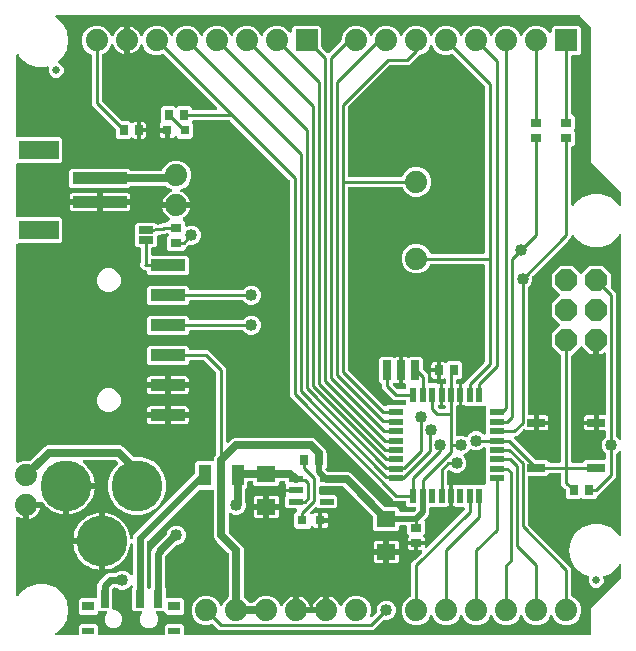
<source format=gbr>
G04 EAGLE Gerber RS-274X export*
G75*
%MOMM*%
%FSLAX34Y34*%
%LPD*%
%INTop Copper*%
%IPPOS*%
%AMOC8*
5,1,8,0,0,1.08239X$1,22.5*%
G01*
%ADD10C,4.318000*%
%ADD11R,0.900000X0.700000*%
%ADD12R,1.600000X1.400000*%
%ADD13R,0.700000X0.900000*%
%ADD14R,1.000000X1.800000*%
%ADD15R,0.800000X0.800000*%
%ADD16R,1.524000X0.762000*%
%ADD17P,2.034460X8X292.500000*%
%ADD18C,1.879600*%
%ADD19R,1.879600X1.879600*%
%ADD20R,4.600000X1.000000*%
%ADD21R,3.400000X1.600000*%
%ADD22R,1.200000X0.550000*%
%ADD23R,0.700000X1.700000*%
%ADD24R,0.700000X1.500000*%
%ADD25R,1.000000X0.600000*%
%ADD26R,1.000000X0.800000*%
%ADD27R,1.270000X0.635000*%
%ADD28R,3.000000X1.000000*%
%ADD29R,0.558800X1.270000*%
%ADD30R,1.270000X0.558800*%
%ADD31C,0.635000*%
%ADD32C,0.254000*%
%ADD33C,1.016000*%
%ADD34C,0.635000*%
%ADD35C,0.609600*%
%ADD36C,0.508000*%

G36*
X55900Y4080D02*
X55900Y4080D01*
X56019Y4087D01*
X56057Y4100D01*
X56098Y4105D01*
X56208Y4148D01*
X56321Y4185D01*
X56356Y4207D01*
X56393Y4222D01*
X56489Y4291D01*
X56590Y4355D01*
X56618Y4385D01*
X56651Y4408D01*
X56727Y4500D01*
X56808Y4587D01*
X56828Y4622D01*
X56853Y4653D01*
X56904Y4761D01*
X56962Y4865D01*
X56972Y4905D01*
X56989Y4941D01*
X57011Y5058D01*
X57041Y5173D01*
X57045Y5233D01*
X57049Y5253D01*
X57047Y5274D01*
X57051Y5334D01*
X57051Y12043D01*
X58837Y13829D01*
X71363Y13829D01*
X73149Y12043D01*
X73149Y5334D01*
X73164Y5216D01*
X73171Y5097D01*
X73184Y5059D01*
X73189Y5018D01*
X73232Y4908D01*
X73269Y4795D01*
X73291Y4760D01*
X73306Y4723D01*
X73375Y4627D01*
X73439Y4526D01*
X73469Y4498D01*
X73492Y4465D01*
X73584Y4389D01*
X73671Y4308D01*
X73706Y4288D01*
X73737Y4263D01*
X73845Y4212D01*
X73949Y4154D01*
X73989Y4144D01*
X74025Y4127D01*
X74142Y4105D01*
X74257Y4075D01*
X74317Y4071D01*
X74337Y4067D01*
X74358Y4069D01*
X74418Y4065D01*
X128782Y4065D01*
X128900Y4080D01*
X129019Y4087D01*
X129057Y4100D01*
X129098Y4105D01*
X129208Y4148D01*
X129321Y4185D01*
X129356Y4207D01*
X129393Y4222D01*
X129489Y4291D01*
X129590Y4355D01*
X129618Y4385D01*
X129651Y4408D01*
X129727Y4500D01*
X129808Y4587D01*
X129828Y4622D01*
X129853Y4653D01*
X129904Y4761D01*
X129962Y4865D01*
X129972Y4905D01*
X129989Y4941D01*
X130011Y5058D01*
X130041Y5173D01*
X130045Y5233D01*
X130049Y5253D01*
X130047Y5274D01*
X130051Y5334D01*
X130051Y12043D01*
X131837Y13829D01*
X144363Y13829D01*
X146149Y12043D01*
X146149Y5334D01*
X146164Y5216D01*
X146171Y5097D01*
X146184Y5059D01*
X146189Y5018D01*
X146232Y4908D01*
X146269Y4795D01*
X146291Y4760D01*
X146306Y4723D01*
X146375Y4627D01*
X146439Y4526D01*
X146469Y4498D01*
X146492Y4465D01*
X146584Y4389D01*
X146671Y4308D01*
X146706Y4288D01*
X146737Y4263D01*
X146845Y4212D01*
X146949Y4154D01*
X146989Y4144D01*
X147025Y4127D01*
X147142Y4105D01*
X147257Y4075D01*
X147317Y4071D01*
X147337Y4067D01*
X147358Y4069D01*
X147418Y4065D01*
X489966Y4065D01*
X490084Y4080D01*
X490203Y4087D01*
X490241Y4100D01*
X490282Y4105D01*
X490392Y4148D01*
X490505Y4185D01*
X490540Y4207D01*
X490577Y4222D01*
X490673Y4291D01*
X490774Y4355D01*
X490802Y4385D01*
X490835Y4408D01*
X490911Y4500D01*
X490992Y4587D01*
X491012Y4622D01*
X491037Y4653D01*
X491088Y4761D01*
X491146Y4865D01*
X491156Y4905D01*
X491173Y4941D01*
X491195Y5058D01*
X491225Y5173D01*
X491229Y5233D01*
X491233Y5253D01*
X491231Y5274D01*
X491235Y5334D01*
X491235Y27084D01*
X516264Y52112D01*
X516324Y52190D01*
X516392Y52262D01*
X516421Y52315D01*
X516458Y52363D01*
X516498Y52454D01*
X516546Y52541D01*
X516561Y52599D01*
X516585Y52655D01*
X516600Y52753D01*
X516625Y52849D01*
X516631Y52949D01*
X516635Y52969D01*
X516633Y52981D01*
X516635Y53009D01*
X516635Y63203D01*
X516617Y63348D01*
X516602Y63493D01*
X516597Y63506D01*
X516595Y63519D01*
X516542Y63654D01*
X516491Y63791D01*
X516483Y63802D01*
X516478Y63815D01*
X516393Y63932D01*
X516310Y64052D01*
X516299Y64061D01*
X516292Y64072D01*
X516180Y64165D01*
X516069Y64260D01*
X516057Y64266D01*
X516047Y64275D01*
X515915Y64337D01*
X515784Y64402D01*
X515771Y64405D01*
X515759Y64410D01*
X515617Y64438D01*
X515473Y64468D01*
X515460Y64468D01*
X515447Y64470D01*
X515302Y64461D01*
X515156Y64455D01*
X515142Y64451D01*
X515129Y64450D01*
X514991Y64406D01*
X514851Y64363D01*
X514839Y64356D01*
X514827Y64352D01*
X514704Y64275D01*
X514579Y64199D01*
X514569Y64189D01*
X514558Y64182D01*
X514458Y64076D01*
X514356Y63972D01*
X514346Y63957D01*
X514340Y63951D01*
X514332Y63936D01*
X514267Y63838D01*
X512885Y61445D01*
X506778Y56320D01*
X501917Y54551D01*
X501786Y54484D01*
X501655Y54419D01*
X501645Y54411D01*
X501634Y54405D01*
X501524Y54308D01*
X501413Y54213D01*
X501405Y54203D01*
X501396Y54194D01*
X501314Y54073D01*
X501230Y53953D01*
X501225Y53941D01*
X501218Y53931D01*
X501169Y53793D01*
X501117Y53656D01*
X501115Y53643D01*
X501111Y53631D01*
X501098Y53485D01*
X501082Y53339D01*
X501083Y53327D01*
X501082Y53314D01*
X501106Y53170D01*
X501126Y53025D01*
X501132Y53008D01*
X501133Y53000D01*
X501139Y52985D01*
X501178Y52872D01*
X501524Y52038D01*
X501524Y49562D01*
X500576Y47275D01*
X498825Y45524D01*
X496538Y44576D01*
X494062Y44576D01*
X491775Y45524D01*
X490024Y47275D01*
X489076Y49562D01*
X489076Y52038D01*
X489422Y52872D01*
X489460Y53013D01*
X489502Y53154D01*
X489502Y53167D01*
X489506Y53179D01*
X489508Y53325D01*
X489513Y53472D01*
X489511Y53484D01*
X489511Y53497D01*
X489477Y53639D01*
X489445Y53783D01*
X489440Y53794D01*
X489437Y53806D01*
X489368Y53935D01*
X489302Y54067D01*
X489294Y54076D01*
X489288Y54087D01*
X489190Y54195D01*
X489093Y54306D01*
X489083Y54313D01*
X489074Y54323D01*
X488952Y54403D01*
X488831Y54486D01*
X488815Y54493D01*
X488808Y54497D01*
X488793Y54503D01*
X488683Y54551D01*
X483822Y56320D01*
X477715Y61444D01*
X473729Y68349D01*
X472345Y76200D01*
X473729Y84051D01*
X477715Y90955D01*
X483822Y96080D01*
X491314Y98807D01*
X499286Y98807D01*
X506778Y96080D01*
X512885Y90956D01*
X514267Y88562D01*
X514355Y88446D01*
X514440Y88328D01*
X514451Y88319D01*
X514459Y88309D01*
X514573Y88218D01*
X514685Y88125D01*
X514698Y88119D01*
X514708Y88111D01*
X514842Y88051D01*
X514973Y87990D01*
X514986Y87987D01*
X514999Y87982D01*
X515143Y87957D01*
X515286Y87930D01*
X515299Y87931D01*
X515312Y87928D01*
X515458Y87941D01*
X515603Y87950D01*
X515616Y87954D01*
X515629Y87955D01*
X515767Y88003D01*
X515905Y88048D01*
X515917Y88055D01*
X515930Y88059D01*
X516051Y88140D01*
X516174Y88218D01*
X516183Y88228D01*
X516195Y88235D01*
X516292Y88343D01*
X516392Y88449D01*
X516399Y88461D01*
X516408Y88471D01*
X516475Y88601D01*
X516546Y88728D01*
X516549Y88741D01*
X516555Y88753D01*
X516589Y88895D01*
X516625Y89036D01*
X516626Y89054D01*
X516628Y89063D01*
X516628Y89080D01*
X516635Y89197D01*
X516635Y159175D01*
X516618Y159313D01*
X516605Y159452D01*
X516598Y159471D01*
X516595Y159491D01*
X516544Y159620D01*
X516497Y159751D01*
X516486Y159768D01*
X516478Y159786D01*
X516397Y159899D01*
X516319Y160014D01*
X516303Y160027D01*
X516292Y160044D01*
X516184Y160133D01*
X516080Y160225D01*
X516062Y160234D01*
X516047Y160247D01*
X515921Y160306D01*
X515797Y160369D01*
X515777Y160374D01*
X515759Y160382D01*
X515622Y160408D01*
X515487Y160439D01*
X515466Y160438D01*
X515447Y160442D01*
X515308Y160433D01*
X515169Y160429D01*
X515149Y160423D01*
X515129Y160422D01*
X514997Y160379D01*
X514863Y160341D01*
X514846Y160330D01*
X514827Y160324D01*
X514709Y160250D01*
X514589Y160179D01*
X514568Y160161D01*
X514558Y160154D01*
X514544Y160139D01*
X514469Y160073D01*
X512690Y158295D01*
X512630Y158216D01*
X512562Y158144D01*
X512533Y158091D01*
X512496Y158043D01*
X512456Y157952D01*
X512408Y157866D01*
X512393Y157807D01*
X512369Y157752D01*
X512354Y157654D01*
X512329Y157558D01*
X512323Y157458D01*
X512319Y157437D01*
X512321Y157425D01*
X512319Y157397D01*
X512319Y137911D01*
X497089Y122681D01*
X496918Y122681D01*
X496800Y122666D01*
X496681Y122659D01*
X496643Y122646D01*
X496602Y122641D01*
X496492Y122598D01*
X496379Y122561D01*
X496344Y122539D01*
X496307Y122524D01*
X496211Y122455D01*
X496110Y122391D01*
X496082Y122361D01*
X496049Y122338D01*
X495973Y122246D01*
X495892Y122159D01*
X495872Y122124D01*
X495847Y122093D01*
X495796Y121985D01*
X495738Y121881D01*
X495728Y121841D01*
X495711Y121805D01*
X495689Y121688D01*
X495659Y121573D01*
X495655Y121513D01*
X495651Y121493D01*
X495653Y121472D01*
X495649Y121412D01*
X495649Y121237D01*
X493863Y119451D01*
X484337Y119451D01*
X483497Y120291D01*
X483403Y120364D01*
X483314Y120443D01*
X483278Y120461D01*
X483246Y120486D01*
X483137Y120533D01*
X483031Y120587D01*
X482992Y120596D01*
X482954Y120612D01*
X482837Y120631D01*
X482721Y120657D01*
X482680Y120656D01*
X482640Y120662D01*
X482522Y120651D01*
X482403Y120647D01*
X482364Y120636D01*
X482324Y120632D01*
X482212Y120592D01*
X482097Y120559D01*
X482062Y120538D01*
X482024Y120525D01*
X481926Y120458D01*
X481823Y120397D01*
X481778Y120358D01*
X481761Y120346D01*
X481748Y120331D01*
X481702Y120291D01*
X480863Y119451D01*
X471337Y119451D01*
X469551Y121237D01*
X469551Y127065D01*
X469539Y127164D01*
X469536Y127263D01*
X469519Y127321D01*
X469511Y127381D01*
X469475Y127473D01*
X469447Y127568D01*
X469417Y127620D01*
X469394Y127677D01*
X469336Y127757D01*
X469286Y127842D01*
X469220Y127917D01*
X469208Y127934D01*
X469198Y127942D01*
X469180Y127963D01*
X465581Y131561D01*
X465581Y140462D01*
X465566Y140580D01*
X465559Y140699D01*
X465546Y140737D01*
X465541Y140778D01*
X465498Y140888D01*
X465461Y141001D01*
X465439Y141036D01*
X465424Y141073D01*
X465355Y141169D01*
X465291Y141270D01*
X465261Y141298D01*
X465238Y141331D01*
X465146Y141407D01*
X465059Y141488D01*
X465024Y141508D01*
X464993Y141533D01*
X464885Y141584D01*
X464781Y141642D01*
X464741Y141652D01*
X464705Y141669D01*
X464588Y141691D01*
X464473Y141721D01*
X464413Y141725D01*
X464393Y141729D01*
X464372Y141727D01*
X464312Y141731D01*
X456438Y141731D01*
X456320Y141716D01*
X456201Y141709D01*
X456163Y141696D01*
X456122Y141691D01*
X456012Y141648D01*
X455899Y141611D01*
X455864Y141589D01*
X455827Y141574D01*
X455731Y141505D01*
X455630Y141441D01*
X455602Y141411D01*
X455569Y141388D01*
X455523Y141331D01*
X453383Y139191D01*
X438658Y139191D01*
X438540Y139176D01*
X438421Y139169D01*
X438383Y139156D01*
X438342Y139151D01*
X438232Y139108D01*
X438119Y139071D01*
X438084Y139049D01*
X438047Y139034D01*
X437951Y138965D01*
X437850Y138901D01*
X437822Y138871D01*
X437789Y138848D01*
X437713Y138756D01*
X437632Y138669D01*
X437612Y138634D01*
X437587Y138603D01*
X437536Y138495D01*
X437478Y138391D01*
X437468Y138351D01*
X437451Y138315D01*
X437429Y138198D01*
X437399Y138083D01*
X437395Y138023D01*
X437391Y138003D01*
X437393Y137982D01*
X437389Y137922D01*
X437389Y98835D01*
X437401Y98736D01*
X437404Y98637D01*
X437421Y98579D01*
X437429Y98519D01*
X437465Y98427D01*
X437493Y98332D01*
X437523Y98280D01*
X437546Y98223D01*
X437604Y98143D01*
X437654Y98058D01*
X437720Y97983D01*
X437732Y97966D01*
X437742Y97958D01*
X437760Y97937D01*
X474219Y61479D01*
X474219Y37931D01*
X474222Y37902D01*
X474220Y37873D01*
X474242Y37745D01*
X474259Y37616D01*
X474269Y37589D01*
X474274Y37559D01*
X474328Y37441D01*
X474376Y37320D01*
X474393Y37296D01*
X474405Y37269D01*
X474486Y37168D01*
X474562Y37063D01*
X474585Y37044D01*
X474604Y37021D01*
X474707Y36943D01*
X474807Y36860D01*
X474834Y36847D01*
X474858Y36830D01*
X475002Y36759D01*
X476950Y35952D01*
X480452Y32450D01*
X482347Y27876D01*
X482347Y22924D01*
X480452Y18350D01*
X476950Y14848D01*
X472376Y12953D01*
X467424Y12953D01*
X462850Y14848D01*
X459348Y18350D01*
X458373Y20705D01*
X458304Y20825D01*
X458239Y20948D01*
X458225Y20963D01*
X458215Y20981D01*
X458118Y21081D01*
X458025Y21184D01*
X458008Y21195D01*
X457994Y21209D01*
X457875Y21282D01*
X457759Y21358D01*
X457740Y21365D01*
X457723Y21376D01*
X457590Y21416D01*
X457458Y21462D01*
X457438Y21463D01*
X457419Y21469D01*
X457280Y21476D01*
X457141Y21487D01*
X457121Y21483D01*
X457101Y21484D01*
X456965Y21456D01*
X456828Y21432D01*
X456809Y21424D01*
X456790Y21420D01*
X456664Y21359D01*
X456538Y21302D01*
X456522Y21289D01*
X456504Y21280D01*
X456398Y21190D01*
X456290Y21103D01*
X456277Y21087D01*
X456262Y21074D01*
X456182Y20960D01*
X456098Y20849D01*
X456086Y20824D01*
X456079Y20814D01*
X456072Y20795D01*
X456027Y20705D01*
X455052Y18350D01*
X451550Y14848D01*
X446976Y12953D01*
X442024Y12953D01*
X437450Y14848D01*
X433948Y18350D01*
X432973Y20705D01*
X432904Y20825D01*
X432839Y20948D01*
X432825Y20963D01*
X432815Y20981D01*
X432718Y21081D01*
X432625Y21184D01*
X432608Y21195D01*
X432594Y21209D01*
X432475Y21282D01*
X432359Y21358D01*
X432340Y21365D01*
X432323Y21376D01*
X432190Y21416D01*
X432058Y21462D01*
X432038Y21463D01*
X432019Y21469D01*
X431880Y21476D01*
X431741Y21487D01*
X431721Y21483D01*
X431701Y21484D01*
X431565Y21456D01*
X431428Y21432D01*
X431409Y21424D01*
X431390Y21420D01*
X431264Y21359D01*
X431138Y21302D01*
X431122Y21289D01*
X431104Y21280D01*
X430998Y21190D01*
X430890Y21103D01*
X430877Y21087D01*
X430862Y21074D01*
X430782Y20960D01*
X430698Y20849D01*
X430686Y20824D01*
X430679Y20814D01*
X430672Y20795D01*
X430627Y20705D01*
X429652Y18350D01*
X426150Y14848D01*
X421576Y12953D01*
X416624Y12953D01*
X412050Y14848D01*
X408548Y18350D01*
X407573Y20705D01*
X407504Y20825D01*
X407439Y20948D01*
X407425Y20963D01*
X407415Y20981D01*
X407318Y21081D01*
X407225Y21184D01*
X407208Y21195D01*
X407194Y21209D01*
X407075Y21282D01*
X406959Y21358D01*
X406940Y21365D01*
X406923Y21376D01*
X406790Y21416D01*
X406658Y21462D01*
X406638Y21463D01*
X406619Y21469D01*
X406480Y21476D01*
X406341Y21487D01*
X406321Y21483D01*
X406301Y21484D01*
X406165Y21456D01*
X406028Y21432D01*
X406009Y21424D01*
X405990Y21420D01*
X405864Y21359D01*
X405738Y21302D01*
X405722Y21289D01*
X405704Y21280D01*
X405598Y21190D01*
X405490Y21103D01*
X405477Y21087D01*
X405462Y21074D01*
X405382Y20960D01*
X405298Y20849D01*
X405286Y20824D01*
X405279Y20814D01*
X405272Y20795D01*
X405227Y20705D01*
X404252Y18350D01*
X400750Y14848D01*
X396176Y12953D01*
X391224Y12953D01*
X386650Y14848D01*
X383148Y18350D01*
X382173Y20705D01*
X382104Y20825D01*
X382039Y20948D01*
X382025Y20963D01*
X382015Y20981D01*
X381918Y21081D01*
X381825Y21184D01*
X381808Y21195D01*
X381794Y21209D01*
X381675Y21282D01*
X381559Y21358D01*
X381540Y21365D01*
X381523Y21376D01*
X381390Y21416D01*
X381258Y21462D01*
X381238Y21463D01*
X381219Y21469D01*
X381080Y21476D01*
X380941Y21487D01*
X380921Y21483D01*
X380901Y21484D01*
X380765Y21456D01*
X380628Y21432D01*
X380609Y21424D01*
X380590Y21420D01*
X380464Y21359D01*
X380338Y21302D01*
X380322Y21289D01*
X380304Y21280D01*
X380198Y21190D01*
X380090Y21103D01*
X380077Y21087D01*
X380062Y21074D01*
X379982Y20960D01*
X379898Y20849D01*
X379886Y20824D01*
X379879Y20814D01*
X379872Y20795D01*
X379827Y20705D01*
X378852Y18350D01*
X375350Y14848D01*
X370776Y12953D01*
X365824Y12953D01*
X361250Y14848D01*
X357748Y18350D01*
X356773Y20705D01*
X356704Y20825D01*
X356639Y20948D01*
X356625Y20963D01*
X356615Y20981D01*
X356518Y21081D01*
X356425Y21184D01*
X356408Y21195D01*
X356394Y21209D01*
X356275Y21282D01*
X356159Y21358D01*
X356140Y21365D01*
X356123Y21376D01*
X355990Y21417D01*
X355858Y21462D01*
X355838Y21463D01*
X355819Y21469D01*
X355680Y21476D01*
X355541Y21487D01*
X355521Y21483D01*
X355501Y21484D01*
X355365Y21456D01*
X355228Y21432D01*
X355209Y21424D01*
X355190Y21420D01*
X355064Y21359D01*
X354938Y21302D01*
X354922Y21289D01*
X354904Y21280D01*
X354798Y21190D01*
X354690Y21103D01*
X354677Y21087D01*
X354662Y21074D01*
X354582Y20960D01*
X354498Y20849D01*
X354486Y20824D01*
X354479Y20814D01*
X354472Y20795D01*
X354427Y20705D01*
X353452Y18349D01*
X349950Y14848D01*
X345376Y12953D01*
X340424Y12953D01*
X335850Y14848D01*
X332348Y18350D01*
X330453Y22924D01*
X330453Y27876D01*
X332348Y32450D01*
X335850Y35952D01*
X337798Y36759D01*
X337823Y36773D01*
X337851Y36783D01*
X337961Y36852D01*
X338074Y36916D01*
X338095Y36937D01*
X338120Y36953D01*
X338209Y37047D01*
X338302Y37138D01*
X338318Y37163D01*
X338338Y37184D01*
X338401Y37298D01*
X338469Y37409D01*
X338477Y37437D01*
X338492Y37463D01*
X338524Y37589D01*
X338562Y37713D01*
X338564Y37742D01*
X338571Y37771D01*
X338581Y37931D01*
X338581Y65289D01*
X341483Y68190D01*
X347485Y74193D01*
X347570Y74302D01*
X347659Y74409D01*
X347667Y74428D01*
X347680Y74444D01*
X347735Y74572D01*
X347794Y74697D01*
X347798Y74717D01*
X347806Y74736D01*
X347828Y74874D01*
X347854Y75010D01*
X347853Y75030D01*
X347856Y75050D01*
X347843Y75189D01*
X347834Y75327D01*
X347828Y75346D01*
X347826Y75366D01*
X347779Y75498D01*
X347736Y75629D01*
X347726Y75647D01*
X347719Y75666D01*
X347641Y75781D01*
X347566Y75898D01*
X347551Y75912D01*
X347540Y75929D01*
X347436Y76021D01*
X347335Y76116D01*
X347317Y76126D01*
X347302Y76139D01*
X347178Y76203D01*
X347056Y76270D01*
X347036Y76275D01*
X347018Y76284D01*
X346883Y76314D01*
X346748Y76349D01*
X346720Y76351D01*
X346708Y76354D01*
X346688Y76353D01*
X346587Y76359D01*
X344649Y76359D01*
X344649Y80651D01*
X349941Y80651D01*
X349941Y79713D01*
X349958Y79575D01*
X349971Y79436D01*
X349978Y79417D01*
X349981Y79397D01*
X350032Y79268D01*
X350079Y79137D01*
X350090Y79120D01*
X350098Y79101D01*
X350179Y78989D01*
X350257Y78874D01*
X350273Y78860D01*
X350284Y78844D01*
X350392Y78755D01*
X350496Y78663D01*
X350514Y78654D01*
X350529Y78641D01*
X350655Y78582D01*
X350779Y78519D01*
X350799Y78514D01*
X350817Y78506D01*
X350953Y78480D01*
X351089Y78449D01*
X351110Y78450D01*
X351129Y78446D01*
X351268Y78455D01*
X351407Y78459D01*
X351427Y78464D01*
X351447Y78466D01*
X351579Y78508D01*
X351713Y78547D01*
X351730Y78557D01*
X351749Y78564D01*
X351867Y78638D01*
X351987Y78709D01*
X352008Y78727D01*
X352018Y78734D01*
X352032Y78749D01*
X352107Y78815D01*
X383610Y110317D01*
X383670Y110395D01*
X383738Y110468D01*
X383767Y110521D01*
X383804Y110568D01*
X383844Y110659D01*
X383892Y110746D01*
X383907Y110805D01*
X383931Y110860D01*
X383946Y110958D01*
X383971Y111054D01*
X383977Y111154D01*
X383981Y111174D01*
X383979Y111187D01*
X383981Y111215D01*
X383981Y111506D01*
X383966Y111624D01*
X383959Y111743D01*
X383946Y111781D01*
X383941Y111822D01*
X383898Y111932D01*
X383861Y112045D01*
X383839Y112080D01*
X383824Y112117D01*
X383755Y112213D01*
X383691Y112314D01*
X383661Y112342D01*
X383638Y112375D01*
X383546Y112451D01*
X383459Y112532D01*
X383424Y112552D01*
X383393Y112577D01*
X383285Y112628D01*
X383181Y112686D01*
X383141Y112696D01*
X383105Y112713D01*
X382988Y112735D01*
X382873Y112765D01*
X382813Y112769D01*
X382793Y112773D01*
X382772Y112771D01*
X382712Y112775D01*
X376243Y112775D01*
X376107Y112912D01*
X376029Y112972D01*
X375957Y113040D01*
X375904Y113069D01*
X375856Y113106D01*
X375765Y113146D01*
X375678Y113194D01*
X375619Y113209D01*
X375564Y113233D01*
X375466Y113248D01*
X375370Y113273D01*
X375270Y113279D01*
X375250Y113283D01*
X375237Y113281D01*
X375209Y113283D01*
X373696Y113283D01*
X373696Y122047D01*
X373685Y122136D01*
X373686Y122141D01*
X373690Y122201D01*
X373694Y122221D01*
X373692Y122241D01*
X373696Y122301D01*
X373696Y131065D01*
X375209Y131065D01*
X375308Y131077D01*
X375407Y131080D01*
X375465Y131097D01*
X375525Y131105D01*
X375617Y131141D01*
X375712Y131169D01*
X375764Y131199D01*
X375821Y131222D01*
X375901Y131280D01*
X375986Y131330D01*
X376061Y131396D01*
X376078Y131408D01*
X376086Y131418D01*
X376107Y131436D01*
X376243Y131573D01*
X400558Y131573D01*
X400676Y131588D01*
X400795Y131595D01*
X400833Y131608D01*
X400874Y131613D01*
X400984Y131656D01*
X401097Y131693D01*
X401132Y131715D01*
X401169Y131730D01*
X401265Y131799D01*
X401366Y131863D01*
X401394Y131893D01*
X401427Y131916D01*
X401503Y132008D01*
X401584Y132095D01*
X401604Y132130D01*
X401629Y132161D01*
X401680Y132269D01*
X401738Y132373D01*
X401748Y132413D01*
X401765Y132449D01*
X401787Y132566D01*
X401817Y132681D01*
X401821Y132741D01*
X401825Y132761D01*
X401823Y132782D01*
X401827Y132842D01*
X401827Y162477D01*
X401810Y162615D01*
X401797Y162754D01*
X401790Y162773D01*
X401787Y162793D01*
X401736Y162922D01*
X401689Y163053D01*
X401678Y163070D01*
X401670Y163088D01*
X401589Y163201D01*
X401511Y163316D01*
X401495Y163329D01*
X401484Y163346D01*
X401376Y163435D01*
X401272Y163527D01*
X401254Y163536D01*
X401239Y163549D01*
X401113Y163608D01*
X400989Y163671D01*
X400969Y163676D01*
X400951Y163684D01*
X400814Y163710D01*
X400679Y163741D01*
X400658Y163740D01*
X400639Y163744D01*
X400500Y163735D01*
X400361Y163731D01*
X400341Y163725D01*
X400321Y163724D01*
X400189Y163681D01*
X400055Y163643D01*
X400038Y163632D01*
X400019Y163626D01*
X399901Y163552D01*
X399781Y163481D01*
X399760Y163463D01*
X399750Y163456D01*
X399736Y163441D01*
X399661Y163375D01*
X398305Y162019D01*
X395317Y160781D01*
X392083Y160781D01*
X389562Y161826D01*
X389447Y161857D01*
X389335Y161896D01*
X389294Y161899D01*
X389255Y161909D01*
X389136Y161911D01*
X389018Y161921D01*
X388978Y161914D01*
X388937Y161915D01*
X388821Y161887D01*
X388704Y161866D01*
X388667Y161850D01*
X388628Y161840D01*
X388523Y161785D01*
X388414Y161736D01*
X388383Y161711D01*
X388347Y161692D01*
X388259Y161612D01*
X388166Y161537D01*
X388142Y161505D01*
X388112Y161478D01*
X388046Y161378D01*
X387975Y161283D01*
X387948Y161229D01*
X387937Y161212D01*
X387930Y161193D01*
X387904Y161139D01*
X387637Y160495D01*
X385351Y158209D01*
X383560Y157467D01*
X383517Y157443D01*
X383470Y157426D01*
X383379Y157364D01*
X383284Y157310D01*
X383248Y157275D01*
X383207Y157247D01*
X383135Y157165D01*
X383056Y157088D01*
X383030Y157046D01*
X382997Y157009D01*
X382947Y156911D01*
X382889Y156817D01*
X382875Y156770D01*
X382852Y156726D01*
X382828Y156618D01*
X382796Y156513D01*
X382793Y156464D01*
X382783Y156415D01*
X382786Y156305D01*
X382781Y156196D01*
X382791Y156147D01*
X382792Y156097D01*
X382823Y155992D01*
X382845Y155884D01*
X382867Y155840D01*
X382881Y155792D01*
X382936Y155697D01*
X382985Y155599D01*
X383017Y155561D01*
X383042Y155518D01*
X383149Y155397D01*
X384081Y154465D01*
X385319Y151477D01*
X385319Y148243D01*
X384081Y145255D01*
X381795Y142969D01*
X378807Y141731D01*
X375573Y141731D01*
X372585Y142969D01*
X371583Y143971D01*
X371490Y144044D01*
X371400Y144123D01*
X371364Y144141D01*
X371332Y144166D01*
X371223Y144213D01*
X371117Y144267D01*
X371077Y144276D01*
X371040Y144292D01*
X370922Y144311D01*
X370807Y144337D01*
X370766Y144336D01*
X370726Y144342D01*
X370608Y144331D01*
X370489Y144327D01*
X370450Y144316D01*
X370410Y144312D01*
X370298Y144272D01*
X370183Y144239D01*
X370148Y144218D01*
X370110Y144205D01*
X370012Y144138D01*
X369909Y144077D01*
X369864Y144037D01*
X369847Y144026D01*
X369834Y144011D01*
X369788Y143971D01*
X368990Y143173D01*
X368930Y143095D01*
X368862Y143022D01*
X368833Y142969D01*
X368796Y142922D01*
X368756Y142831D01*
X368708Y142744D01*
X368693Y142685D01*
X368669Y142630D01*
X368654Y142532D01*
X368629Y142436D01*
X368623Y142336D01*
X368619Y142316D01*
X368621Y142303D01*
X368619Y142275D01*
X368619Y132334D01*
X368634Y132216D01*
X368641Y132097D01*
X368654Y132059D01*
X368659Y132018D01*
X368702Y131908D01*
X368739Y131795D01*
X368761Y131760D01*
X368776Y131723D01*
X368845Y131627D01*
X368909Y131526D01*
X368939Y131498D01*
X368962Y131465D01*
X369054Y131389D01*
X369141Y131308D01*
X369176Y131288D01*
X369207Y131263D01*
X369315Y131212D01*
X369419Y131154D01*
X369459Y131144D01*
X369495Y131127D01*
X369612Y131105D01*
X369727Y131075D01*
X369787Y131071D01*
X369807Y131067D01*
X369828Y131069D01*
X369888Y131065D01*
X370904Y131065D01*
X370904Y122301D01*
X370915Y122212D01*
X370914Y122207D01*
X370910Y122147D01*
X370906Y122127D01*
X370908Y122107D01*
X370904Y122047D01*
X370904Y113283D01*
X369391Y113283D01*
X369292Y113271D01*
X369193Y113268D01*
X369135Y113251D01*
X369075Y113243D01*
X368983Y113207D01*
X368888Y113179D01*
X368836Y113149D01*
X368779Y113126D01*
X368699Y113068D01*
X368614Y113018D01*
X368539Y112952D01*
X368522Y112940D01*
X368514Y112930D01*
X368493Y112911D01*
X368357Y112775D01*
X355158Y112775D01*
X355040Y112760D01*
X354921Y112753D01*
X354883Y112740D01*
X354842Y112735D01*
X354732Y112692D01*
X354619Y112655D01*
X354584Y112633D01*
X354547Y112618D01*
X354451Y112549D01*
X354350Y112485D01*
X354322Y112455D01*
X354289Y112432D01*
X354213Y112340D01*
X354132Y112253D01*
X354112Y112218D01*
X354087Y112187D01*
X354036Y112079D01*
X353978Y111975D01*
X353968Y111935D01*
X353951Y111899D01*
X353929Y111782D01*
X353899Y111667D01*
X353895Y111607D01*
X353891Y111587D01*
X353893Y111566D01*
X353889Y111506D01*
X353889Y107158D01*
X353038Y105104D01*
X350170Y102236D01*
X350097Y102142D01*
X350018Y102053D01*
X350000Y102017D01*
X349975Y101985D01*
X349928Y101876D01*
X349874Y101770D01*
X349865Y101731D01*
X349849Y101693D01*
X349830Y101575D01*
X349804Y101460D01*
X349805Y101419D01*
X349799Y101379D01*
X349810Y101260D01*
X349814Y101142D01*
X349825Y101103D01*
X349829Y101063D01*
X349869Y100950D01*
X349902Y100836D01*
X349923Y100801D01*
X349936Y100763D01*
X350003Y100665D01*
X350064Y100562D01*
X350104Y100517D01*
X350115Y100500D01*
X350130Y100487D01*
X350170Y100441D01*
X350449Y100163D01*
X350449Y90637D01*
X349250Y89438D01*
X349177Y89344D01*
X349098Y89255D01*
X349080Y89219D01*
X349055Y89187D01*
X349008Y89078D01*
X348953Y88972D01*
X348945Y88932D01*
X348929Y88895D01*
X348910Y88777D01*
X348884Y88661D01*
X348885Y88621D01*
X348879Y88581D01*
X348890Y88462D01*
X348893Y88344D01*
X348905Y88305D01*
X348909Y88264D01*
X348949Y88152D01*
X348982Y88038D01*
X349002Y88003D01*
X349016Y87965D01*
X349083Y87867D01*
X349143Y87764D01*
X349183Y87719D01*
X349195Y87702D01*
X349210Y87689D01*
X349250Y87643D01*
X349433Y87460D01*
X349768Y86881D01*
X349941Y86234D01*
X349941Y84149D01*
X343380Y84149D01*
X343262Y84134D01*
X343143Y84127D01*
X343105Y84114D01*
X343065Y84109D01*
X342954Y84066D01*
X342906Y84050D01*
X342888Y84060D01*
X342849Y84070D01*
X342813Y84087D01*
X342696Y84109D01*
X342580Y84139D01*
X342520Y84143D01*
X342500Y84147D01*
X342480Y84145D01*
X342420Y84149D01*
X335859Y84149D01*
X335859Y86234D01*
X336032Y86881D01*
X336367Y87460D01*
X336550Y87643D01*
X336623Y87737D01*
X336702Y87827D01*
X336720Y87863D01*
X336745Y87895D01*
X336792Y88004D01*
X336847Y88110D01*
X336855Y88149D01*
X336871Y88186D01*
X336890Y88304D01*
X336916Y88420D01*
X336915Y88461D01*
X336921Y88501D01*
X336910Y88619D01*
X336907Y88738D01*
X336895Y88777D01*
X336891Y88817D01*
X336851Y88929D01*
X336818Y89044D01*
X336798Y89078D01*
X336784Y89116D01*
X336717Y89215D01*
X336657Y89317D01*
X336617Y89363D01*
X336605Y89380D01*
X336590Y89393D01*
X336550Y89438D01*
X335351Y90637D01*
X335351Y96012D01*
X335336Y96130D01*
X335329Y96249D01*
X335316Y96287D01*
X335311Y96328D01*
X335268Y96438D01*
X335231Y96551D01*
X335209Y96586D01*
X335194Y96623D01*
X335125Y96719D01*
X335061Y96820D01*
X335031Y96848D01*
X335008Y96881D01*
X334916Y96957D01*
X334829Y97038D01*
X334794Y97058D01*
X334763Y97083D01*
X334655Y97134D01*
X334551Y97192D01*
X334511Y97202D01*
X334475Y97219D01*
X334358Y97241D01*
X334243Y97271D01*
X334183Y97275D01*
X334163Y97279D01*
X334142Y97277D01*
X334082Y97281D01*
X329818Y97281D01*
X329700Y97266D01*
X329581Y97259D01*
X329543Y97246D01*
X329502Y97241D01*
X329392Y97198D01*
X329279Y97161D01*
X329244Y97139D01*
X329207Y97124D01*
X329111Y97055D01*
X329010Y96991D01*
X328982Y96961D01*
X328949Y96938D01*
X328873Y96846D01*
X328792Y96759D01*
X328772Y96724D01*
X328747Y96693D01*
X328696Y96585D01*
X328638Y96481D01*
X328628Y96441D01*
X328611Y96405D01*
X328589Y96288D01*
X328559Y96173D01*
X328555Y96113D01*
X328551Y96093D01*
X328553Y96072D01*
X328549Y96012D01*
X328549Y94637D01*
X326763Y92851D01*
X308237Y92851D01*
X306451Y94637D01*
X306451Y104591D01*
X306439Y104690D01*
X306436Y104789D01*
X306419Y104847D01*
X306411Y104907D01*
X306375Y104999D01*
X306347Y105094D01*
X306317Y105146D01*
X306294Y105203D01*
X306236Y105283D01*
X306186Y105368D01*
X306120Y105443D01*
X306108Y105460D01*
X306098Y105468D01*
X306080Y105489D01*
X281664Y129905D01*
X281586Y129965D01*
X281513Y130033D01*
X281460Y130062D01*
X281413Y130099D01*
X281322Y130139D01*
X281235Y130187D01*
X281176Y130202D01*
X281121Y130226D01*
X281023Y130241D01*
X280927Y130266D01*
X280827Y130272D01*
X280807Y130276D01*
X280794Y130274D01*
X280766Y130276D01*
X265763Y130276D01*
X264970Y130605D01*
X264961Y130607D01*
X264953Y130612D01*
X264808Y130649D01*
X264663Y130689D01*
X264654Y130689D01*
X264645Y130691D01*
X264485Y130701D01*
X262128Y130701D01*
X262010Y130686D01*
X261891Y130679D01*
X261853Y130666D01*
X261812Y130661D01*
X261702Y130618D01*
X261589Y130581D01*
X261554Y130559D01*
X261517Y130544D01*
X261421Y130475D01*
X261320Y130411D01*
X261292Y130381D01*
X261259Y130358D01*
X261183Y130266D01*
X261102Y130179D01*
X261082Y130144D01*
X261057Y130113D01*
X261006Y130005D01*
X260948Y129901D01*
X260938Y129861D01*
X260921Y129825D01*
X260899Y129708D01*
X260869Y129593D01*
X260865Y129533D01*
X260861Y129513D01*
X260863Y129492D01*
X260859Y129432D01*
X260859Y124568D01*
X260874Y124450D01*
X260881Y124331D01*
X260894Y124293D01*
X260899Y124252D01*
X260942Y124142D01*
X260979Y124029D01*
X261001Y123994D01*
X261016Y123957D01*
X261085Y123861D01*
X261149Y123760D01*
X261179Y123732D01*
X261202Y123699D01*
X261294Y123623D01*
X261381Y123542D01*
X261416Y123522D01*
X261447Y123497D01*
X261555Y123446D01*
X261659Y123388D01*
X261699Y123378D01*
X261735Y123361D01*
X261852Y123339D01*
X261967Y123309D01*
X262027Y123305D01*
X262047Y123301D01*
X262068Y123303D01*
X262128Y123299D01*
X274264Y123299D01*
X276050Y121513D01*
X276050Y113487D01*
X274264Y111701D01*
X259738Y111701D01*
X258886Y112553D01*
X258792Y112626D01*
X258703Y112705D01*
X258667Y112724D01*
X258635Y112748D01*
X258525Y112796D01*
X258419Y112850D01*
X258380Y112859D01*
X258343Y112875D01*
X258225Y112893D01*
X258109Y112919D01*
X258069Y112918D01*
X258029Y112925D01*
X257910Y112913D01*
X257791Y112910D01*
X257752Y112899D01*
X257712Y112895D01*
X257600Y112854D01*
X257486Y112821D01*
X257451Y112801D01*
X257413Y112787D01*
X257314Y112720D01*
X257212Y112660D01*
X257167Y112620D01*
X257150Y112609D01*
X257136Y112593D01*
X257091Y112553D01*
X253372Y108834D01*
X253299Y108740D01*
X253220Y108651D01*
X253202Y108615D01*
X253177Y108583D01*
X253130Y108474D01*
X253076Y108368D01*
X253067Y108328D01*
X253051Y108291D01*
X253032Y108174D01*
X253006Y108058D01*
X253007Y108017D01*
X253001Y107977D01*
X253012Y107859D01*
X253016Y107740D01*
X253027Y107701D01*
X253031Y107661D01*
X253071Y107548D01*
X253104Y107434D01*
X253125Y107399D01*
X253138Y107361D01*
X253205Y107263D01*
X253266Y107160D01*
X253306Y107115D01*
X253317Y107098D01*
X253332Y107085D01*
X253372Y107039D01*
X253486Y106925D01*
X253586Y106848D01*
X253681Y106766D01*
X253711Y106751D01*
X253738Y106730D01*
X253853Y106680D01*
X253966Y106624D01*
X253999Y106617D01*
X254030Y106604D01*
X254154Y106584D01*
X254277Y106558D01*
X254310Y106559D01*
X254344Y106554D01*
X254469Y106566D01*
X254595Y106571D01*
X254627Y106581D01*
X254660Y106584D01*
X254779Y106626D01*
X254899Y106663D01*
X254928Y106680D01*
X254960Y106691D01*
X255064Y106762D01*
X255171Y106827D01*
X255195Y106851D01*
X255223Y106870D01*
X255306Y106964D01*
X255394Y107054D01*
X255421Y107095D01*
X255433Y107108D01*
X255443Y107128D01*
X255460Y107153D01*
X255940Y107633D01*
X256519Y107968D01*
X257166Y108141D01*
X259501Y108141D01*
X259501Y102330D01*
X259516Y102212D01*
X259523Y102093D01*
X259535Y102055D01*
X259541Y102015D01*
X259584Y101904D01*
X259621Y101791D01*
X259643Y101757D01*
X259658Y101719D01*
X259727Y101623D01*
X259738Y101606D01*
X259724Y101582D01*
X259699Y101550D01*
X259648Y101443D01*
X259590Y101338D01*
X259580Y101299D01*
X259563Y101263D01*
X259541Y101146D01*
X259511Y101030D01*
X259507Y100970D01*
X259503Y100950D01*
X259505Y100930D01*
X259501Y100870D01*
X259501Y95059D01*
X257166Y95059D01*
X256519Y95232D01*
X255940Y95567D01*
X255446Y96061D01*
X255407Y96112D01*
X255336Y96216D01*
X255311Y96238D01*
X255291Y96265D01*
X255192Y96343D01*
X255098Y96427D01*
X255068Y96442D01*
X255042Y96463D01*
X254927Y96514D01*
X254815Y96571D01*
X254782Y96579D01*
X254751Y96592D01*
X254627Y96613D01*
X254505Y96641D01*
X254471Y96640D01*
X254438Y96645D01*
X254313Y96635D01*
X254187Y96631D01*
X254154Y96622D01*
X254121Y96619D01*
X254002Y96578D01*
X253881Y96543D01*
X253852Y96526D01*
X253820Y96515D01*
X253716Y96445D01*
X253607Y96381D01*
X253571Y96349D01*
X253555Y96339D01*
X253541Y96323D01*
X253486Y96275D01*
X251763Y94551D01*
X241237Y94551D01*
X239451Y96337D01*
X239451Y106863D01*
X241388Y108800D01*
X241403Y108806D01*
X241499Y108875D01*
X241600Y108939D01*
X241628Y108969D01*
X241661Y108992D01*
X241737Y109084D01*
X241818Y109171D01*
X241838Y109206D01*
X241863Y109237D01*
X241914Y109345D01*
X241972Y109449D01*
X241982Y109489D01*
X241999Y109525D01*
X242021Y109642D01*
X242051Y109757D01*
X242053Y109789D01*
X242107Y109914D01*
X242166Y110039D01*
X242170Y110059D01*
X242178Y110078D01*
X242200Y110215D01*
X242226Y110352D01*
X242225Y110372D01*
X242228Y110392D01*
X242215Y110530D01*
X242206Y110669D01*
X242200Y110688D01*
X242198Y110708D01*
X242151Y110839D01*
X242108Y110971D01*
X242098Y110988D01*
X242091Y111008D01*
X242012Y111123D01*
X241938Y111240D01*
X241923Y111254D01*
X241912Y111271D01*
X241808Y111363D01*
X241707Y111458D01*
X241689Y111468D01*
X241674Y111481D01*
X241550Y111545D01*
X241428Y111612D01*
X241409Y111617D01*
X241390Y111626D01*
X241254Y111656D01*
X241120Y111691D01*
X241092Y111693D01*
X241080Y111696D01*
X241060Y111695D01*
X240959Y111701D01*
X233736Y111701D01*
X231950Y113487D01*
X231950Y121513D01*
X232340Y121903D01*
X232405Y121987D01*
X232477Y122064D01*
X232502Y122112D01*
X232535Y122154D01*
X232577Y122251D01*
X232627Y122344D01*
X232640Y122397D01*
X232662Y122446D01*
X232678Y122551D01*
X232704Y122653D01*
X232703Y122707D01*
X232712Y122760D01*
X232702Y122866D01*
X232701Y122971D01*
X232684Y123055D01*
X232682Y123077D01*
X232677Y123092D01*
X232669Y123129D01*
X232458Y123916D01*
X232458Y125626D01*
X240894Y125626D01*
X241012Y125641D01*
X241131Y125648D01*
X241169Y125660D01*
X241209Y125666D01*
X241320Y125709D01*
X241433Y125746D01*
X241467Y125768D01*
X241505Y125783D01*
X241601Y125852D01*
X241702Y125916D01*
X241730Y125946D01*
X241762Y125969D01*
X241838Y126061D01*
X241920Y126148D01*
X241939Y126183D01*
X241965Y126214D01*
X242016Y126322D01*
X242073Y126426D01*
X242083Y126466D01*
X242101Y126502D01*
X242123Y126619D01*
X242153Y126734D01*
X242157Y126794D01*
X242160Y126814D01*
X242159Y126835D01*
X242163Y126895D01*
X242163Y127105D01*
X242148Y127223D01*
X242141Y127342D01*
X242128Y127380D01*
X242123Y127421D01*
X242079Y127531D01*
X242043Y127644D01*
X242021Y127679D01*
X242006Y127716D01*
X241936Y127812D01*
X241873Y127913D01*
X241843Y127941D01*
X241819Y127974D01*
X241728Y128050D01*
X241641Y128131D01*
X241606Y128151D01*
X241574Y128176D01*
X241467Y128227D01*
X241362Y128285D01*
X241323Y128295D01*
X241287Y128312D01*
X241170Y128334D01*
X241054Y128364D01*
X240994Y128368D01*
X240974Y128372D01*
X240954Y128370D01*
X240894Y128374D01*
X232458Y128374D01*
X232458Y130084D01*
X232669Y130871D01*
X232683Y130976D01*
X232707Y131079D01*
X232705Y131133D01*
X232712Y131186D01*
X232700Y131291D01*
X232697Y131397D01*
X232682Y131448D01*
X232676Y131502D01*
X232638Y131601D01*
X232608Y131702D01*
X232581Y131749D01*
X232562Y131799D01*
X232501Y131885D01*
X232447Y131976D01*
X232390Y132040D01*
X232378Y132058D01*
X232366Y132068D01*
X232340Y132097D01*
X231950Y132487D01*
X231950Y133507D01*
X231935Y133625D01*
X231928Y133744D01*
X231915Y133782D01*
X231910Y133823D01*
X231867Y133933D01*
X231830Y134046D01*
X231808Y134081D01*
X231793Y134118D01*
X231724Y134214D01*
X231660Y134315D01*
X231630Y134343D01*
X231607Y134376D01*
X231515Y134452D01*
X231428Y134533D01*
X231393Y134553D01*
X231362Y134578D01*
X231254Y134629D01*
X231150Y134687D01*
X231110Y134697D01*
X231074Y134714D01*
X230957Y134736D01*
X230842Y134766D01*
X230782Y134770D01*
X230762Y134774D01*
X230741Y134772D01*
X230681Y134776D01*
X228218Y134776D01*
X228100Y134761D01*
X227981Y134754D01*
X227943Y134741D01*
X227902Y134736D01*
X227792Y134693D01*
X227679Y134656D01*
X227644Y134634D01*
X227607Y134619D01*
X227511Y134550D01*
X227410Y134486D01*
X227382Y134456D01*
X227349Y134433D01*
X227273Y134341D01*
X227192Y134254D01*
X227172Y134219D01*
X227147Y134188D01*
X227096Y134080D01*
X227038Y133976D01*
X227028Y133936D01*
X227011Y133900D01*
X226989Y133783D01*
X226959Y133668D01*
X226955Y133608D01*
X226951Y133588D01*
X226953Y133567D01*
X226949Y133507D01*
X226949Y132737D01*
X225163Y130951D01*
X206637Y130951D01*
X204851Y132737D01*
X204851Y133507D01*
X204836Y133625D01*
X204829Y133744D01*
X204816Y133782D01*
X204811Y133823D01*
X204768Y133933D01*
X204731Y134046D01*
X204709Y134081D01*
X204694Y134118D01*
X204625Y134214D01*
X204561Y134315D01*
X204531Y134343D01*
X204508Y134376D01*
X204416Y134452D01*
X204329Y134533D01*
X204294Y134553D01*
X204263Y134578D01*
X204155Y134629D01*
X204051Y134687D01*
X204011Y134697D01*
X203975Y134714D01*
X203858Y134736D01*
X203743Y134766D01*
X203683Y134770D01*
X203663Y134774D01*
X203642Y134772D01*
X203582Y134776D01*
X201118Y134776D01*
X201000Y134761D01*
X200881Y134754D01*
X200843Y134741D01*
X200802Y134736D01*
X200692Y134693D01*
X200579Y134656D01*
X200544Y134634D01*
X200507Y134619D01*
X200411Y134550D01*
X200310Y134486D01*
X200282Y134456D01*
X200249Y134433D01*
X200173Y134341D01*
X200092Y134254D01*
X200072Y134219D01*
X200047Y134188D01*
X199996Y134080D01*
X199938Y133976D01*
X199928Y133936D01*
X199911Y133900D01*
X199889Y133783D01*
X199859Y133668D01*
X199855Y133608D01*
X199851Y133588D01*
X199853Y133567D01*
X199849Y133507D01*
X199849Y129437D01*
X198395Y127984D01*
X198335Y127906D01*
X198267Y127834D01*
X198238Y127781D01*
X198201Y127733D01*
X198161Y127642D01*
X198113Y127555D01*
X198098Y127496D01*
X198074Y127441D01*
X198059Y127343D01*
X198034Y127247D01*
X198028Y127147D01*
X198024Y127127D01*
X198026Y127114D01*
X198024Y127086D01*
X198024Y117630D01*
X198025Y117621D01*
X198024Y117611D01*
X198045Y117463D01*
X198064Y117314D01*
X198067Y117306D01*
X198068Y117297D01*
X198120Y117144D01*
X198629Y115917D01*
X198629Y112683D01*
X197391Y109695D01*
X195105Y107409D01*
X192117Y106171D01*
X188883Y106171D01*
X185779Y107457D01*
X185731Y107470D01*
X185686Y107491D01*
X185578Y107512D01*
X185472Y107541D01*
X185422Y107542D01*
X185373Y107551D01*
X185264Y107544D01*
X185154Y107546D01*
X185106Y107535D01*
X185056Y107531D01*
X184952Y107498D01*
X184845Y107472D01*
X184801Y107449D01*
X184754Y107433D01*
X184661Y107375D01*
X184564Y107323D01*
X184527Y107290D01*
X184485Y107263D01*
X184410Y107183D01*
X184328Y107109D01*
X184301Y107068D01*
X184267Y107032D01*
X184214Y106935D01*
X184154Y106844D01*
X184137Y106797D01*
X184113Y106753D01*
X184086Y106647D01*
X184050Y106543D01*
X184046Y106493D01*
X184034Y106445D01*
X184024Y106285D01*
X184024Y92004D01*
X184036Y91905D01*
X184039Y91806D01*
X184056Y91748D01*
X184064Y91688D01*
X184100Y91596D01*
X184128Y91501D01*
X184158Y91449D01*
X184181Y91392D01*
X184239Y91312D01*
X184289Y91227D01*
X184355Y91152D01*
X184367Y91135D01*
X184377Y91127D01*
X184395Y91106D01*
X193847Y81655D01*
X195776Y79725D01*
X196724Y77438D01*
X196724Y37142D01*
X196727Y37113D01*
X196725Y37084D01*
X196747Y36955D01*
X196764Y36827D01*
X196774Y36799D01*
X196779Y36770D01*
X196833Y36652D01*
X196881Y36531D01*
X196898Y36507D01*
X196910Y36480D01*
X196991Y36379D01*
X197067Y36274D01*
X197090Y36255D01*
X197109Y36232D01*
X197212Y36154D01*
X197312Y36071D01*
X197339Y36058D01*
X197363Y36041D01*
X197507Y35970D01*
X197550Y35952D01*
X201052Y32450D01*
X201070Y32407D01*
X201084Y32382D01*
X201093Y32354D01*
X201163Y32244D01*
X201227Y32131D01*
X201248Y32110D01*
X201264Y32085D01*
X201358Y31996D01*
X201449Y31903D01*
X201474Y31887D01*
X201495Y31867D01*
X201609Y31804D01*
X201720Y31736D01*
X201748Y31728D01*
X201774Y31713D01*
X201900Y31681D01*
X202024Y31643D01*
X202053Y31641D01*
X202082Y31634D01*
X202242Y31624D01*
X204158Y31624D01*
X204187Y31627D01*
X204216Y31625D01*
X204345Y31647D01*
X204473Y31664D01*
X204501Y31674D01*
X204530Y31679D01*
X204648Y31733D01*
X204769Y31781D01*
X204793Y31798D01*
X204820Y31810D01*
X204921Y31891D01*
X205026Y31967D01*
X205045Y31990D01*
X205068Y32009D01*
X205146Y32112D01*
X205229Y32212D01*
X205242Y32239D01*
X205259Y32263D01*
X205330Y32407D01*
X205348Y32450D01*
X208850Y35952D01*
X213424Y37847D01*
X218376Y37847D01*
X222950Y35952D01*
X226452Y32450D01*
X227705Y29425D01*
X227720Y29399D01*
X227729Y29370D01*
X227799Y29261D01*
X227863Y29148D01*
X227884Y29127D01*
X227900Y29102D01*
X227994Y29013D01*
X228084Y28920D01*
X228110Y28904D01*
X228131Y28884D01*
X228245Y28821D01*
X228355Y28754D01*
X228384Y28745D01*
X228410Y28731D01*
X228535Y28698D01*
X228659Y28660D01*
X228689Y28659D01*
X228718Y28651D01*
X228848Y28651D01*
X228977Y28645D01*
X229006Y28651D01*
X229036Y28651D01*
X229161Y28683D01*
X229288Y28709D01*
X229315Y28722D01*
X229344Y28730D01*
X229457Y28792D01*
X229574Y28849D01*
X229597Y28868D01*
X229623Y28883D01*
X229717Y28971D01*
X229816Y29055D01*
X229833Y29080D01*
X229855Y29100D01*
X229924Y29209D01*
X229999Y29315D01*
X230010Y29343D01*
X230026Y29369D01*
X230085Y29518D01*
X230236Y29983D01*
X231089Y31657D01*
X232194Y33178D01*
X233522Y34506D01*
X235043Y35611D01*
X236717Y36464D01*
X238504Y37045D01*
X238761Y37085D01*
X238761Y26670D01*
X238776Y26552D01*
X238783Y26433D01*
X238796Y26395D01*
X238801Y26355D01*
X238844Y26244D01*
X238881Y26131D01*
X238903Y26097D01*
X238918Y26059D01*
X238988Y25963D01*
X239051Y25862D01*
X239081Y25834D01*
X239104Y25802D01*
X239196Y25726D01*
X239283Y25644D01*
X239318Y25625D01*
X239349Y25599D01*
X239457Y25548D01*
X239561Y25491D01*
X239601Y25480D01*
X239637Y25463D01*
X239754Y25441D01*
X239869Y25411D01*
X239930Y25407D01*
X239950Y25403D01*
X239970Y25405D01*
X240030Y25401D01*
X241301Y25401D01*
X241301Y24130D01*
X241316Y24012D01*
X241323Y23893D01*
X241336Y23855D01*
X241341Y23814D01*
X241385Y23704D01*
X241421Y23591D01*
X241443Y23556D01*
X241458Y23519D01*
X241528Y23423D01*
X241591Y23322D01*
X241621Y23294D01*
X241645Y23261D01*
X241736Y23186D01*
X241823Y23104D01*
X241858Y23084D01*
X241890Y23059D01*
X241997Y23008D01*
X242102Y22950D01*
X242141Y22940D01*
X242177Y22923D01*
X242294Y22901D01*
X242409Y22871D01*
X242470Y22867D01*
X242490Y22863D01*
X242510Y22865D01*
X242570Y22861D01*
X265430Y22861D01*
X265548Y22876D01*
X265667Y22883D01*
X265705Y22896D01*
X265745Y22901D01*
X265856Y22944D01*
X265969Y22981D01*
X266003Y23003D01*
X266041Y23018D01*
X266137Y23088D01*
X266238Y23151D01*
X266266Y23181D01*
X266298Y23204D01*
X266374Y23296D01*
X266456Y23383D01*
X266475Y23418D01*
X266501Y23449D01*
X266552Y23557D01*
X266609Y23661D01*
X266620Y23701D01*
X266637Y23737D01*
X266659Y23854D01*
X266689Y23969D01*
X266693Y24030D01*
X266697Y24050D01*
X266695Y24070D01*
X266699Y24130D01*
X266699Y25401D01*
X267970Y25401D01*
X268088Y25416D01*
X268207Y25423D01*
X268245Y25436D01*
X268285Y25441D01*
X268396Y25485D01*
X268509Y25521D01*
X268544Y25543D01*
X268581Y25558D01*
X268677Y25628D01*
X268778Y25691D01*
X268806Y25721D01*
X268839Y25745D01*
X268914Y25836D01*
X268996Y25923D01*
X269016Y25958D01*
X269041Y25990D01*
X269092Y26097D01*
X269150Y26202D01*
X269160Y26241D01*
X269177Y26277D01*
X269199Y26394D01*
X269229Y26509D01*
X269233Y26570D01*
X269237Y26590D01*
X269235Y26610D01*
X269239Y26670D01*
X269239Y37085D01*
X269496Y37045D01*
X271283Y36464D01*
X272957Y35611D01*
X274478Y34506D01*
X275806Y33178D01*
X276911Y31657D01*
X277764Y29983D01*
X277915Y29518D01*
X277928Y29491D01*
X277935Y29462D01*
X277995Y29348D01*
X278050Y29230D01*
X278069Y29207D01*
X278083Y29181D01*
X278170Y29085D01*
X278253Y28985D01*
X278277Y28968D01*
X278297Y28946D01*
X278406Y28874D01*
X278510Y28798D01*
X278538Y28787D01*
X278563Y28771D01*
X278686Y28729D01*
X278806Y28681D01*
X278836Y28677D01*
X278864Y28668D01*
X278993Y28657D01*
X279121Y28641D01*
X279151Y28645D01*
X279181Y28642D01*
X279309Y28665D01*
X279437Y28681D01*
X279465Y28692D01*
X279494Y28697D01*
X279612Y28750D01*
X279733Y28798D01*
X279757Y28815D01*
X279784Y28827D01*
X279885Y28908D01*
X279990Y28984D01*
X280009Y29007D01*
X280033Y29026D01*
X280111Y29130D01*
X280193Y29229D01*
X280206Y29256D01*
X280224Y29280D01*
X280295Y29425D01*
X281548Y32450D01*
X285050Y35952D01*
X289624Y37847D01*
X294576Y37847D01*
X299150Y35952D01*
X302652Y32450D01*
X304547Y27876D01*
X304547Y22924D01*
X303899Y21360D01*
X303880Y21292D01*
X303853Y21228D01*
X303838Y21139D01*
X303815Y21053D01*
X303814Y20983D01*
X303803Y20914D01*
X303811Y20825D01*
X303810Y20735D01*
X303826Y20667D01*
X303832Y20598D01*
X303863Y20513D01*
X303884Y20426D01*
X303916Y20364D01*
X303940Y20298D01*
X303991Y20224D01*
X304033Y20145D01*
X304079Y20093D01*
X304119Y20035D01*
X304186Y19976D01*
X304246Y19909D01*
X304305Y19871D01*
X304357Y19825D01*
X304437Y19784D01*
X304512Y19734D01*
X304578Y19712D01*
X304640Y19680D01*
X304728Y19660D01*
X304813Y19631D01*
X304883Y19626D01*
X304951Y19610D01*
X305040Y19613D01*
X305130Y19606D01*
X305199Y19618D01*
X305269Y19620D01*
X305355Y19645D01*
X305443Y19660D01*
X305507Y19689D01*
X305574Y19708D01*
X305651Y19754D01*
X305733Y19791D01*
X305788Y19835D01*
X305848Y19870D01*
X305969Y19976D01*
X309000Y23007D01*
X309060Y23085D01*
X309128Y23158D01*
X309157Y23211D01*
X309194Y23258D01*
X309234Y23349D01*
X309282Y23436D01*
X309297Y23495D01*
X309321Y23550D01*
X309336Y23648D01*
X309361Y23744D01*
X309367Y23844D01*
X309371Y23864D01*
X309369Y23877D01*
X309371Y23905D01*
X309371Y27017D01*
X310609Y30005D01*
X312895Y32291D01*
X315883Y33529D01*
X319117Y33529D01*
X322105Y32291D01*
X324391Y30005D01*
X325629Y27017D01*
X325629Y23783D01*
X324391Y20795D01*
X322105Y18509D01*
X319117Y17271D01*
X316005Y17271D01*
X315906Y17259D01*
X315807Y17256D01*
X315749Y17239D01*
X315689Y17231D01*
X315597Y17195D01*
X315502Y17167D01*
X315450Y17137D01*
X315393Y17114D01*
X315313Y17056D01*
X315228Y17006D01*
X315153Y16940D01*
X315136Y16928D01*
X315128Y16918D01*
X315107Y16900D01*
X306589Y8381D01*
X176011Y8381D01*
X173110Y11283D01*
X170907Y13485D01*
X170884Y13503D01*
X170865Y13526D01*
X170759Y13600D01*
X170656Y13680D01*
X170629Y13692D01*
X170605Y13709D01*
X170483Y13755D01*
X170364Y13806D01*
X170335Y13811D01*
X170307Y13822D01*
X170178Y13836D01*
X170050Y13856D01*
X170021Y13853D01*
X169991Y13857D01*
X169863Y13839D01*
X169733Y13826D01*
X169706Y13816D01*
X169676Y13812D01*
X169524Y13760D01*
X167576Y12953D01*
X162624Y12953D01*
X158050Y14848D01*
X154548Y18350D01*
X152653Y22924D01*
X152653Y27876D01*
X154548Y32450D01*
X158050Y35952D01*
X162624Y37847D01*
X167576Y37847D01*
X172150Y35952D01*
X175652Y32450D01*
X176627Y30095D01*
X176696Y29975D01*
X176761Y29852D01*
X176775Y29837D01*
X176785Y29819D01*
X176882Y29719D01*
X176975Y29616D01*
X176992Y29605D01*
X177006Y29591D01*
X177124Y29518D01*
X177241Y29442D01*
X177260Y29435D01*
X177277Y29424D01*
X177410Y29384D01*
X177542Y29338D01*
X177562Y29337D01*
X177581Y29331D01*
X177720Y29324D01*
X177859Y29313D01*
X177879Y29317D01*
X177899Y29316D01*
X178035Y29344D01*
X178172Y29368D01*
X178191Y29376D01*
X178210Y29380D01*
X178335Y29441D01*
X178462Y29498D01*
X178478Y29511D01*
X178496Y29520D01*
X178602Y29610D01*
X178710Y29697D01*
X178723Y29713D01*
X178738Y29726D01*
X178818Y29840D01*
X178902Y29951D01*
X178914Y29976D01*
X178921Y29986D01*
X178928Y30005D01*
X178973Y30095D01*
X179948Y32450D01*
X183450Y35952D01*
X183493Y35970D01*
X183518Y35984D01*
X183546Y35993D01*
X183656Y36063D01*
X183769Y36127D01*
X183790Y36148D01*
X183815Y36164D01*
X183904Y36258D01*
X183997Y36349D01*
X184013Y36374D01*
X184033Y36395D01*
X184096Y36509D01*
X184164Y36620D01*
X184172Y36648D01*
X184187Y36674D01*
X184219Y36800D01*
X184257Y36924D01*
X184259Y36953D01*
X184266Y36982D01*
X184276Y37142D01*
X184276Y73096D01*
X184264Y73194D01*
X184261Y73294D01*
X184244Y73352D01*
X184236Y73412D01*
X184200Y73504D01*
X184172Y73599D01*
X184142Y73651D01*
X184119Y73708D01*
X184061Y73788D01*
X184011Y73873D01*
X183945Y73948D01*
X183933Y73965D01*
X183923Y73973D01*
X183905Y73994D01*
X174453Y83445D01*
X172524Y85375D01*
X171576Y87662D01*
X171576Y126382D01*
X171561Y126500D01*
X171554Y126619D01*
X171541Y126657D01*
X171536Y126698D01*
X171493Y126808D01*
X171456Y126921D01*
X171434Y126956D01*
X171419Y126993D01*
X171350Y127089D01*
X171286Y127190D01*
X171256Y127218D01*
X171233Y127251D01*
X171141Y127327D01*
X171054Y127408D01*
X171019Y127428D01*
X170988Y127453D01*
X170880Y127504D01*
X170776Y127562D01*
X170736Y127572D01*
X170700Y127589D01*
X170583Y127611D01*
X170468Y127641D01*
X170408Y127645D01*
X170388Y127649D01*
X170367Y127647D01*
X170307Y127651D01*
X159659Y127651D01*
X159561Y127639D01*
X159462Y127636D01*
X159404Y127619D01*
X159344Y127611D01*
X159251Y127575D01*
X159156Y127547D01*
X159104Y127517D01*
X159048Y127494D01*
X158968Y127436D01*
X158882Y127386D01*
X158807Y127320D01*
X158791Y127308D01*
X158783Y127298D01*
X158762Y127280D01*
X115568Y84086D01*
X115508Y84008D01*
X115440Y83936D01*
X115411Y83883D01*
X115374Y83835D01*
X115334Y83744D01*
X115286Y83658D01*
X115271Y83599D01*
X115247Y83543D01*
X115232Y83445D01*
X115207Y83350D01*
X115201Y83250D01*
X115197Y83229D01*
X115199Y83217D01*
X115197Y83189D01*
X115197Y45021D01*
X115209Y44922D01*
X115212Y44823D01*
X115229Y44765D01*
X115237Y44705D01*
X115273Y44613D01*
X115301Y44518D01*
X115331Y44466D01*
X115354Y44409D01*
X115412Y44329D01*
X115462Y44244D01*
X115528Y44169D01*
X115540Y44152D01*
X115550Y44144D01*
X115568Y44123D01*
X115703Y43989D01*
X115797Y43916D01*
X115886Y43837D01*
X115922Y43819D01*
X115954Y43794D01*
X116063Y43747D01*
X116169Y43693D01*
X116209Y43684D01*
X116246Y43668D01*
X116363Y43649D01*
X116480Y43623D01*
X116520Y43624D01*
X116560Y43618D01*
X116678Y43629D01*
X116797Y43633D01*
X116836Y43644D01*
X116876Y43648D01*
X116989Y43688D01*
X117103Y43721D01*
X117138Y43742D01*
X117176Y43755D01*
X117274Y43822D01*
X117377Y43883D01*
X117422Y43923D01*
X117439Y43934D01*
X117452Y43949D01*
X117498Y43989D01*
X117632Y44123D01*
X117692Y44201D01*
X117760Y44273D01*
X117789Y44327D01*
X117827Y44374D01*
X117866Y44465D01*
X117914Y44552D01*
X117929Y44611D01*
X117953Y44666D01*
X117968Y44764D01*
X117993Y44860D01*
X117999Y44960D01*
X118003Y44980D01*
X118001Y44993D01*
X118003Y45021D01*
X118003Y74513D01*
X118931Y76754D01*
X120825Y78647D01*
X121418Y79240D01*
X121424Y79248D01*
X121431Y79254D01*
X121521Y79373D01*
X121613Y79492D01*
X121617Y79500D01*
X121623Y79508D01*
X121693Y79652D01*
X121724Y79725D01*
X131200Y89201D01*
X131260Y89279D01*
X131328Y89352D01*
X131357Y89405D01*
X131394Y89452D01*
X131434Y89543D01*
X131482Y89630D01*
X131497Y89689D01*
X131521Y89744D01*
X131536Y89842D01*
X131561Y89938D01*
X131567Y90038D01*
X131571Y90058D01*
X131569Y90071D01*
X131571Y90099D01*
X131571Y90517D01*
X132809Y93505D01*
X135095Y95791D01*
X138083Y97029D01*
X141317Y97029D01*
X144305Y95791D01*
X146591Y93505D01*
X147829Y90517D01*
X147829Y87283D01*
X146591Y84295D01*
X144305Y82009D01*
X141317Y80771D01*
X140899Y80771D01*
X140800Y80759D01*
X140701Y80756D01*
X140643Y80739D01*
X140583Y80731D01*
X140491Y80695D01*
X140396Y80667D01*
X140344Y80637D01*
X140287Y80614D01*
X140207Y80556D01*
X140122Y80506D01*
X140047Y80440D01*
X140030Y80428D01*
X140022Y80418D01*
X140001Y80400D01*
X130568Y70967D01*
X130508Y70889D01*
X130440Y70816D01*
X130414Y70770D01*
X130395Y70746D01*
X130390Y70737D01*
X130374Y70716D01*
X130334Y70625D01*
X130286Y70538D01*
X130274Y70491D01*
X130259Y70459D01*
X130257Y70445D01*
X130247Y70424D01*
X130232Y70326D01*
X130207Y70230D01*
X130203Y70164D01*
X130199Y70146D01*
X130200Y70129D01*
X130197Y70110D01*
X130199Y70097D01*
X130197Y70069D01*
X130197Y45021D01*
X130209Y44922D01*
X130212Y44823D01*
X130229Y44765D01*
X130237Y44705D01*
X130273Y44613D01*
X130301Y44518D01*
X130331Y44466D01*
X130354Y44409D01*
X130412Y44329D01*
X130462Y44244D01*
X130528Y44169D01*
X130540Y44152D01*
X130550Y44144D01*
X130568Y44123D01*
X130649Y44043D01*
X130649Y37098D01*
X130664Y36980D01*
X130671Y36861D01*
X130684Y36823D01*
X130689Y36782D01*
X130732Y36672D01*
X130769Y36559D01*
X130791Y36524D01*
X130806Y36487D01*
X130875Y36391D01*
X130939Y36290D01*
X130969Y36262D01*
X130992Y36229D01*
X131084Y36153D01*
X131171Y36072D01*
X131206Y36052D01*
X131237Y36027D01*
X131345Y35976D01*
X131449Y35918D01*
X131489Y35908D01*
X131525Y35891D01*
X131642Y35869D01*
X131757Y35839D01*
X131817Y35835D01*
X131837Y35831D01*
X131858Y35833D01*
X131918Y35829D01*
X144363Y35829D01*
X146149Y34043D01*
X146149Y23517D01*
X144363Y21731D01*
X131837Y21731D01*
X130043Y23525D01*
X130036Y23580D01*
X130029Y23699D01*
X130016Y23737D01*
X130011Y23778D01*
X129968Y23888D01*
X129931Y24001D01*
X129909Y24036D01*
X129894Y24073D01*
X129825Y24169D01*
X129761Y24270D01*
X129731Y24298D01*
X129708Y24331D01*
X129616Y24407D01*
X129529Y24488D01*
X129494Y24508D01*
X129463Y24533D01*
X129355Y24584D01*
X129251Y24642D01*
X129211Y24652D01*
X129175Y24669D01*
X129058Y24691D01*
X128943Y24721D01*
X128883Y24725D01*
X128863Y24729D01*
X128842Y24727D01*
X128782Y24731D01*
X123388Y24731D01*
X123250Y24714D01*
X123112Y24701D01*
X123093Y24694D01*
X123073Y24691D01*
X122943Y24640D01*
X122813Y24593D01*
X122796Y24582D01*
X122777Y24574D01*
X122665Y24493D01*
X122550Y24415D01*
X122536Y24399D01*
X122520Y24388D01*
X122431Y24280D01*
X122339Y24176D01*
X122330Y24158D01*
X122317Y24143D01*
X122258Y24017D01*
X122195Y23893D01*
X122190Y23873D01*
X122182Y23855D01*
X122155Y23718D01*
X122125Y23583D01*
X122126Y23562D01*
X122122Y23543D01*
X122130Y23404D01*
X122135Y23265D01*
X122140Y23245D01*
X122142Y23225D01*
X122184Y23093D01*
X122223Y22959D01*
X122233Y22942D01*
X122240Y22923D01*
X122314Y22805D01*
X122385Y22685D01*
X122403Y22664D01*
X122410Y22654D01*
X122425Y22640D01*
X122491Y22564D01*
X123000Y22056D01*
X124149Y19282D01*
X124149Y16278D01*
X123000Y13504D01*
X120876Y11380D01*
X118102Y10231D01*
X115098Y10231D01*
X112324Y11380D01*
X110200Y13504D01*
X109051Y16278D01*
X109051Y19282D01*
X110200Y22056D01*
X110709Y22564D01*
X110794Y22674D01*
X110883Y22781D01*
X110892Y22800D01*
X110904Y22816D01*
X110959Y22944D01*
X111018Y23069D01*
X111022Y23089D01*
X111030Y23108D01*
X111052Y23246D01*
X111078Y23382D01*
X111077Y23402D01*
X111080Y23422D01*
X111067Y23561D01*
X111058Y23699D01*
X111052Y23718D01*
X111050Y23738D01*
X111003Y23869D01*
X110960Y24001D01*
X110950Y24019D01*
X110943Y24038D01*
X110865Y24152D01*
X110790Y24270D01*
X110776Y24284D01*
X110764Y24301D01*
X110660Y24393D01*
X110559Y24488D01*
X110541Y24498D01*
X110526Y24511D01*
X110402Y24574D01*
X110280Y24642D01*
X110261Y24647D01*
X110243Y24656D01*
X110107Y24686D01*
X109972Y24721D01*
X109944Y24723D01*
X109932Y24726D01*
X109912Y24725D01*
X109812Y24731D01*
X104337Y24731D01*
X102551Y26517D01*
X102551Y44043D01*
X102632Y44123D01*
X102692Y44201D01*
X102760Y44273D01*
X102789Y44326D01*
X102826Y44374D01*
X102866Y44465D01*
X102914Y44552D01*
X102929Y44611D01*
X102953Y44666D01*
X102968Y44764D01*
X102993Y44860D01*
X102999Y44960D01*
X103003Y44980D01*
X103001Y44993D01*
X103003Y45021D01*
X103003Y45263D01*
X102986Y45401D01*
X102973Y45540D01*
X102966Y45559D01*
X102963Y45579D01*
X102912Y45708D01*
X102865Y45839D01*
X102854Y45856D01*
X102846Y45874D01*
X102765Y45987D01*
X102687Y46102D01*
X102671Y46115D01*
X102660Y46132D01*
X102552Y46221D01*
X102448Y46313D01*
X102430Y46322D01*
X102415Y46335D01*
X102289Y46394D01*
X102165Y46457D01*
X102145Y46462D01*
X102127Y46470D01*
X101991Y46496D01*
X101855Y46527D01*
X101834Y46526D01*
X101815Y46530D01*
X101676Y46521D01*
X101537Y46517D01*
X101517Y46511D01*
X101497Y46510D01*
X101365Y46467D01*
X101231Y46429D01*
X101214Y46418D01*
X101195Y46412D01*
X101077Y46338D01*
X100957Y46267D01*
X100936Y46249D01*
X100926Y46242D01*
X100912Y46227D01*
X100837Y46161D01*
X98585Y43909D01*
X95597Y42671D01*
X92363Y42671D01*
X89375Y43909D01*
X88953Y44331D01*
X88874Y44392D01*
X88802Y44460D01*
X88749Y44489D01*
X88701Y44526D01*
X88611Y44566D01*
X88524Y44614D01*
X88465Y44629D01*
X88410Y44653D01*
X88312Y44668D01*
X88216Y44693D01*
X88116Y44699D01*
X88096Y44703D01*
X88083Y44701D01*
X88055Y44703D01*
X86918Y44703D01*
X86800Y44688D01*
X86681Y44681D01*
X86643Y44668D01*
X86602Y44663D01*
X86492Y44620D01*
X86379Y44583D01*
X86344Y44561D01*
X86307Y44546D01*
X86211Y44477D01*
X86110Y44413D01*
X86082Y44383D01*
X86049Y44360D01*
X85973Y44268D01*
X85892Y44181D01*
X85872Y44146D01*
X85847Y44115D01*
X85796Y44007D01*
X85738Y43903D01*
X85728Y43863D01*
X85711Y43827D01*
X85689Y43710D01*
X85659Y43595D01*
X85655Y43535D01*
X85651Y43515D01*
X85652Y43498D01*
X85651Y43492D01*
X85652Y43483D01*
X85649Y43434D01*
X85649Y26598D01*
X85664Y26480D01*
X85671Y26361D01*
X85684Y26323D01*
X85689Y26282D01*
X85732Y26172D01*
X85769Y26059D01*
X85791Y26024D01*
X85806Y25987D01*
X85875Y25891D01*
X85939Y25790D01*
X85969Y25762D01*
X85992Y25729D01*
X86084Y25653D01*
X86171Y25572D01*
X86206Y25552D01*
X86237Y25527D01*
X86345Y25476D01*
X86449Y25418D01*
X86489Y25408D01*
X86525Y25391D01*
X86642Y25369D01*
X86757Y25339D01*
X86817Y25335D01*
X86837Y25331D01*
X86858Y25333D01*
X86918Y25329D01*
X88102Y25329D01*
X90876Y24180D01*
X93000Y22056D01*
X94149Y19282D01*
X94149Y16278D01*
X93000Y13504D01*
X90876Y11380D01*
X88102Y10231D01*
X85098Y10231D01*
X82324Y11380D01*
X80200Y13504D01*
X79051Y16278D01*
X79051Y19282D01*
X80200Y22056D01*
X80709Y22564D01*
X80794Y22674D01*
X80883Y22781D01*
X80892Y22800D01*
X80904Y22816D01*
X80959Y22944D01*
X81018Y23069D01*
X81022Y23089D01*
X81030Y23108D01*
X81052Y23246D01*
X81078Y23382D01*
X81077Y23402D01*
X81080Y23422D01*
X81067Y23561D01*
X81058Y23699D01*
X81052Y23718D01*
X81050Y23738D01*
X81003Y23869D01*
X80960Y24001D01*
X80950Y24019D01*
X80943Y24038D01*
X80865Y24152D01*
X80790Y24270D01*
X80776Y24284D01*
X80764Y24301D01*
X80660Y24393D01*
X80559Y24488D01*
X80541Y24498D01*
X80526Y24511D01*
X80402Y24574D01*
X80280Y24642D01*
X80261Y24647D01*
X80243Y24656D01*
X80107Y24686D01*
X79972Y24721D01*
X79944Y24723D01*
X79932Y24726D01*
X79912Y24725D01*
X79812Y24731D01*
X74418Y24731D01*
X74300Y24716D01*
X74181Y24709D01*
X74143Y24696D01*
X74102Y24691D01*
X73992Y24648D01*
X73879Y24611D01*
X73844Y24589D01*
X73807Y24574D01*
X73711Y24505D01*
X73610Y24441D01*
X73582Y24411D01*
X73549Y24388D01*
X73473Y24296D01*
X73392Y24209D01*
X73372Y24174D01*
X73347Y24143D01*
X73296Y24035D01*
X73238Y23931D01*
X73228Y23891D01*
X73211Y23855D01*
X73189Y23738D01*
X73159Y23623D01*
X73155Y23563D01*
X73151Y23543D01*
X73153Y23522D01*
X73152Y23521D01*
X71363Y21731D01*
X58837Y21731D01*
X57051Y23517D01*
X57051Y34043D01*
X58837Y35829D01*
X71282Y35829D01*
X71400Y35844D01*
X71519Y35851D01*
X71557Y35864D01*
X71598Y35869D01*
X71708Y35912D01*
X71821Y35949D01*
X71856Y35971D01*
X71893Y35986D01*
X71989Y36055D01*
X72090Y36119D01*
X72118Y36149D01*
X72151Y36172D01*
X72227Y36264D01*
X72308Y36351D01*
X72328Y36386D01*
X72353Y36417D01*
X72404Y36525D01*
X72462Y36629D01*
X72472Y36669D01*
X72489Y36705D01*
X72511Y36822D01*
X72541Y36937D01*
X72545Y36997D01*
X72549Y37017D01*
X72547Y37038D01*
X72551Y37098D01*
X72551Y44043D01*
X72631Y44123D01*
X72692Y44201D01*
X72760Y44273D01*
X72789Y44326D01*
X72826Y44374D01*
X72866Y44465D01*
X72914Y44552D01*
X72929Y44611D01*
X72953Y44666D01*
X72968Y44764D01*
X72993Y44860D01*
X72999Y44960D01*
X73003Y44980D01*
X73001Y44993D01*
X73003Y45021D01*
X73003Y47293D01*
X73931Y49534D01*
X80366Y55969D01*
X82607Y56897D01*
X88055Y56897D01*
X88154Y56909D01*
X88252Y56912D01*
X88311Y56929D01*
X88371Y56937D01*
X88463Y56973D01*
X88558Y57001D01*
X88610Y57031D01*
X88666Y57054D01*
X88747Y57112D01*
X88832Y57162D01*
X88907Y57228D01*
X88924Y57240D01*
X88932Y57250D01*
X88953Y57269D01*
X89375Y57691D01*
X92363Y58929D01*
X95597Y58929D01*
X98585Y57691D01*
X100837Y55439D01*
X100946Y55354D01*
X101053Y55265D01*
X101072Y55257D01*
X101088Y55244D01*
X101216Y55189D01*
X101341Y55130D01*
X101361Y55126D01*
X101380Y55118D01*
X101518Y55096D01*
X101654Y55070D01*
X101674Y55071D01*
X101694Y55068D01*
X101833Y55081D01*
X101971Y55090D01*
X101990Y55096D01*
X102010Y55098D01*
X102142Y55145D01*
X102273Y55188D01*
X102291Y55199D01*
X102310Y55206D01*
X102425Y55284D01*
X102542Y55358D01*
X102556Y55373D01*
X102573Y55384D01*
X102665Y55488D01*
X102760Y55590D01*
X102770Y55607D01*
X102783Y55623D01*
X102847Y55747D01*
X102914Y55868D01*
X102919Y55888D01*
X102928Y55906D01*
X102958Y56042D01*
X102993Y56176D01*
X102995Y56204D01*
X102998Y56216D01*
X102997Y56237D01*
X103003Y56337D01*
X103003Y80733D01*
X102992Y80821D01*
X102991Y80909D01*
X102972Y80978D01*
X102963Y81049D01*
X102931Y81131D01*
X102908Y81216D01*
X102873Y81278D01*
X102846Y81344D01*
X102795Y81416D01*
X102751Y81493D01*
X102701Y81544D01*
X102660Y81602D01*
X102592Y81658D01*
X102530Y81722D01*
X102469Y81759D01*
X102415Y81805D01*
X102335Y81842D01*
X102260Y81889D01*
X102191Y81910D01*
X102127Y81940D01*
X102040Y81957D01*
X101956Y81983D01*
X101885Y81986D01*
X101815Y82000D01*
X101726Y81994D01*
X101638Y81999D01*
X101568Y81985D01*
X101497Y81980D01*
X101413Y81953D01*
X101327Y81935D01*
X101262Y81904D01*
X101195Y81882D01*
X101120Y81835D01*
X101041Y81796D01*
X100986Y81750D01*
X100926Y81712D01*
X100865Y81648D01*
X100798Y81590D01*
X100757Y81532D01*
X100708Y81480D01*
X100665Y81403D01*
X100614Y81331D01*
X100589Y81264D01*
X100554Y81202D01*
X100532Y81116D01*
X100501Y81034D01*
X100478Y80907D01*
X100475Y80894D01*
X100474Y80885D01*
X100473Y80875D01*
X100347Y79762D01*
X99744Y77119D01*
X98849Y74561D01*
X97673Y72119D01*
X96231Y69824D01*
X94541Y67705D01*
X92625Y65789D01*
X90506Y64099D01*
X88211Y62657D01*
X85769Y61481D01*
X83211Y60586D01*
X80568Y59983D01*
X79059Y59813D01*
X79059Y82540D01*
X79044Y82658D01*
X79037Y82777D01*
X79024Y82815D01*
X79019Y82855D01*
X78976Y82966D01*
X78939Y83079D01*
X78917Y83113D01*
X78902Y83151D01*
X78832Y83247D01*
X78769Y83348D01*
X78739Y83376D01*
X78715Y83408D01*
X78624Y83484D01*
X78537Y83566D01*
X78502Y83585D01*
X78471Y83611D01*
X78363Y83662D01*
X78259Y83719D01*
X78219Y83730D01*
X78183Y83747D01*
X78066Y83769D01*
X77951Y83799D01*
X77890Y83803D01*
X77870Y83807D01*
X77850Y83805D01*
X77790Y83809D01*
X76519Y83809D01*
X76519Y83811D01*
X77790Y83811D01*
X77908Y83826D01*
X78027Y83833D01*
X78065Y83846D01*
X78105Y83851D01*
X78216Y83895D01*
X78329Y83931D01*
X78364Y83953D01*
X78401Y83968D01*
X78497Y84038D01*
X78598Y84101D01*
X78626Y84131D01*
X78659Y84155D01*
X78734Y84246D01*
X78816Y84333D01*
X78836Y84368D01*
X78861Y84400D01*
X78912Y84507D01*
X78970Y84612D01*
X78980Y84651D01*
X78997Y84687D01*
X79019Y84804D01*
X79049Y84919D01*
X79053Y84980D01*
X79057Y85000D01*
X79055Y85020D01*
X79059Y85080D01*
X79059Y107807D01*
X80568Y107637D01*
X83211Y107034D01*
X85769Y106139D01*
X88211Y104963D01*
X90506Y103521D01*
X92625Y101831D01*
X94541Y99915D01*
X96231Y97796D01*
X97673Y95501D01*
X98849Y93059D01*
X99744Y90501D01*
X100347Y87858D01*
X100473Y86745D01*
X100494Y86659D01*
X100505Y86571D01*
X100531Y86505D01*
X100548Y86436D01*
X100589Y86358D01*
X100622Y86276D01*
X100664Y86218D01*
X100697Y86155D01*
X100757Y86090D01*
X100808Y86018D01*
X100863Y85973D01*
X100912Y85920D01*
X100985Y85872D01*
X101053Y85815D01*
X101118Y85785D01*
X101178Y85746D01*
X101261Y85718D01*
X101341Y85680D01*
X101411Y85667D01*
X101479Y85644D01*
X101567Y85637D01*
X101654Y85620D01*
X101725Y85625D01*
X101796Y85619D01*
X101883Y85634D01*
X101971Y85640D01*
X102039Y85662D01*
X102109Y85674D01*
X102190Y85711D01*
X102273Y85738D01*
X102334Y85776D01*
X102399Y85806D01*
X102467Y85861D01*
X102542Y85908D01*
X102591Y85960D01*
X102647Y86005D01*
X102699Y86075D01*
X102760Y86140D01*
X102795Y86202D01*
X102837Y86259D01*
X102871Y86341D01*
X102914Y86418D01*
X102931Y86487D01*
X102959Y86553D01*
X102971Y86641D01*
X102993Y86726D01*
X103001Y86854D01*
X103003Y86868D01*
X103003Y86878D01*
X103003Y86887D01*
X103003Y87453D01*
X103931Y89694D01*
X105825Y91587D01*
X155380Y141142D01*
X155440Y141220D01*
X155508Y141292D01*
X155537Y141345D01*
X155574Y141393D01*
X155614Y141484D01*
X155662Y141570D01*
X155677Y141629D01*
X155701Y141685D01*
X155716Y141783D01*
X155741Y141878D01*
X155747Y141978D01*
X155751Y141999D01*
X155749Y142011D01*
X155751Y142039D01*
X155751Y149963D01*
X157537Y151749D01*
X170307Y151749D01*
X170425Y151764D01*
X170544Y151771D01*
X170582Y151784D01*
X170623Y151789D01*
X170733Y151832D01*
X170846Y151869D01*
X170881Y151891D01*
X170918Y151906D01*
X171014Y151975D01*
X171115Y152039D01*
X171143Y152069D01*
X171176Y152092D01*
X171252Y152184D01*
X171333Y152271D01*
X171353Y152306D01*
X171378Y152337D01*
X171429Y152445D01*
X171487Y152549D01*
X171497Y152589D01*
X171514Y152625D01*
X171536Y152742D01*
X171566Y152857D01*
X171570Y152917D01*
X171574Y152937D01*
X171572Y152958D01*
X171576Y153018D01*
X171576Y153638D01*
X172524Y155925D01*
X173110Y156511D01*
X173170Y156589D01*
X173238Y156662D01*
X173267Y156715D01*
X173304Y156762D01*
X173344Y156853D01*
X173392Y156940D01*
X173407Y156999D01*
X173431Y157054D01*
X173446Y157152D01*
X173471Y157248D01*
X173477Y157348D01*
X173481Y157368D01*
X173479Y157381D01*
X173481Y157409D01*
X173481Y226285D01*
X173469Y226384D01*
X173466Y226483D01*
X173449Y226541D01*
X173441Y226601D01*
X173405Y226693D01*
X173377Y226788D01*
X173347Y226840D01*
X173324Y226897D01*
X173266Y226977D01*
X173216Y227062D01*
X173150Y227137D01*
X173138Y227154D01*
X173128Y227162D01*
X173110Y227183D01*
X163683Y236610D01*
X163605Y236670D01*
X163533Y236738D01*
X163480Y236767D01*
X163432Y236804D01*
X163341Y236844D01*
X163254Y236892D01*
X163195Y236907D01*
X163140Y236931D01*
X163042Y236946D01*
X162946Y236971D01*
X162846Y236977D01*
X162826Y236981D01*
X162813Y236979D01*
X162785Y236981D01*
X151868Y236981D01*
X151750Y236966D01*
X151631Y236959D01*
X151593Y236946D01*
X151552Y236941D01*
X151442Y236898D01*
X151329Y236861D01*
X151294Y236839D01*
X151257Y236824D01*
X151161Y236755D01*
X151060Y236691D01*
X151032Y236661D01*
X150999Y236638D01*
X150923Y236546D01*
X150842Y236459D01*
X150822Y236424D01*
X150797Y236393D01*
X150746Y236285D01*
X150688Y236181D01*
X150678Y236141D01*
X150661Y236105D01*
X150639Y235988D01*
X150609Y235873D01*
X150605Y235813D01*
X150601Y235793D01*
X150603Y235772D01*
X150599Y235712D01*
X150599Y235037D01*
X148813Y233251D01*
X116287Y233251D01*
X114501Y235037D01*
X114501Y247563D01*
X116287Y249349D01*
X148813Y249349D01*
X150599Y247563D01*
X150599Y246888D01*
X150614Y246770D01*
X150621Y246651D01*
X150634Y246613D01*
X150639Y246572D01*
X150682Y246462D01*
X150719Y246349D01*
X150741Y246314D01*
X150756Y246277D01*
X150825Y246181D01*
X150889Y246080D01*
X150919Y246052D01*
X150942Y246019D01*
X151034Y245943D01*
X151121Y245862D01*
X151156Y245842D01*
X151187Y245817D01*
X151295Y245766D01*
X151399Y245708D01*
X151439Y245698D01*
X151475Y245681D01*
X151592Y245659D01*
X151707Y245629D01*
X151767Y245625D01*
X151787Y245621D01*
X151808Y245623D01*
X151868Y245619D01*
X166889Y245619D01*
X169790Y242717D01*
X179217Y233290D01*
X182119Y230389D01*
X182119Y168585D01*
X182136Y168447D01*
X182149Y168308D01*
X182156Y168289D01*
X182159Y168269D01*
X182210Y168140D01*
X182257Y168009D01*
X182268Y167992D01*
X182276Y167973D01*
X182357Y167861D01*
X182435Y167746D01*
X182451Y167732D01*
X182462Y167716D01*
X182570Y167627D01*
X182674Y167535D01*
X182692Y167526D01*
X182707Y167513D01*
X182833Y167454D01*
X182957Y167391D01*
X182977Y167386D01*
X182995Y167378D01*
X183131Y167352D01*
X183267Y167321D01*
X183288Y167322D01*
X183307Y167318D01*
X183446Y167327D01*
X183585Y167331D01*
X183605Y167336D01*
X183625Y167338D01*
X183757Y167380D01*
X183891Y167419D01*
X183908Y167429D01*
X183927Y167436D01*
X184045Y167510D01*
X184165Y167581D01*
X184186Y167599D01*
X184196Y167606D01*
X184210Y167621D01*
X184285Y167687D01*
X186975Y170376D01*
X189262Y171324D01*
X255238Y171324D01*
X257525Y170376D01*
X265776Y162125D01*
X266724Y159838D01*
X266724Y159014D01*
X266736Y158915D01*
X266739Y158816D01*
X266756Y158758D01*
X266764Y158698D01*
X266800Y158606D01*
X266828Y158511D01*
X266858Y158459D01*
X266881Y158402D01*
X266939Y158322D01*
X266989Y158237D01*
X267049Y158169D01*
X267049Y146637D01*
X266350Y145939D01*
X266277Y145845D01*
X266198Y145755D01*
X266180Y145719D01*
X266155Y145687D01*
X266108Y145578D01*
X266054Y145472D01*
X266045Y145433D01*
X266029Y145395D01*
X266010Y145278D01*
X265984Y145162D01*
X265985Y145121D01*
X265979Y145081D01*
X265990Y144963D01*
X265994Y144844D01*
X266005Y144805D01*
X266009Y144765D01*
X266049Y144653D01*
X266082Y144538D01*
X266103Y144503D01*
X266116Y144465D01*
X266183Y144367D01*
X266244Y144264D01*
X266283Y144219D01*
X266295Y144202D01*
X266310Y144189D01*
X266350Y144144D01*
X267398Y143095D01*
X267476Y143035D01*
X267549Y142967D01*
X267602Y142938D01*
X267649Y142901D01*
X267740Y142861D01*
X267827Y142813D01*
X267886Y142798D01*
X267941Y142774D01*
X268039Y142759D01*
X268135Y142734D01*
X268235Y142728D01*
X268255Y142724D01*
X268268Y142726D01*
X268296Y142724D01*
X285108Y142724D01*
X287395Y141776D01*
X315851Y113320D01*
X315929Y113260D01*
X316002Y113192D01*
X316055Y113163D01*
X316102Y113126D01*
X316193Y113086D01*
X316280Y113038D01*
X316339Y113023D01*
X316394Y112999D01*
X316492Y112984D01*
X316588Y112959D01*
X316688Y112953D01*
X316708Y112949D01*
X316721Y112951D01*
X316749Y112949D01*
X326763Y112949D01*
X328549Y111163D01*
X328549Y109728D01*
X328564Y109610D01*
X328571Y109491D01*
X328584Y109453D01*
X328589Y109412D01*
X328632Y109302D01*
X328669Y109189D01*
X328691Y109154D01*
X328706Y109117D01*
X328776Y109020D01*
X328839Y108920D01*
X328869Y108892D01*
X328892Y108859D01*
X328984Y108783D01*
X329071Y108702D01*
X329106Y108682D01*
X329137Y108657D01*
X329245Y108606D01*
X329349Y108548D01*
X329389Y108538D01*
X329425Y108521D01*
X329542Y108499D01*
X329657Y108469D01*
X329717Y108465D01*
X329737Y108461D01*
X329758Y108463D01*
X329818Y108459D01*
X340059Y108459D01*
X340158Y108471D01*
X340257Y108474D01*
X340315Y108491D01*
X340375Y108499D01*
X340467Y108535D01*
X340562Y108563D01*
X340614Y108593D01*
X340671Y108616D01*
X340751Y108674D01*
X340836Y108724D01*
X340911Y108790D01*
X340928Y108802D01*
X340936Y108812D01*
X340957Y108830D01*
X342340Y110213D01*
X342400Y110291D01*
X342468Y110364D01*
X342497Y110417D01*
X342534Y110464D01*
X342574Y110555D01*
X342622Y110642D01*
X342637Y110701D01*
X342661Y110756D01*
X342676Y110854D01*
X342701Y110950D01*
X342707Y111050D01*
X342711Y111070D01*
X342709Y111083D01*
X342711Y111111D01*
X342711Y111506D01*
X342696Y111624D01*
X342689Y111743D01*
X342676Y111781D01*
X342671Y111822D01*
X342628Y111932D01*
X342591Y112045D01*
X342569Y112080D01*
X342554Y112117D01*
X342485Y112213D01*
X342421Y112314D01*
X342391Y112342D01*
X342368Y112375D01*
X342276Y112451D01*
X342189Y112532D01*
X342154Y112552D01*
X342123Y112577D01*
X342015Y112628D01*
X341911Y112686D01*
X341871Y112696D01*
X341835Y112713D01*
X341718Y112735D01*
X341603Y112765D01*
X341543Y112769D01*
X341523Y112773D01*
X341502Y112771D01*
X341442Y112775D01*
X336243Y112775D01*
X334457Y114561D01*
X334457Y116586D01*
X334442Y116704D01*
X334435Y116823D01*
X334422Y116861D01*
X334417Y116902D01*
X334374Y117012D01*
X334337Y117125D01*
X334315Y117160D01*
X334300Y117197D01*
X334231Y117293D01*
X334167Y117394D01*
X334137Y117422D01*
X334114Y117455D01*
X334022Y117531D01*
X333935Y117612D01*
X333900Y117632D01*
X333869Y117657D01*
X333761Y117708D01*
X333657Y117766D01*
X333617Y117776D01*
X333581Y117793D01*
X333464Y117815D01*
X333349Y117845D01*
X333289Y117849D01*
X333269Y117853D01*
X333248Y117851D01*
X333188Y117855D01*
X324347Y117855D01*
X235711Y206491D01*
X235711Y388845D01*
X235699Y388944D01*
X235696Y389043D01*
X235679Y389101D01*
X235671Y389161D01*
X235635Y389253D01*
X235607Y389348D01*
X235577Y389400D01*
X235554Y389457D01*
X235496Y389537D01*
X235446Y389622D01*
X235380Y389697D01*
X235368Y389714D01*
X235358Y389722D01*
X235340Y389743D01*
X185273Y439810D01*
X185195Y439870D01*
X185122Y439938D01*
X185069Y439967D01*
X185022Y440004D01*
X184931Y440044D01*
X184844Y440092D01*
X184785Y440107D01*
X184730Y440131D01*
X184632Y440146D01*
X184536Y440171D01*
X184436Y440177D01*
X184416Y440181D01*
X184403Y440179D01*
X184375Y440181D01*
X154195Y440181D01*
X154057Y440164D01*
X153918Y440151D01*
X153899Y440144D01*
X153879Y440141D01*
X153750Y440090D01*
X153619Y440043D01*
X153602Y440032D01*
X153583Y440024D01*
X153471Y439943D01*
X153356Y439865D01*
X153342Y439849D01*
X153326Y439838D01*
X153237Y439730D01*
X153145Y439626D01*
X153136Y439608D01*
X153123Y439593D01*
X153064Y439467D01*
X153001Y439343D01*
X152996Y439323D01*
X152988Y439305D01*
X152962Y439168D01*
X152931Y439033D01*
X152932Y439012D01*
X152928Y438993D01*
X152936Y438854D01*
X152941Y438715D01*
X152946Y438695D01*
X152948Y438675D01*
X152990Y438543D01*
X153029Y438409D01*
X153039Y438392D01*
X153046Y438373D01*
X153120Y438255D01*
X153191Y438135D01*
X153209Y438114D01*
X153216Y438104D01*
X153231Y438090D01*
X153297Y438015D01*
X154249Y437063D01*
X154249Y426537D01*
X152463Y424751D01*
X141937Y424751D01*
X140214Y426475D01*
X140114Y426552D01*
X140019Y426634D01*
X139989Y426649D01*
X139962Y426670D01*
X139847Y426720D01*
X139734Y426776D01*
X139701Y426783D01*
X139670Y426796D01*
X139546Y426816D01*
X139423Y426842D01*
X139390Y426841D01*
X139356Y426846D01*
X139231Y426834D01*
X139106Y426829D01*
X139073Y426819D01*
X139040Y426816D01*
X138921Y426774D01*
X138801Y426737D01*
X138772Y426720D01*
X138740Y426709D01*
X138637Y426638D01*
X138529Y426573D01*
X138505Y426549D01*
X138477Y426530D01*
X138394Y426436D01*
X138306Y426346D01*
X138279Y426305D01*
X138267Y426292D01*
X138257Y426272D01*
X138240Y426247D01*
X137760Y425767D01*
X137181Y425432D01*
X136534Y425259D01*
X134199Y425259D01*
X134199Y431070D01*
X134184Y431188D01*
X134177Y431307D01*
X134164Y431345D01*
X134159Y431385D01*
X134116Y431496D01*
X134079Y431609D01*
X134057Y431643D01*
X134042Y431681D01*
X133973Y431777D01*
X133909Y431878D01*
X133879Y431906D01*
X133856Y431938D01*
X133764Y432014D01*
X133677Y432096D01*
X133642Y432115D01*
X133611Y432141D01*
X133503Y432192D01*
X133399Y432249D01*
X133359Y432259D01*
X133323Y432277D01*
X133206Y432299D01*
X133091Y432329D01*
X133031Y432333D01*
X133011Y432336D01*
X132990Y432335D01*
X132930Y432339D01*
X132739Y432339D01*
X132739Y432530D01*
X132724Y432648D01*
X132717Y432767D01*
X132704Y432805D01*
X132699Y432846D01*
X132655Y432956D01*
X132619Y433069D01*
X132597Y433104D01*
X132582Y433141D01*
X132512Y433237D01*
X132449Y433338D01*
X132419Y433366D01*
X132395Y433399D01*
X132304Y433475D01*
X132217Y433556D01*
X132182Y433576D01*
X132150Y433601D01*
X132043Y433652D01*
X131938Y433710D01*
X131899Y433720D01*
X131863Y433737D01*
X131746Y433759D01*
X131630Y433789D01*
X131570Y433793D01*
X131550Y433797D01*
X131530Y433795D01*
X131470Y433799D01*
X125659Y433799D01*
X125659Y436134D01*
X125832Y436781D01*
X126167Y437360D01*
X126280Y437473D01*
X126340Y437551D01*
X126408Y437623D01*
X126437Y437676D01*
X126474Y437724D01*
X126514Y437815D01*
X126562Y437902D01*
X126577Y437960D01*
X126601Y438016D01*
X126616Y438114D01*
X126641Y438209D01*
X126647Y438309D01*
X126651Y438330D01*
X126649Y438342D01*
X126651Y438370D01*
X126651Y450263D01*
X128437Y452049D01*
X137963Y452049D01*
X138803Y451209D01*
X138882Y451147D01*
X138949Y451084D01*
X138966Y451075D01*
X138986Y451057D01*
X139022Y451039D01*
X139054Y451014D01*
X139158Y450969D01*
X139228Y450930D01*
X139241Y450927D01*
X139269Y450913D01*
X139308Y450904D01*
X139346Y450888D01*
X139463Y450869D01*
X139481Y450865D01*
X139536Y450851D01*
X139547Y450850D01*
X139579Y450843D01*
X139620Y450844D01*
X139660Y450838D01*
X139692Y450841D01*
X139697Y450841D01*
X139703Y450841D01*
X139744Y450846D01*
X139778Y450849D01*
X139897Y450853D01*
X139936Y450864D01*
X139976Y450868D01*
X140008Y450879D01*
X140019Y450881D01*
X140087Y450908D01*
X140088Y450908D01*
X140203Y450941D01*
X140238Y450962D01*
X140276Y450975D01*
X140300Y450992D01*
X140315Y450998D01*
X140384Y451048D01*
X140477Y451103D01*
X140522Y451142D01*
X140539Y451154D01*
X140552Y451169D01*
X140558Y451174D01*
X140572Y451184D01*
X140579Y451192D01*
X140598Y451209D01*
X141437Y452049D01*
X150963Y452049D01*
X152749Y450263D01*
X152749Y450088D01*
X152764Y449970D01*
X152771Y449851D01*
X152784Y449813D01*
X152789Y449772D01*
X152832Y449662D01*
X152869Y449549D01*
X152891Y449514D01*
X152906Y449477D01*
X152975Y449381D01*
X153039Y449280D01*
X153069Y449252D01*
X153092Y449219D01*
X153184Y449143D01*
X153271Y449062D01*
X153306Y449042D01*
X153337Y449017D01*
X153445Y448966D01*
X153549Y448908D01*
X153589Y448898D01*
X153625Y448881D01*
X153742Y448859D01*
X153857Y448829D01*
X153917Y448825D01*
X153937Y448821D01*
X153958Y448823D01*
X154018Y448819D01*
X173199Y448819D01*
X173337Y448836D01*
X173476Y448849D01*
X173495Y448856D01*
X173515Y448859D01*
X173644Y448910D01*
X173775Y448957D01*
X173792Y448968D01*
X173811Y448976D01*
X173923Y449057D01*
X174038Y449135D01*
X174052Y449151D01*
X174068Y449162D01*
X174157Y449270D01*
X174249Y449374D01*
X174258Y449392D01*
X174271Y449407D01*
X174330Y449533D01*
X174393Y449657D01*
X174398Y449677D01*
X174406Y449695D01*
X174432Y449831D01*
X174463Y449967D01*
X174462Y449988D01*
X174466Y450007D01*
X174457Y450146D01*
X174453Y450285D01*
X174448Y450305D01*
X174446Y450325D01*
X174404Y450457D01*
X174365Y450591D01*
X174355Y450608D01*
X174348Y450627D01*
X174274Y450745D01*
X174203Y450865D01*
X174185Y450886D01*
X174178Y450896D01*
X174163Y450910D01*
X174097Y450985D01*
X128997Y496085D01*
X128974Y496103D01*
X128955Y496126D01*
X128849Y496200D01*
X128746Y496280D01*
X128719Y496292D01*
X128695Y496309D01*
X128573Y496355D01*
X128454Y496406D01*
X128425Y496411D01*
X128397Y496422D01*
X128268Y496436D01*
X128140Y496456D01*
X128111Y496453D01*
X128081Y496457D01*
X127953Y496439D01*
X127823Y496426D01*
X127796Y496416D01*
X127766Y496412D01*
X127614Y496360D01*
X125666Y495553D01*
X120714Y495553D01*
X116140Y497448D01*
X112638Y500950D01*
X111385Y503975D01*
X111370Y504001D01*
X111361Y504030D01*
X111291Y504139D01*
X111227Y504252D01*
X111206Y504273D01*
X111190Y504298D01*
X111096Y504387D01*
X111006Y504480D01*
X110980Y504496D01*
X110959Y504516D01*
X110845Y504579D01*
X110735Y504646D01*
X110706Y504655D01*
X110680Y504669D01*
X110555Y504702D01*
X110431Y504740D01*
X110401Y504741D01*
X110372Y504749D01*
X110242Y504749D01*
X110113Y504755D01*
X110084Y504749D01*
X110054Y504749D01*
X109929Y504717D01*
X109802Y504691D01*
X109775Y504678D01*
X109746Y504670D01*
X109633Y504608D01*
X109516Y504551D01*
X109493Y504532D01*
X109467Y504517D01*
X109373Y504429D01*
X109274Y504345D01*
X109257Y504320D01*
X109235Y504300D01*
X109166Y504191D01*
X109091Y504085D01*
X109080Y504057D01*
X109064Y504031D01*
X109005Y503882D01*
X108854Y503417D01*
X108001Y501743D01*
X106896Y500222D01*
X105568Y498894D01*
X104047Y497789D01*
X102373Y496936D01*
X100586Y496355D01*
X100329Y496315D01*
X100329Y506730D01*
X100314Y506848D01*
X100307Y506967D01*
X100294Y507005D01*
X100289Y507045D01*
X100246Y507156D01*
X100209Y507269D01*
X100187Y507303D01*
X100172Y507341D01*
X100102Y507437D01*
X100039Y507538D01*
X100009Y507566D01*
X99985Y507598D01*
X99894Y507674D01*
X99807Y507756D01*
X99772Y507775D01*
X99741Y507801D01*
X99633Y507852D01*
X99529Y507909D01*
X99489Y507920D01*
X99453Y507937D01*
X99336Y507959D01*
X99221Y507989D01*
X99160Y507993D01*
X99140Y507997D01*
X99120Y507995D01*
X99060Y507999D01*
X96520Y507999D01*
X96402Y507984D01*
X96283Y507977D01*
X96245Y507964D01*
X96204Y507959D01*
X96094Y507915D01*
X95981Y507879D01*
X95946Y507857D01*
X95909Y507842D01*
X95813Y507772D01*
X95712Y507709D01*
X95684Y507679D01*
X95651Y507655D01*
X95576Y507564D01*
X95494Y507477D01*
X95474Y507442D01*
X95449Y507410D01*
X95398Y507303D01*
X95340Y507198D01*
X95330Y507159D01*
X95313Y507123D01*
X95291Y507006D01*
X95261Y506891D01*
X95257Y506830D01*
X95253Y506810D01*
X95255Y506790D01*
X95251Y506730D01*
X95251Y496315D01*
X94994Y496355D01*
X93207Y496936D01*
X91533Y497789D01*
X90012Y498894D01*
X88684Y500222D01*
X87579Y501743D01*
X86726Y503417D01*
X86575Y503882D01*
X86562Y503909D01*
X86555Y503938D01*
X86495Y504052D01*
X86440Y504170D01*
X86421Y504193D01*
X86407Y504219D01*
X86320Y504315D01*
X86237Y504415D01*
X86213Y504432D01*
X86193Y504454D01*
X86084Y504526D01*
X85980Y504602D01*
X85952Y504613D01*
X85927Y504629D01*
X85804Y504671D01*
X85684Y504719D01*
X85654Y504723D01*
X85626Y504732D01*
X85497Y504743D01*
X85369Y504759D01*
X85339Y504755D01*
X85309Y504758D01*
X85181Y504735D01*
X85053Y504719D01*
X85025Y504708D01*
X84996Y504703D01*
X84878Y504650D01*
X84757Y504602D01*
X84733Y504585D01*
X84706Y504573D01*
X84605Y504492D01*
X84500Y504416D01*
X84481Y504393D01*
X84457Y504374D01*
X84379Y504270D01*
X84297Y504171D01*
X84284Y504144D01*
X84266Y504120D01*
X84195Y503975D01*
X82942Y500950D01*
X79440Y497448D01*
X77492Y496641D01*
X77467Y496627D01*
X77439Y496617D01*
X77329Y496548D01*
X77216Y496484D01*
X77195Y496463D01*
X77170Y496447D01*
X77081Y496353D01*
X76988Y496262D01*
X76972Y496237D01*
X76952Y496216D01*
X76889Y496102D01*
X76821Y495991D01*
X76813Y495963D01*
X76798Y495937D01*
X76766Y495811D01*
X76728Y495687D01*
X76726Y495658D01*
X76719Y495629D01*
X76709Y495469D01*
X76709Y456975D01*
X76721Y456876D01*
X76724Y456777D01*
X76741Y456719D01*
X76749Y456659D01*
X76785Y456567D01*
X76813Y456472D01*
X76843Y456420D01*
X76866Y456363D01*
X76924Y456283D01*
X76974Y456198D01*
X77040Y456123D01*
X77052Y456106D01*
X77062Y456098D01*
X77080Y456077D01*
X93437Y439720D01*
X93515Y439660D01*
X93588Y439592D01*
X93641Y439563D01*
X93688Y439526D01*
X93779Y439486D01*
X93866Y439438D01*
X93925Y439423D01*
X93980Y439399D01*
X94078Y439384D01*
X94174Y439359D01*
X94274Y439353D01*
X94294Y439349D01*
X94307Y439351D01*
X94335Y439349D01*
X99863Y439349D01*
X101062Y438150D01*
X101156Y438077D01*
X101245Y437998D01*
X101281Y437980D01*
X101313Y437955D01*
X101422Y437908D01*
X101528Y437853D01*
X101568Y437845D01*
X101605Y437829D01*
X101723Y437810D01*
X101839Y437784D01*
X101879Y437785D01*
X101919Y437779D01*
X102038Y437790D01*
X102157Y437794D01*
X102195Y437805D01*
X102236Y437809D01*
X102348Y437849D01*
X102462Y437882D01*
X102497Y437902D01*
X102535Y437916D01*
X102633Y437983D01*
X102736Y438043D01*
X102781Y438083D01*
X102798Y438095D01*
X102812Y438110D01*
X102857Y438150D01*
X103040Y438333D01*
X103619Y438668D01*
X104266Y438841D01*
X106351Y438841D01*
X106351Y432280D01*
X106366Y432162D01*
X106373Y432043D01*
X106385Y432005D01*
X106391Y431965D01*
X106434Y431854D01*
X106450Y431806D01*
X106440Y431788D01*
X106430Y431749D01*
X106413Y431713D01*
X106391Y431596D01*
X106361Y431480D01*
X106357Y431420D01*
X106353Y431400D01*
X106355Y431380D01*
X106351Y431320D01*
X106351Y424759D01*
X104266Y424759D01*
X103619Y424932D01*
X103040Y425267D01*
X102857Y425450D01*
X102763Y425523D01*
X102673Y425602D01*
X102637Y425620D01*
X102606Y425645D01*
X102496Y425692D01*
X102390Y425747D01*
X102351Y425755D01*
X102314Y425771D01*
X102196Y425790D01*
X102080Y425816D01*
X102039Y425815D01*
X102000Y425821D01*
X101881Y425810D01*
X101762Y425807D01*
X101723Y425795D01*
X101683Y425791D01*
X101571Y425751D01*
X101457Y425718D01*
X101422Y425698D01*
X101384Y425684D01*
X101285Y425617D01*
X101183Y425557D01*
X101137Y425517D01*
X101121Y425505D01*
X101107Y425490D01*
X101062Y425450D01*
X99863Y424251D01*
X90337Y424251D01*
X88551Y426037D01*
X88551Y431865D01*
X88539Y431964D01*
X88536Y432063D01*
X88519Y432121D01*
X88511Y432181D01*
X88475Y432273D01*
X88447Y432368D01*
X88417Y432420D01*
X88394Y432477D01*
X88336Y432557D01*
X88286Y432642D01*
X88220Y432717D01*
X88208Y432734D01*
X88198Y432742D01*
X88180Y432763D01*
X68071Y452871D01*
X68071Y495469D01*
X68068Y495498D01*
X68070Y495527D01*
X68048Y495655D01*
X68031Y495784D01*
X68021Y495811D01*
X68016Y495841D01*
X67962Y495959D01*
X67914Y496080D01*
X67897Y496104D01*
X67885Y496131D01*
X67804Y496232D01*
X67728Y496337D01*
X67705Y496356D01*
X67686Y496379D01*
X67583Y496457D01*
X67483Y496540D01*
X67456Y496553D01*
X67432Y496570D01*
X67288Y496641D01*
X65340Y497448D01*
X61838Y500950D01*
X59943Y505524D01*
X59943Y510476D01*
X61838Y515050D01*
X65340Y518552D01*
X69914Y520447D01*
X74866Y520447D01*
X79440Y518552D01*
X82942Y515050D01*
X84195Y512025D01*
X84210Y511999D01*
X84219Y511970D01*
X84289Y511861D01*
X84353Y511748D01*
X84374Y511727D01*
X84390Y511702D01*
X84484Y511613D01*
X84574Y511520D01*
X84600Y511504D01*
X84621Y511484D01*
X84735Y511421D01*
X84845Y511354D01*
X84874Y511345D01*
X84900Y511331D01*
X85025Y511298D01*
X85149Y511260D01*
X85179Y511259D01*
X85208Y511251D01*
X85338Y511251D01*
X85467Y511245D01*
X85496Y511251D01*
X85526Y511251D01*
X85651Y511283D01*
X85778Y511309D01*
X85805Y511322D01*
X85834Y511330D01*
X85947Y511392D01*
X86064Y511449D01*
X86087Y511468D01*
X86113Y511483D01*
X86207Y511571D01*
X86306Y511655D01*
X86323Y511680D01*
X86345Y511700D01*
X86414Y511809D01*
X86489Y511915D01*
X86500Y511943D01*
X86516Y511969D01*
X86575Y512118D01*
X86726Y512583D01*
X87579Y514257D01*
X88684Y515778D01*
X90012Y517106D01*
X91533Y518211D01*
X93207Y519064D01*
X94994Y519645D01*
X95251Y519685D01*
X95251Y509270D01*
X95266Y509152D01*
X95273Y509033D01*
X95286Y508995D01*
X95291Y508955D01*
X95334Y508844D01*
X95371Y508731D01*
X95393Y508697D01*
X95408Y508659D01*
X95478Y508563D01*
X95541Y508462D01*
X95571Y508434D01*
X95594Y508402D01*
X95686Y508326D01*
X95773Y508244D01*
X95808Y508225D01*
X95839Y508199D01*
X95947Y508148D01*
X96051Y508091D01*
X96091Y508080D01*
X96127Y508063D01*
X96244Y508041D01*
X96359Y508011D01*
X96420Y508007D01*
X96440Y508003D01*
X96460Y508005D01*
X96520Y508001D01*
X99060Y508001D01*
X99178Y508016D01*
X99297Y508023D01*
X99335Y508036D01*
X99375Y508041D01*
X99486Y508085D01*
X99599Y508121D01*
X99634Y508143D01*
X99671Y508158D01*
X99767Y508228D01*
X99868Y508291D01*
X99896Y508321D01*
X99929Y508345D01*
X100004Y508436D01*
X100086Y508523D01*
X100106Y508558D01*
X100131Y508590D01*
X100182Y508697D01*
X100240Y508802D01*
X100250Y508841D01*
X100267Y508877D01*
X100289Y508994D01*
X100319Y509109D01*
X100323Y509170D01*
X100327Y509190D01*
X100325Y509210D01*
X100329Y509270D01*
X100329Y519685D01*
X100586Y519645D01*
X102373Y519064D01*
X104047Y518211D01*
X105568Y517106D01*
X106896Y515778D01*
X108001Y514257D01*
X108854Y512583D01*
X109005Y512118D01*
X109018Y512091D01*
X109025Y512062D01*
X109085Y511948D01*
X109140Y511830D01*
X109159Y511807D01*
X109173Y511781D01*
X109260Y511685D01*
X109343Y511585D01*
X109367Y511568D01*
X109387Y511546D01*
X109496Y511474D01*
X109600Y511398D01*
X109628Y511387D01*
X109653Y511371D01*
X109776Y511329D01*
X109896Y511281D01*
X109926Y511277D01*
X109954Y511268D01*
X110083Y511257D01*
X110211Y511241D01*
X110241Y511245D01*
X110271Y511242D01*
X110399Y511265D01*
X110527Y511281D01*
X110555Y511292D01*
X110584Y511297D01*
X110702Y511350D01*
X110823Y511398D01*
X110847Y511415D01*
X110874Y511427D01*
X110975Y511508D01*
X111080Y511584D01*
X111099Y511607D01*
X111123Y511626D01*
X111201Y511730D01*
X111283Y511829D01*
X111296Y511856D01*
X111314Y511880D01*
X111385Y512025D01*
X112638Y515050D01*
X116140Y518552D01*
X120714Y520447D01*
X125666Y520447D01*
X130240Y518552D01*
X133742Y515050D01*
X134717Y512695D01*
X134786Y512575D01*
X134851Y512452D01*
X134865Y512437D01*
X134875Y512419D01*
X134972Y512319D01*
X135065Y512216D01*
X135082Y512205D01*
X135096Y512191D01*
X135215Y512118D01*
X135331Y512042D01*
X135350Y512035D01*
X135367Y512024D01*
X135500Y511983D01*
X135632Y511938D01*
X135652Y511937D01*
X135671Y511931D01*
X135810Y511924D01*
X135949Y511913D01*
X135969Y511917D01*
X135989Y511916D01*
X136125Y511944D01*
X136262Y511968D01*
X136281Y511976D01*
X136300Y511980D01*
X136426Y512041D01*
X136552Y512098D01*
X136568Y512111D01*
X136586Y512120D01*
X136692Y512210D01*
X136800Y512297D01*
X136813Y512313D01*
X136828Y512326D01*
X136908Y512440D01*
X136992Y512551D01*
X137004Y512576D01*
X137011Y512586D01*
X137018Y512605D01*
X137063Y512695D01*
X138038Y515051D01*
X141540Y518552D01*
X146114Y520447D01*
X151066Y520447D01*
X155640Y518552D01*
X159142Y515050D01*
X160117Y512695D01*
X160186Y512575D01*
X160251Y512452D01*
X160265Y512437D01*
X160275Y512419D01*
X160372Y512319D01*
X160465Y512216D01*
X160482Y512205D01*
X160496Y512191D01*
X160615Y512118D01*
X160731Y512042D01*
X160750Y512035D01*
X160767Y512024D01*
X160900Y511983D01*
X161032Y511938D01*
X161052Y511937D01*
X161071Y511931D01*
X161210Y511924D01*
X161349Y511913D01*
X161369Y511917D01*
X161389Y511916D01*
X161525Y511944D01*
X161662Y511968D01*
X161681Y511976D01*
X161700Y511980D01*
X161826Y512041D01*
X161952Y512098D01*
X161968Y512111D01*
X161986Y512120D01*
X162092Y512210D01*
X162200Y512297D01*
X162213Y512313D01*
X162228Y512326D01*
X162308Y512440D01*
X162392Y512551D01*
X162404Y512576D01*
X162411Y512586D01*
X162418Y512605D01*
X162463Y512695D01*
X163438Y515051D01*
X166940Y518552D01*
X171514Y520447D01*
X176466Y520447D01*
X181040Y518552D01*
X184542Y515050D01*
X185517Y512695D01*
X185586Y512575D01*
X185651Y512452D01*
X185665Y512437D01*
X185675Y512419D01*
X185772Y512319D01*
X185865Y512216D01*
X185882Y512205D01*
X185896Y512191D01*
X186015Y512118D01*
X186131Y512042D01*
X186150Y512035D01*
X186167Y512024D01*
X186300Y511983D01*
X186432Y511938D01*
X186452Y511937D01*
X186471Y511931D01*
X186610Y511924D01*
X186749Y511913D01*
X186769Y511917D01*
X186789Y511916D01*
X186925Y511944D01*
X187062Y511968D01*
X187081Y511976D01*
X187100Y511980D01*
X187226Y512041D01*
X187352Y512098D01*
X187368Y512111D01*
X187386Y512120D01*
X187492Y512210D01*
X187600Y512297D01*
X187613Y512313D01*
X187628Y512326D01*
X187708Y512440D01*
X187792Y512551D01*
X187804Y512576D01*
X187811Y512586D01*
X187818Y512605D01*
X187863Y512695D01*
X188838Y515051D01*
X192340Y518552D01*
X196914Y520447D01*
X201866Y520447D01*
X206440Y518552D01*
X209942Y515050D01*
X210917Y512695D01*
X210986Y512575D01*
X211051Y512452D01*
X211065Y512437D01*
X211075Y512419D01*
X211172Y512319D01*
X211265Y512216D01*
X211282Y512205D01*
X211296Y512191D01*
X211415Y512118D01*
X211531Y512042D01*
X211550Y512035D01*
X211567Y512024D01*
X211700Y511983D01*
X211832Y511938D01*
X211852Y511937D01*
X211871Y511931D01*
X212010Y511924D01*
X212149Y511913D01*
X212169Y511917D01*
X212189Y511916D01*
X212325Y511944D01*
X212462Y511968D01*
X212481Y511976D01*
X212500Y511980D01*
X212626Y512041D01*
X212752Y512098D01*
X212768Y512111D01*
X212786Y512120D01*
X212892Y512210D01*
X213000Y512297D01*
X213013Y512313D01*
X213028Y512326D01*
X213108Y512440D01*
X213192Y512551D01*
X213204Y512576D01*
X213211Y512586D01*
X213218Y512605D01*
X213263Y512695D01*
X214238Y515051D01*
X217740Y518552D01*
X222314Y520447D01*
X227266Y520447D01*
X231840Y518552D01*
X235356Y515036D01*
X235362Y515023D01*
X235414Y514950D01*
X235459Y514872D01*
X235507Y514822D01*
X235548Y514765D01*
X235618Y514708D01*
X235680Y514644D01*
X235740Y514607D01*
X235793Y514562D01*
X235875Y514524D01*
X235951Y514477D01*
X236018Y514457D01*
X236081Y514427D01*
X236169Y514410D01*
X236255Y514384D01*
X236325Y514380D01*
X236394Y514367D01*
X236483Y514373D01*
X236573Y514368D01*
X236641Y514383D01*
X236711Y514387D01*
X236796Y514415D01*
X236884Y514433D01*
X236947Y514463D01*
X237013Y514485D01*
X237089Y514533D01*
X237170Y514572D01*
X237223Y514618D01*
X237282Y514655D01*
X237344Y514720D01*
X237412Y514779D01*
X237452Y514836D01*
X237500Y514887D01*
X237543Y514965D01*
X237595Y515039D01*
X237620Y515104D01*
X237654Y515165D01*
X237676Y515252D01*
X237708Y515336D01*
X237716Y515406D01*
X237733Y515473D01*
X237743Y515634D01*
X237743Y518661D01*
X239529Y520447D01*
X260851Y520447D01*
X262637Y518661D01*
X262637Y502187D01*
X262649Y502088D01*
X262652Y501989D01*
X262669Y501931D01*
X262677Y501871D01*
X262713Y501779D01*
X262741Y501684D01*
X262771Y501632D01*
X262794Y501575D01*
X262852Y501495D01*
X262902Y501410D01*
X262968Y501335D01*
X262980Y501318D01*
X262990Y501310D01*
X263008Y501289D01*
X267073Y497225D01*
X267167Y497152D01*
X267256Y497073D01*
X267292Y497055D01*
X267324Y497030D01*
X267433Y496983D01*
X267539Y496929D01*
X267578Y496920D01*
X267616Y496904D01*
X267733Y496885D01*
X267849Y496859D01*
X267890Y496860D01*
X267930Y496854D01*
X268048Y496865D01*
X268167Y496869D01*
X268206Y496880D01*
X268246Y496884D01*
X268359Y496924D01*
X268473Y496957D01*
X268508Y496978D01*
X268546Y496991D01*
X268644Y497058D01*
X268747Y497119D01*
X268792Y497159D01*
X268809Y497170D01*
X268822Y497185D01*
X268868Y497225D01*
X279282Y507639D01*
X279342Y507717D01*
X279410Y507789D01*
X279439Y507842D01*
X279476Y507890D01*
X279516Y507981D01*
X279564Y508068D01*
X279579Y508127D01*
X279603Y508182D01*
X279618Y508280D01*
X279643Y508376D01*
X279649Y508476D01*
X279653Y508496D01*
X279651Y508509D01*
X279653Y508537D01*
X279653Y510476D01*
X281548Y515050D01*
X285050Y518552D01*
X289624Y520447D01*
X294576Y520447D01*
X299150Y518552D01*
X302652Y515050D01*
X303627Y512695D01*
X303696Y512575D01*
X303761Y512452D01*
X303775Y512437D01*
X303785Y512419D01*
X303882Y512319D01*
X303975Y512216D01*
X303992Y512205D01*
X304006Y512191D01*
X304125Y512118D01*
X304241Y512042D01*
X304260Y512035D01*
X304277Y512024D01*
X304410Y511984D01*
X304542Y511938D01*
X304562Y511937D01*
X304581Y511931D01*
X304720Y511924D01*
X304859Y511913D01*
X304879Y511917D01*
X304899Y511916D01*
X305035Y511944D01*
X305172Y511968D01*
X305191Y511976D01*
X305210Y511980D01*
X305336Y512041D01*
X305462Y512098D01*
X305478Y512111D01*
X305496Y512120D01*
X305602Y512210D01*
X305710Y512297D01*
X305723Y512313D01*
X305738Y512326D01*
X305818Y512440D01*
X305902Y512551D01*
X305914Y512576D01*
X305921Y512586D01*
X305928Y512605D01*
X305973Y512695D01*
X306948Y515050D01*
X310450Y518552D01*
X315024Y520447D01*
X319976Y520447D01*
X324550Y518552D01*
X328052Y515050D01*
X329027Y512695D01*
X329096Y512575D01*
X329161Y512452D01*
X329175Y512437D01*
X329185Y512419D01*
X329282Y512319D01*
X329375Y512216D01*
X329392Y512205D01*
X329406Y512191D01*
X329525Y512118D01*
X329641Y512042D01*
X329660Y512035D01*
X329677Y512024D01*
X329810Y511984D01*
X329942Y511938D01*
X329962Y511937D01*
X329981Y511931D01*
X330120Y511924D01*
X330259Y511913D01*
X330279Y511917D01*
X330299Y511916D01*
X330435Y511944D01*
X330572Y511968D01*
X330591Y511976D01*
X330610Y511980D01*
X330736Y512041D01*
X330862Y512098D01*
X330878Y512111D01*
X330896Y512120D01*
X331002Y512210D01*
X331110Y512297D01*
X331123Y512313D01*
X331138Y512326D01*
X331218Y512440D01*
X331302Y512551D01*
X331314Y512576D01*
X331321Y512586D01*
X331328Y512605D01*
X331373Y512695D01*
X332348Y515050D01*
X335850Y518552D01*
X340424Y520447D01*
X345376Y520447D01*
X349950Y518552D01*
X353452Y515050D01*
X354427Y512695D01*
X354496Y512575D01*
X354561Y512452D01*
X354575Y512437D01*
X354585Y512419D01*
X354682Y512319D01*
X354775Y512216D01*
X354792Y512205D01*
X354806Y512191D01*
X354925Y512118D01*
X355041Y512042D01*
X355060Y512035D01*
X355077Y512024D01*
X355210Y511984D01*
X355342Y511938D01*
X355362Y511937D01*
X355381Y511931D01*
X355520Y511924D01*
X355659Y511913D01*
X355679Y511917D01*
X355699Y511916D01*
X355835Y511944D01*
X355972Y511968D01*
X355991Y511976D01*
X356010Y511980D01*
X356136Y512041D01*
X356262Y512098D01*
X356278Y512111D01*
X356296Y512120D01*
X356402Y512210D01*
X356510Y512297D01*
X356523Y512313D01*
X356538Y512326D01*
X356618Y512440D01*
X356702Y512551D01*
X356714Y512576D01*
X356721Y512586D01*
X356728Y512605D01*
X356773Y512695D01*
X357748Y515050D01*
X361250Y518552D01*
X365824Y520447D01*
X370776Y520447D01*
X375350Y518552D01*
X378852Y515050D01*
X379827Y512695D01*
X379896Y512575D01*
X379961Y512452D01*
X379975Y512437D01*
X379985Y512419D01*
X380082Y512319D01*
X380175Y512216D01*
X380192Y512205D01*
X380206Y512191D01*
X380325Y512118D01*
X380441Y512042D01*
X380460Y512035D01*
X380477Y512024D01*
X380610Y511984D01*
X380742Y511938D01*
X380762Y511937D01*
X380781Y511931D01*
X380920Y511924D01*
X381059Y511913D01*
X381079Y511917D01*
X381099Y511916D01*
X381235Y511944D01*
X381372Y511968D01*
X381391Y511976D01*
X381410Y511980D01*
X381536Y512041D01*
X381662Y512098D01*
X381678Y512111D01*
X381696Y512120D01*
X381802Y512210D01*
X381910Y512297D01*
X381923Y512313D01*
X381938Y512326D01*
X382018Y512440D01*
X382102Y512551D01*
X382114Y512576D01*
X382121Y512586D01*
X382128Y512605D01*
X382173Y512695D01*
X383148Y515050D01*
X386650Y518552D01*
X391224Y520447D01*
X396176Y520447D01*
X400750Y518552D01*
X404252Y515050D01*
X405227Y512695D01*
X405296Y512575D01*
X405361Y512452D01*
X405375Y512437D01*
X405385Y512419D01*
X405482Y512319D01*
X405575Y512216D01*
X405592Y512205D01*
X405606Y512191D01*
X405725Y512118D01*
X405841Y512042D01*
X405860Y512035D01*
X405877Y512024D01*
X406010Y511984D01*
X406142Y511938D01*
X406162Y511937D01*
X406181Y511931D01*
X406320Y511924D01*
X406459Y511913D01*
X406479Y511917D01*
X406499Y511916D01*
X406635Y511944D01*
X406772Y511968D01*
X406791Y511976D01*
X406810Y511980D01*
X406936Y512041D01*
X407062Y512098D01*
X407078Y512111D01*
X407096Y512120D01*
X407202Y512210D01*
X407310Y512297D01*
X407323Y512313D01*
X407338Y512326D01*
X407418Y512440D01*
X407502Y512551D01*
X407514Y512576D01*
X407521Y512586D01*
X407528Y512605D01*
X407573Y512695D01*
X408548Y515050D01*
X412050Y518552D01*
X416624Y520447D01*
X421576Y520447D01*
X426150Y518552D01*
X429652Y515050D01*
X430627Y512695D01*
X430696Y512575D01*
X430761Y512452D01*
X430775Y512437D01*
X430785Y512419D01*
X430882Y512319D01*
X430975Y512216D01*
X430992Y512205D01*
X431006Y512191D01*
X431125Y512118D01*
X431241Y512042D01*
X431260Y512035D01*
X431277Y512024D01*
X431410Y511984D01*
X431542Y511938D01*
X431562Y511937D01*
X431581Y511931D01*
X431720Y511924D01*
X431859Y511913D01*
X431879Y511917D01*
X431899Y511916D01*
X432035Y511944D01*
X432172Y511968D01*
X432191Y511976D01*
X432210Y511980D01*
X432336Y512041D01*
X432462Y512098D01*
X432478Y512111D01*
X432496Y512120D01*
X432602Y512210D01*
X432710Y512297D01*
X432723Y512313D01*
X432738Y512326D01*
X432818Y512440D01*
X432902Y512551D01*
X432914Y512576D01*
X432921Y512586D01*
X432928Y512605D01*
X432973Y512695D01*
X433948Y515050D01*
X437450Y518552D01*
X442024Y520447D01*
X446976Y520447D01*
X451550Y518552D01*
X455066Y515036D01*
X455072Y515023D01*
X455124Y514950D01*
X455169Y514872D01*
X455217Y514822D01*
X455258Y514765D01*
X455328Y514708D01*
X455390Y514644D01*
X455450Y514607D01*
X455503Y514562D01*
X455585Y514524D01*
X455661Y514477D01*
X455728Y514457D01*
X455791Y514427D01*
X455879Y514410D01*
X455965Y514384D01*
X456035Y514380D01*
X456104Y514367D01*
X456193Y514373D01*
X456283Y514368D01*
X456351Y514383D01*
X456421Y514387D01*
X456506Y514415D01*
X456594Y514433D01*
X456657Y514463D01*
X456723Y514485D01*
X456799Y514533D01*
X456880Y514572D01*
X456933Y514618D01*
X456992Y514655D01*
X457054Y514720D01*
X457122Y514779D01*
X457162Y514836D01*
X457210Y514887D01*
X457253Y514965D01*
X457305Y515039D01*
X457330Y515104D01*
X457364Y515165D01*
X457386Y515252D01*
X457418Y515336D01*
X457426Y515406D01*
X457443Y515473D01*
X457453Y515634D01*
X457453Y518661D01*
X459239Y520447D01*
X480561Y520447D01*
X482347Y518661D01*
X482347Y497339D01*
X480561Y495553D01*
X475488Y495553D01*
X475370Y495538D01*
X475251Y495531D01*
X475213Y495518D01*
X475172Y495513D01*
X475062Y495470D01*
X474949Y495433D01*
X474914Y495411D01*
X474877Y495396D01*
X474781Y495327D01*
X474680Y495263D01*
X474652Y495233D01*
X474619Y495210D01*
X474543Y495118D01*
X474462Y495031D01*
X474442Y494996D01*
X474417Y494965D01*
X474366Y494857D01*
X474308Y494753D01*
X474298Y494713D01*
X474281Y494677D01*
X474259Y494560D01*
X474229Y494445D01*
X474225Y494385D01*
X474221Y494365D01*
X474223Y494344D01*
X474219Y494284D01*
X474219Y446118D01*
X474234Y446000D01*
X474241Y445881D01*
X474254Y445843D01*
X474259Y445802D01*
X474302Y445692D01*
X474339Y445579D01*
X474361Y445544D01*
X474376Y445507D01*
X474445Y445411D01*
X474509Y445310D01*
X474539Y445282D01*
X474562Y445249D01*
X474654Y445173D01*
X474741Y445092D01*
X474776Y445072D01*
X474807Y445047D01*
X474915Y444996D01*
X475019Y444938D01*
X475059Y444928D01*
X475095Y444911D01*
X475212Y444889D01*
X475327Y444859D01*
X475387Y444855D01*
X475407Y444851D01*
X475428Y444853D01*
X475488Y444849D01*
X475663Y444849D01*
X477449Y443063D01*
X477449Y433537D01*
X476609Y432698D01*
X476536Y432604D01*
X476457Y432514D01*
X476448Y432495D01*
X476437Y432483D01*
X476429Y432466D01*
X476414Y432446D01*
X476367Y432337D01*
X476313Y432231D01*
X476307Y432207D01*
X476302Y432195D01*
X476299Y432180D01*
X476288Y432154D01*
X476269Y432037D01*
X476243Y431921D01*
X476244Y431893D01*
X476242Y431882D01*
X476243Y431870D01*
X476238Y431840D01*
X476249Y431721D01*
X476253Y431603D01*
X476261Y431574D01*
X476262Y431565D01*
X476265Y431555D01*
X476268Y431524D01*
X476308Y431411D01*
X476341Y431297D01*
X476357Y431270D01*
X476360Y431263D01*
X476364Y431255D01*
X476375Y431224D01*
X476442Y431126D01*
X476503Y431023D01*
X476543Y430978D01*
X476554Y430961D01*
X476569Y430948D01*
X476609Y430903D01*
X477449Y430063D01*
X477449Y420537D01*
X475663Y418751D01*
X475488Y418751D01*
X475370Y418736D01*
X475251Y418729D01*
X475213Y418716D01*
X475172Y418711D01*
X475062Y418668D01*
X474949Y418631D01*
X474914Y418609D01*
X474877Y418594D01*
X474781Y418525D01*
X474680Y418461D01*
X474652Y418431D01*
X474619Y418408D01*
X474543Y418316D01*
X474462Y418229D01*
X474442Y418194D01*
X474417Y418163D01*
X474366Y418055D01*
X474308Y417951D01*
X474298Y417911D01*
X474281Y417875D01*
X474259Y417758D01*
X474229Y417643D01*
X474225Y417583D01*
X474221Y417563D01*
X474223Y417542D01*
X474219Y417482D01*
X474219Y369037D01*
X474237Y368892D01*
X474252Y368747D01*
X474257Y368734D01*
X474259Y368721D01*
X474312Y368586D01*
X474363Y368449D01*
X474371Y368438D01*
X474376Y368425D01*
X474461Y368308D01*
X474544Y368188D01*
X474555Y368179D01*
X474562Y368168D01*
X474674Y368075D01*
X474785Y367980D01*
X474797Y367974D01*
X474807Y367965D01*
X474939Y367903D01*
X475070Y367838D01*
X475083Y367835D01*
X475095Y367830D01*
X475237Y367802D01*
X475381Y367772D01*
X475394Y367772D01*
X475407Y367770D01*
X475552Y367779D01*
X475698Y367785D01*
X475712Y367789D01*
X475725Y367790D01*
X475863Y367834D01*
X476003Y367876D01*
X476015Y367883D01*
X476027Y367888D01*
X476150Y367965D01*
X476275Y368041D01*
X476285Y368051D01*
X476296Y368058D01*
X476396Y368164D01*
X476498Y368268D01*
X476508Y368283D01*
X476514Y368289D01*
X476522Y368304D01*
X476587Y368402D01*
X477715Y370355D01*
X483822Y375480D01*
X491314Y378207D01*
X499286Y378207D01*
X506778Y375480D01*
X512885Y370356D01*
X514267Y367962D01*
X514355Y367846D01*
X514440Y367728D01*
X514451Y367719D01*
X514459Y367709D01*
X514573Y367618D01*
X514685Y367525D01*
X514698Y367519D01*
X514708Y367511D01*
X514842Y367451D01*
X514973Y367390D01*
X514986Y367387D01*
X514999Y367382D01*
X515143Y367357D01*
X515286Y367330D01*
X515299Y367331D01*
X515312Y367328D01*
X515458Y367341D01*
X515603Y367350D01*
X515616Y367354D01*
X515629Y367355D01*
X515767Y367403D01*
X515905Y367448D01*
X515917Y367455D01*
X515930Y367459D01*
X516051Y367540D01*
X516174Y367618D01*
X516183Y367628D01*
X516195Y367635D01*
X516292Y367743D01*
X516392Y367849D01*
X516399Y367861D01*
X516408Y367871D01*
X516475Y368001D01*
X516546Y368128D01*
X516549Y368141D01*
X516555Y368153D01*
X516589Y368295D01*
X516625Y368436D01*
X516626Y368454D01*
X516628Y368463D01*
X516628Y368480D01*
X516635Y368597D01*
X516635Y378791D01*
X516623Y378889D01*
X516620Y378988D01*
X516603Y379046D01*
X516595Y379106D01*
X516559Y379198D01*
X516531Y379293D01*
X516501Y379345D01*
X516478Y379402D01*
X516420Y379482D01*
X516370Y379567D01*
X516304Y379643D01*
X516292Y379659D01*
X516282Y379667D01*
X516264Y379688D01*
X491235Y404716D01*
X491235Y518491D01*
X491223Y518589D01*
X491220Y518688D01*
X491203Y518746D01*
X491195Y518806D01*
X491159Y518898D01*
X491131Y518993D01*
X491101Y519045D01*
X491078Y519102D01*
X491020Y519182D01*
X490970Y519267D01*
X490904Y519343D01*
X490892Y519359D01*
X490882Y519367D01*
X490864Y519388D01*
X481288Y528964D01*
X481210Y529024D01*
X481138Y529092D01*
X481085Y529121D01*
X481037Y529158D01*
X480946Y529198D01*
X480859Y529246D01*
X480801Y529261D01*
X480745Y529285D01*
X480647Y529300D01*
X480551Y529325D01*
X480451Y529331D01*
X480431Y529335D01*
X480419Y529333D01*
X480391Y529335D01*
X38631Y529335D01*
X38595Y529331D01*
X38560Y529333D01*
X38438Y529311D01*
X38315Y529295D01*
X38282Y529282D01*
X38247Y529276D01*
X38135Y529224D01*
X38019Y529178D01*
X37991Y529158D01*
X37959Y529143D01*
X37862Y529064D01*
X37762Y528992D01*
X37739Y528964D01*
X37712Y528942D01*
X37639Y528842D01*
X37559Y528747D01*
X37544Y528715D01*
X37523Y528686D01*
X37477Y528571D01*
X37424Y528459D01*
X37417Y528424D01*
X37404Y528391D01*
X37387Y528268D01*
X37364Y528147D01*
X37366Y528111D01*
X37361Y528076D01*
X37376Y527953D01*
X37384Y527829D01*
X37395Y527795D01*
X37399Y527760D01*
X37444Y527644D01*
X37482Y527527D01*
X37501Y527497D01*
X37513Y527464D01*
X37586Y527363D01*
X37652Y527258D01*
X37678Y527234D01*
X37698Y527205D01*
X37815Y527094D01*
X42985Y522756D01*
X46971Y515851D01*
X48355Y508000D01*
X46971Y500149D01*
X42985Y493245D01*
X39855Y490618D01*
X39783Y490541D01*
X39706Y490470D01*
X39676Y490425D01*
X39639Y490385D01*
X39589Y490292D01*
X39531Y490205D01*
X39513Y490153D01*
X39487Y490105D01*
X39462Y490003D01*
X39428Y489904D01*
X39423Y489849D01*
X39410Y489796D01*
X39411Y489692D01*
X39403Y489587D01*
X39412Y489533D01*
X39412Y489478D01*
X39439Y489377D01*
X39457Y489274D01*
X39479Y489224D01*
X39493Y489171D01*
X39545Y489079D01*
X39588Y488984D01*
X39622Y488941D01*
X39648Y488893D01*
X39721Y488817D01*
X39786Y488735D01*
X39830Y488702D01*
X39868Y488663D01*
X39957Y488607D01*
X40040Y488544D01*
X40119Y488505D01*
X40137Y488494D01*
X40152Y488489D01*
X40185Y488473D01*
X41625Y487876D01*
X43376Y486125D01*
X44324Y483838D01*
X44324Y481362D01*
X43376Y479075D01*
X41625Y477324D01*
X39338Y476376D01*
X36862Y476376D01*
X34575Y477324D01*
X32824Y479075D01*
X31876Y481362D01*
X31876Y483838D01*
X31973Y484072D01*
X32002Y484179D01*
X32040Y484284D01*
X32044Y484332D01*
X32057Y484378D01*
X32059Y484490D01*
X32069Y484601D01*
X32061Y484648D01*
X32062Y484696D01*
X32036Y484805D01*
X32018Y484915D01*
X31999Y484959D01*
X31988Y485005D01*
X31936Y485104D01*
X31891Y485206D01*
X31862Y485244D01*
X31839Y485287D01*
X31764Y485369D01*
X31696Y485457D01*
X31658Y485487D01*
X31625Y485522D01*
X31532Y485583D01*
X31444Y485651D01*
X31400Y485670D01*
X31360Y485697D01*
X31254Y485733D01*
X31152Y485777D01*
X31104Y485784D01*
X31059Y485800D01*
X30948Y485809D01*
X30837Y485826D01*
X30790Y485821D01*
X30742Y485825D01*
X30632Y485806D01*
X30521Y485795D01*
X30450Y485775D01*
X30428Y485771D01*
X30412Y485763D01*
X30366Y485750D01*
X29386Y485393D01*
X21414Y485393D01*
X13922Y488120D01*
X7815Y493244D01*
X6433Y495638D01*
X6345Y495754D01*
X6260Y495872D01*
X6249Y495881D01*
X6241Y495891D01*
X6127Y495982D01*
X6015Y496075D01*
X6002Y496081D01*
X5992Y496089D01*
X5858Y496149D01*
X5727Y496210D01*
X5714Y496213D01*
X5701Y496218D01*
X5557Y496243D01*
X5414Y496270D01*
X5401Y496269D01*
X5388Y496272D01*
X5242Y496259D01*
X5097Y496250D01*
X5084Y496246D01*
X5071Y496245D01*
X4933Y496197D01*
X4795Y496152D01*
X4783Y496145D01*
X4770Y496141D01*
X4649Y496060D01*
X4526Y495982D01*
X4517Y495972D01*
X4505Y495965D01*
X4408Y495857D01*
X4308Y495751D01*
X4301Y495739D01*
X4292Y495729D01*
X4225Y495599D01*
X4154Y495472D01*
X4151Y495459D01*
X4145Y495447D01*
X4111Y495304D01*
X4075Y495164D01*
X4074Y495146D01*
X4072Y495137D01*
X4072Y495120D01*
X4065Y495003D01*
X4065Y427318D01*
X4080Y427200D01*
X4087Y427081D01*
X4100Y427043D01*
X4105Y427002D01*
X4148Y426892D01*
X4185Y426779D01*
X4207Y426744D01*
X4222Y426707D01*
X4291Y426611D01*
X4355Y426510D01*
X4385Y426482D01*
X4408Y426449D01*
X4500Y426373D01*
X4587Y426292D01*
X4622Y426272D01*
X4653Y426247D01*
X4761Y426196D01*
X4865Y426138D01*
X4905Y426128D01*
X4941Y426111D01*
X5058Y426089D01*
X5173Y426059D01*
X5233Y426055D01*
X5253Y426051D01*
X5274Y426053D01*
X5334Y426049D01*
X41363Y426049D01*
X43149Y424263D01*
X43149Y405737D01*
X41363Y403951D01*
X5334Y403951D01*
X5216Y403936D01*
X5097Y403929D01*
X5059Y403916D01*
X5018Y403911D01*
X4908Y403868D01*
X4795Y403831D01*
X4760Y403809D01*
X4723Y403794D01*
X4627Y403725D01*
X4526Y403661D01*
X4498Y403631D01*
X4465Y403608D01*
X4389Y403516D01*
X4308Y403429D01*
X4288Y403394D01*
X4263Y403363D01*
X4212Y403255D01*
X4154Y403151D01*
X4144Y403111D01*
X4127Y403075D01*
X4105Y402958D01*
X4075Y402843D01*
X4071Y402783D01*
X4067Y402763D01*
X4069Y402742D01*
X4065Y402682D01*
X4065Y359318D01*
X4080Y359200D01*
X4087Y359081D01*
X4100Y359043D01*
X4105Y359002D01*
X4148Y358892D01*
X4185Y358779D01*
X4207Y358744D01*
X4222Y358707D01*
X4291Y358611D01*
X4355Y358510D01*
X4385Y358482D01*
X4408Y358449D01*
X4500Y358373D01*
X4587Y358292D01*
X4622Y358272D01*
X4653Y358247D01*
X4761Y358196D01*
X4865Y358138D01*
X4905Y358128D01*
X4941Y358111D01*
X5058Y358089D01*
X5173Y358059D01*
X5233Y358055D01*
X5253Y358051D01*
X5274Y358053D01*
X5334Y358049D01*
X41363Y358049D01*
X43149Y356263D01*
X43149Y337737D01*
X41363Y335951D01*
X5334Y335951D01*
X5216Y335936D01*
X5097Y335929D01*
X5059Y335916D01*
X5018Y335911D01*
X4908Y335868D01*
X4795Y335831D01*
X4760Y335809D01*
X4723Y335794D01*
X4627Y335725D01*
X4526Y335661D01*
X4498Y335631D01*
X4465Y335608D01*
X4389Y335516D01*
X4308Y335429D01*
X4288Y335394D01*
X4263Y335363D01*
X4212Y335255D01*
X4154Y335151D01*
X4144Y335111D01*
X4127Y335075D01*
X4105Y334958D01*
X4075Y334843D01*
X4071Y334783D01*
X4067Y334763D01*
X4069Y334742D01*
X4065Y334682D01*
X4065Y151495D01*
X4071Y151446D01*
X4069Y151396D01*
X4091Y151289D01*
X4105Y151179D01*
X4123Y151133D01*
X4133Y151085D01*
X4181Y150986D01*
X4222Y150884D01*
X4251Y150844D01*
X4273Y150799D01*
X4344Y150715D01*
X4408Y150626D01*
X4447Y150595D01*
X4479Y150557D01*
X4569Y150494D01*
X4653Y150424D01*
X4698Y150402D01*
X4739Y150374D01*
X4842Y150335D01*
X4941Y150288D01*
X4990Y150279D01*
X5036Y150261D01*
X5146Y150249D01*
X5253Y150228D01*
X5303Y150231D01*
X5352Y150226D01*
X5461Y150241D01*
X5571Y150248D01*
X5618Y150263D01*
X5667Y150270D01*
X5820Y150322D01*
X10224Y152147D01*
X15176Y152147D01*
X15219Y152129D01*
X15248Y152121D01*
X15274Y152108D01*
X15400Y152079D01*
X15526Y152045D01*
X15555Y152044D01*
X15584Y152038D01*
X15714Y152042D01*
X15844Y152040D01*
X15872Y152047D01*
X15902Y152048D01*
X16027Y152084D01*
X16153Y152114D01*
X16179Y152128D01*
X16207Y152136D01*
X16319Y152202D01*
X16434Y152263D01*
X16456Y152283D01*
X16481Y152298D01*
X16602Y152404D01*
X28225Y164026D01*
X30512Y164974D01*
X92678Y164974D01*
X94965Y164026D01*
X103171Y155820D01*
X103249Y155760D01*
X103322Y155692D01*
X103375Y155663D01*
X103422Y155626D01*
X103513Y155586D01*
X103600Y155538D01*
X103659Y155523D01*
X103714Y155499D01*
X103812Y155484D01*
X103908Y155459D01*
X104008Y155453D01*
X104028Y155449D01*
X104041Y155451D01*
X104069Y155449D01*
X109764Y155449D01*
X116030Y153770D01*
X121649Y150526D01*
X126236Y145939D01*
X129480Y140320D01*
X131159Y134054D01*
X131159Y127566D01*
X129480Y121300D01*
X126236Y115681D01*
X121649Y111094D01*
X116030Y107850D01*
X109764Y106171D01*
X103276Y106171D01*
X97010Y107850D01*
X91391Y111094D01*
X86804Y115681D01*
X83560Y121300D01*
X81881Y127566D01*
X81881Y134054D01*
X83560Y140320D01*
X86804Y145939D01*
X90229Y149364D01*
X90303Y149458D01*
X90381Y149547D01*
X90400Y149583D01*
X90424Y149615D01*
X90472Y149724D01*
X90526Y149830D01*
X90535Y149870D01*
X90551Y149907D01*
X90569Y150025D01*
X90595Y150141D01*
X90594Y150181D01*
X90601Y150221D01*
X90589Y150340D01*
X90586Y150459D01*
X90575Y150497D01*
X90571Y150538D01*
X90530Y150650D01*
X90497Y150764D01*
X90477Y150799D01*
X90463Y150837D01*
X90396Y150935D01*
X90336Y151038D01*
X90296Y151083D01*
X90285Y151100D01*
X90269Y151114D01*
X90229Y151159D01*
X89234Y152155D01*
X89156Y152215D01*
X89083Y152283D01*
X89030Y152312D01*
X88983Y152349D01*
X88892Y152389D01*
X88805Y152437D01*
X88746Y152452D01*
X88691Y152476D01*
X88593Y152491D01*
X88497Y152516D01*
X88397Y152522D01*
X88377Y152526D01*
X88364Y152524D01*
X88336Y152526D01*
X61619Y152526D01*
X61568Y152520D01*
X61517Y152522D01*
X61411Y152500D01*
X61303Y152486D01*
X61255Y152468D01*
X61205Y152457D01*
X61108Y152409D01*
X61007Y152369D01*
X60966Y152339D01*
X60920Y152317D01*
X60838Y152246D01*
X60750Y152183D01*
X60717Y152143D01*
X60679Y152110D01*
X60616Y152021D01*
X60547Y151938D01*
X60526Y151891D01*
X60496Y151849D01*
X60458Y151748D01*
X60412Y151650D01*
X60402Y151600D01*
X60384Y151552D01*
X60372Y151444D01*
X60352Y151338D01*
X60355Y151286D01*
X60350Y151235D01*
X60365Y151128D01*
X60372Y151020D01*
X60388Y150971D01*
X60395Y150921D01*
X60436Y150820D01*
X60470Y150718D01*
X60497Y150674D01*
X60517Y150627D01*
X60582Y150540D01*
X60640Y150449D01*
X60677Y150414D01*
X60708Y150373D01*
X60827Y150265D01*
X62625Y148831D01*
X64541Y146915D01*
X66231Y144796D01*
X67673Y142501D01*
X68849Y140059D01*
X69744Y137501D01*
X70347Y134858D01*
X70517Y133349D01*
X47790Y133349D01*
X47672Y133334D01*
X47553Y133327D01*
X47515Y133314D01*
X47475Y133309D01*
X47364Y133266D01*
X47251Y133229D01*
X47217Y133207D01*
X47179Y133192D01*
X47083Y133122D01*
X46982Y133059D01*
X46954Y133029D01*
X46922Y133005D01*
X46846Y132914D01*
X46764Y132827D01*
X46745Y132792D01*
X46719Y132761D01*
X46668Y132653D01*
X46611Y132549D01*
X46600Y132509D01*
X46583Y132473D01*
X46561Y132356D01*
X46531Y132241D01*
X46527Y132180D01*
X46523Y132160D01*
X46525Y132140D01*
X46521Y132080D01*
X46521Y130809D01*
X45250Y130809D01*
X45132Y130794D01*
X45013Y130787D01*
X44975Y130774D01*
X44934Y130769D01*
X44824Y130725D01*
X44711Y130689D01*
X44676Y130667D01*
X44639Y130652D01*
X44543Y130582D01*
X44442Y130519D01*
X44414Y130489D01*
X44381Y130465D01*
X44306Y130374D01*
X44224Y130287D01*
X44204Y130252D01*
X44179Y130220D01*
X44128Y130113D01*
X44070Y130008D01*
X44060Y129969D01*
X44043Y129933D01*
X44021Y129816D01*
X43991Y129701D01*
X43987Y129640D01*
X43983Y129620D01*
X43985Y129600D01*
X43981Y129540D01*
X43981Y106813D01*
X42472Y106983D01*
X39829Y107586D01*
X37271Y108481D01*
X34829Y109657D01*
X32534Y111099D01*
X30415Y112789D01*
X28499Y114705D01*
X26786Y116853D01*
X26678Y116958D01*
X26572Y117064D01*
X26564Y117069D01*
X26558Y117075D01*
X26427Y117150D01*
X26298Y117226D01*
X26290Y117229D01*
X26282Y117233D01*
X26136Y117273D01*
X25993Y117315D01*
X25984Y117315D01*
X25976Y117318D01*
X25825Y117321D01*
X25675Y117325D01*
X25666Y117323D01*
X25658Y117324D01*
X25511Y117289D01*
X25365Y117256D01*
X25357Y117252D01*
X25348Y117250D01*
X25214Y117180D01*
X25081Y117112D01*
X25075Y117106D01*
X25067Y117102D01*
X24954Y117000D01*
X24842Y116902D01*
X24837Y116895D01*
X24831Y116889D01*
X24798Y116839D01*
X13970Y116839D01*
X13852Y116824D01*
X13733Y116817D01*
X13695Y116804D01*
X13655Y116799D01*
X13544Y116756D01*
X13431Y116719D01*
X13397Y116697D01*
X13359Y116682D01*
X13263Y116612D01*
X13162Y116549D01*
X13134Y116519D01*
X13102Y116495D01*
X13026Y116404D01*
X12944Y116317D01*
X12925Y116282D01*
X12899Y116251D01*
X12848Y116143D01*
X12791Y116039D01*
X12780Y115999D01*
X12763Y115963D01*
X12741Y115846D01*
X12711Y115731D01*
X12707Y115670D01*
X12703Y115650D01*
X12705Y115630D01*
X12701Y115570D01*
X12701Y114299D01*
X11430Y114299D01*
X11312Y114284D01*
X11193Y114277D01*
X11155Y114264D01*
X11114Y114259D01*
X11004Y114215D01*
X10891Y114179D01*
X10856Y114157D01*
X10819Y114142D01*
X10723Y114072D01*
X10622Y114009D01*
X10594Y113979D01*
X10561Y113955D01*
X10486Y113864D01*
X10404Y113777D01*
X10384Y113742D01*
X10359Y113710D01*
X10308Y113603D01*
X10250Y113498D01*
X10240Y113459D01*
X10223Y113423D01*
X10201Y113306D01*
X10171Y113191D01*
X10167Y113130D01*
X10163Y113110D01*
X10165Y113090D01*
X10161Y113030D01*
X10161Y102615D01*
X9904Y102655D01*
X8117Y103236D01*
X6443Y104089D01*
X6080Y104353D01*
X6045Y104372D01*
X6015Y104397D01*
X5906Y104448D01*
X5801Y104506D01*
X5763Y104516D01*
X5727Y104533D01*
X5609Y104555D01*
X5493Y104585D01*
X5454Y104585D01*
X5414Y104592D01*
X5295Y104585D01*
X5175Y104585D01*
X5137Y104575D01*
X5097Y104573D01*
X4983Y104536D01*
X4867Y104506D01*
X4832Y104487D01*
X4795Y104475D01*
X4694Y104411D01*
X4589Y104353D01*
X4559Y104326D01*
X4526Y104305D01*
X4444Y104217D01*
X4357Y104135D01*
X4335Y104102D01*
X4308Y104073D01*
X4250Y103968D01*
X4186Y103867D01*
X4174Y103829D01*
X4154Y103794D01*
X4125Y103679D01*
X4087Y103565D01*
X4085Y103525D01*
X4075Y103486D01*
X4065Y103326D01*
X4065Y38397D01*
X4083Y38252D01*
X4098Y38107D01*
X4103Y38094D01*
X4105Y38081D01*
X4158Y37946D01*
X4209Y37809D01*
X4217Y37798D01*
X4222Y37785D01*
X4307Y37668D01*
X4390Y37548D01*
X4401Y37539D01*
X4408Y37528D01*
X4520Y37435D01*
X4631Y37340D01*
X4643Y37334D01*
X4653Y37325D01*
X4785Y37263D01*
X4916Y37198D01*
X4929Y37195D01*
X4941Y37190D01*
X5083Y37162D01*
X5227Y37132D01*
X5240Y37132D01*
X5253Y37130D01*
X5398Y37139D01*
X5544Y37145D01*
X5558Y37149D01*
X5571Y37150D01*
X5709Y37194D01*
X5849Y37237D01*
X5861Y37244D01*
X5873Y37248D01*
X5996Y37325D01*
X6121Y37401D01*
X6131Y37411D01*
X6142Y37418D01*
X6242Y37524D01*
X6344Y37628D01*
X6354Y37643D01*
X6360Y37649D01*
X6368Y37664D01*
X6433Y37762D01*
X7815Y40155D01*
X13922Y45280D01*
X21414Y48007D01*
X29386Y48007D01*
X36878Y45280D01*
X42985Y40156D01*
X46971Y33251D01*
X48355Y25400D01*
X46971Y17549D01*
X42985Y10645D01*
X37815Y6306D01*
X37791Y6280D01*
X37762Y6260D01*
X37683Y6164D01*
X37599Y6073D01*
X37582Y6042D01*
X37559Y6015D01*
X37506Y5902D01*
X37447Y5793D01*
X37439Y5759D01*
X37424Y5727D01*
X37401Y5605D01*
X37370Y5485D01*
X37371Y5449D01*
X37364Y5414D01*
X37372Y5291D01*
X37373Y5167D01*
X37382Y5132D01*
X37384Y5097D01*
X37422Y4979D01*
X37454Y4859D01*
X37471Y4828D01*
X37482Y4795D01*
X37548Y4690D01*
X37609Y4581D01*
X37633Y4556D01*
X37652Y4526D01*
X37742Y4441D01*
X37828Y4351D01*
X37858Y4332D01*
X37884Y4308D01*
X37992Y4248D01*
X38097Y4182D01*
X38131Y4171D01*
X38162Y4154D01*
X38282Y4123D01*
X38400Y4086D01*
X38436Y4084D01*
X38470Y4075D01*
X38631Y4065D01*
X55782Y4065D01*
X55900Y4080D01*
G37*
G36*
X385468Y172096D02*
X385468Y172096D01*
X385509Y172095D01*
X385625Y172123D01*
X385742Y172144D01*
X385779Y172160D01*
X385818Y172170D01*
X385923Y172225D01*
X386032Y172274D01*
X386063Y172299D01*
X386099Y172318D01*
X386187Y172398D01*
X386280Y172473D01*
X386304Y172505D01*
X386334Y172532D01*
X386400Y172632D01*
X386471Y172727D01*
X386498Y172781D01*
X386509Y172798D01*
X386516Y172817D01*
X386542Y172871D01*
X386809Y173515D01*
X389095Y175801D01*
X392083Y177039D01*
X395317Y177039D01*
X398305Y175801D01*
X399661Y174445D01*
X399770Y174360D01*
X399877Y174271D01*
X399896Y174263D01*
X399912Y174250D01*
X400039Y174195D01*
X400165Y174136D01*
X400185Y174132D01*
X400204Y174124D01*
X400342Y174102D01*
X400478Y174076D01*
X400498Y174077D01*
X400518Y174074D01*
X400657Y174087D01*
X400795Y174096D01*
X400814Y174102D01*
X400834Y174104D01*
X400966Y174151D01*
X401097Y174194D01*
X401115Y174205D01*
X401134Y174212D01*
X401249Y174290D01*
X401366Y174364D01*
X401380Y174379D01*
X401397Y174390D01*
X401489Y174494D01*
X401584Y174596D01*
X401594Y174613D01*
X401607Y174629D01*
X401671Y174753D01*
X401738Y174874D01*
X401743Y174894D01*
X401752Y174912D01*
X401782Y175048D01*
X401817Y175182D01*
X401819Y175210D01*
X401822Y175222D01*
X401821Y175243D01*
X401827Y175343D01*
X401827Y197358D01*
X401812Y197476D01*
X401805Y197595D01*
X401792Y197633D01*
X401787Y197674D01*
X401744Y197784D01*
X401707Y197897D01*
X401685Y197932D01*
X401670Y197969D01*
X401601Y198065D01*
X401537Y198166D01*
X401507Y198194D01*
X401484Y198227D01*
X401392Y198303D01*
X401305Y198384D01*
X401270Y198404D01*
X401239Y198429D01*
X401131Y198480D01*
X401027Y198538D01*
X400987Y198548D01*
X400951Y198565D01*
X400834Y198587D01*
X400719Y198617D01*
X400659Y198621D01*
X400639Y198625D01*
X400618Y198623D01*
X400558Y198627D01*
X384243Y198627D01*
X384107Y198764D01*
X384029Y198824D01*
X383957Y198892D01*
X383904Y198921D01*
X383856Y198958D01*
X383765Y198998D01*
X383678Y199046D01*
X383619Y199061D01*
X383564Y199085D01*
X383466Y199100D01*
X383370Y199125D01*
X383270Y199131D01*
X383250Y199135D01*
X383237Y199133D01*
X383209Y199135D01*
X381696Y199135D01*
X381696Y207899D01*
X381685Y207988D01*
X381686Y207993D01*
X381690Y208053D01*
X381694Y208073D01*
X381692Y208093D01*
X381696Y208153D01*
X381696Y216917D01*
X382712Y216917D01*
X382830Y216932D01*
X382949Y216939D01*
X382987Y216952D01*
X383028Y216957D01*
X383138Y217000D01*
X383251Y217037D01*
X383286Y217059D01*
X383323Y217074D01*
X383419Y217143D01*
X383520Y217207D01*
X383548Y217237D01*
X383581Y217260D01*
X383657Y217352D01*
X383738Y217439D01*
X383758Y217474D01*
X383783Y217505D01*
X383834Y217613D01*
X383892Y217717D01*
X383902Y217757D01*
X383919Y217793D01*
X383941Y217910D01*
X383971Y218025D01*
X383975Y218085D01*
X383979Y218105D01*
X383977Y218126D01*
X383981Y218186D01*
X383981Y218639D01*
X400440Y235097D01*
X400500Y235175D01*
X400568Y235248D01*
X400597Y235301D01*
X400634Y235348D01*
X400674Y235439D01*
X400722Y235526D01*
X400737Y235585D01*
X400761Y235640D01*
X400776Y235738D01*
X400801Y235834D01*
X400807Y235934D01*
X400811Y235954D01*
X400809Y235967D01*
X400811Y235995D01*
X400811Y317512D01*
X400796Y317630D01*
X400789Y317749D01*
X400776Y317787D01*
X400771Y317828D01*
X400728Y317938D01*
X400691Y318051D01*
X400669Y318086D01*
X400654Y318123D01*
X400585Y318219D01*
X400521Y318320D01*
X400491Y318348D01*
X400468Y318381D01*
X400376Y318457D01*
X400289Y318538D01*
X400254Y318558D01*
X400223Y318583D01*
X400115Y318634D01*
X400011Y318692D01*
X399971Y318702D01*
X399935Y318719D01*
X399818Y318741D01*
X399703Y318771D01*
X399643Y318775D01*
X399623Y318779D01*
X399602Y318777D01*
X399542Y318781D01*
X355431Y318781D01*
X355402Y318778D01*
X355373Y318780D01*
X355245Y318758D01*
X355116Y318741D01*
X355089Y318731D01*
X355059Y318726D01*
X354941Y318672D01*
X354820Y318624D01*
X354796Y318607D01*
X354769Y318595D01*
X354668Y318514D01*
X354563Y318438D01*
X354544Y318415D01*
X354521Y318396D01*
X354443Y318293D01*
X354360Y318193D01*
X354347Y318166D01*
X354330Y318142D01*
X354259Y317998D01*
X353452Y316050D01*
X349950Y312548D01*
X345376Y310653D01*
X340424Y310653D01*
X335850Y312548D01*
X332348Y316050D01*
X330453Y320624D01*
X330453Y325576D01*
X332348Y330150D01*
X335850Y333652D01*
X340424Y335547D01*
X345376Y335547D01*
X349950Y333652D01*
X353452Y330150D01*
X354259Y328202D01*
X354273Y328177D01*
X354283Y328149D01*
X354352Y328039D01*
X354416Y327926D01*
X354437Y327905D01*
X354453Y327880D01*
X354547Y327791D01*
X354638Y327698D01*
X354663Y327682D01*
X354684Y327662D01*
X354798Y327599D01*
X354909Y327531D01*
X354937Y327523D01*
X354963Y327508D01*
X355089Y327476D01*
X355213Y327438D01*
X355242Y327436D01*
X355271Y327429D01*
X355431Y327419D01*
X399542Y327419D01*
X399660Y327434D01*
X399779Y327441D01*
X399817Y327454D01*
X399858Y327459D01*
X399968Y327502D01*
X400081Y327539D01*
X400116Y327561D01*
X400153Y327576D01*
X400249Y327645D01*
X400350Y327709D01*
X400378Y327739D01*
X400411Y327762D01*
X400487Y327854D01*
X400568Y327941D01*
X400588Y327976D01*
X400613Y328007D01*
X400664Y328115D01*
X400722Y328219D01*
X400732Y328259D01*
X400749Y328295D01*
X400771Y328412D01*
X400801Y328527D01*
X400805Y328587D01*
X400809Y328607D01*
X400807Y328628D01*
X400811Y328688D01*
X400811Y468855D01*
X400799Y468954D01*
X400796Y469053D01*
X400779Y469111D01*
X400771Y469171D01*
X400735Y469263D01*
X400707Y469358D01*
X400677Y469410D01*
X400654Y469467D01*
X400596Y469547D01*
X400546Y469632D01*
X400480Y469707D01*
X400468Y469724D01*
X400458Y469732D01*
X400440Y469753D01*
X374107Y496085D01*
X374084Y496103D01*
X374065Y496126D01*
X373959Y496201D01*
X373856Y496280D01*
X373829Y496292D01*
X373805Y496309D01*
X373683Y496355D01*
X373564Y496406D01*
X373535Y496411D01*
X373507Y496421D01*
X373378Y496436D01*
X373250Y496456D01*
X373221Y496453D01*
X373191Y496457D01*
X373063Y496439D01*
X372933Y496426D01*
X372906Y496416D01*
X372876Y496412D01*
X372724Y496360D01*
X370776Y495553D01*
X365824Y495553D01*
X361250Y497448D01*
X357748Y500950D01*
X356773Y503305D01*
X356704Y503425D01*
X356639Y503548D01*
X356625Y503563D01*
X356615Y503581D01*
X356518Y503681D01*
X356425Y503784D01*
X356408Y503795D01*
X356394Y503809D01*
X356276Y503882D01*
X356159Y503958D01*
X356140Y503965D01*
X356123Y503976D01*
X355990Y504016D01*
X355858Y504062D01*
X355838Y504063D01*
X355819Y504069D01*
X355680Y504076D01*
X355541Y504087D01*
X355521Y504083D01*
X355501Y504084D01*
X355365Y504056D01*
X355228Y504032D01*
X355209Y504024D01*
X355190Y504020D01*
X355065Y503959D01*
X354938Y503902D01*
X354922Y503889D01*
X354904Y503880D01*
X354798Y503790D01*
X354690Y503703D01*
X354677Y503687D01*
X354662Y503674D01*
X354582Y503560D01*
X354498Y503449D01*
X354486Y503424D01*
X354479Y503414D01*
X354472Y503395D01*
X354427Y503305D01*
X353452Y500950D01*
X349950Y497448D01*
X345737Y495703D01*
X345729Y495698D01*
X345720Y495696D01*
X345592Y495620D01*
X345461Y495545D01*
X345454Y495539D01*
X345446Y495534D01*
X345325Y495428D01*
X339970Y490073D01*
X337069Y487171D01*
X321085Y487171D01*
X320986Y487159D01*
X320887Y487156D01*
X320829Y487139D01*
X320769Y487131D01*
X320677Y487095D01*
X320582Y487067D01*
X320530Y487037D01*
X320473Y487014D01*
X320393Y486956D01*
X320308Y486906D01*
X320233Y486840D01*
X320216Y486828D01*
X320208Y486818D01*
X320187Y486800D01*
X285360Y451973D01*
X285300Y451895D01*
X285232Y451822D01*
X285203Y451769D01*
X285166Y451722D01*
X285126Y451631D01*
X285078Y451544D01*
X285063Y451485D01*
X285039Y451430D01*
X285024Y451332D01*
X284999Y451236D01*
X284993Y451136D01*
X284989Y451116D01*
X284991Y451103D01*
X284989Y451075D01*
X284989Y393688D01*
X285004Y393570D01*
X285011Y393451D01*
X285024Y393413D01*
X285029Y393372D01*
X285072Y393262D01*
X285109Y393149D01*
X285131Y393114D01*
X285146Y393077D01*
X285215Y392981D01*
X285279Y392880D01*
X285309Y392852D01*
X285332Y392819D01*
X285424Y392743D01*
X285511Y392662D01*
X285546Y392642D01*
X285577Y392617D01*
X285685Y392566D01*
X285789Y392508D01*
X285829Y392498D01*
X285865Y392481D01*
X285982Y392459D01*
X286097Y392429D01*
X286157Y392425D01*
X286177Y392421D01*
X286198Y392423D01*
X286258Y392419D01*
X330369Y392419D01*
X330398Y392422D01*
X330427Y392420D01*
X330555Y392442D01*
X330684Y392459D01*
X330711Y392469D01*
X330741Y392474D01*
X330859Y392528D01*
X330980Y392576D01*
X331004Y392593D01*
X331031Y392605D01*
X331132Y392686D01*
X331237Y392762D01*
X331256Y392785D01*
X331279Y392804D01*
X331357Y392907D01*
X331440Y393007D01*
X331453Y393034D01*
X331470Y393058D01*
X331541Y393202D01*
X332348Y395150D01*
X335850Y398652D01*
X340424Y400547D01*
X345376Y400547D01*
X349950Y398652D01*
X353452Y395150D01*
X355347Y390576D01*
X355347Y385624D01*
X353452Y381050D01*
X349950Y377548D01*
X345376Y375653D01*
X340424Y375653D01*
X335850Y377548D01*
X332348Y381050D01*
X331541Y382998D01*
X331527Y383023D01*
X331517Y383051D01*
X331448Y383161D01*
X331384Y383274D01*
X331363Y383295D01*
X331347Y383320D01*
X331253Y383409D01*
X331162Y383502D01*
X331137Y383518D01*
X331116Y383538D01*
X331002Y383601D01*
X330891Y383669D01*
X330863Y383677D01*
X330837Y383692D01*
X330711Y383724D01*
X330587Y383762D01*
X330558Y383764D01*
X330529Y383771D01*
X330369Y383781D01*
X286258Y383781D01*
X286140Y383766D01*
X286021Y383759D01*
X285983Y383746D01*
X285942Y383741D01*
X285832Y383698D01*
X285719Y383661D01*
X285684Y383639D01*
X285647Y383624D01*
X285551Y383555D01*
X285450Y383491D01*
X285422Y383461D01*
X285389Y383438D01*
X285313Y383346D01*
X285232Y383259D01*
X285212Y383224D01*
X285187Y383193D01*
X285136Y383085D01*
X285078Y382981D01*
X285068Y382941D01*
X285051Y382905D01*
X285029Y382788D01*
X284999Y382673D01*
X284995Y382613D01*
X284991Y382593D01*
X284993Y382572D01*
X284989Y382512D01*
X284989Y229645D01*
X285001Y229546D01*
X285004Y229447D01*
X285021Y229389D01*
X285029Y229329D01*
X285065Y229237D01*
X285093Y229142D01*
X285123Y229090D01*
X285146Y229033D01*
X285204Y228953D01*
X285254Y228868D01*
X285320Y228793D01*
X285332Y228776D01*
X285342Y228768D01*
X285360Y228747D01*
X315566Y198542D01*
X315660Y198469D01*
X315749Y198390D01*
X315785Y198372D01*
X315817Y198347D01*
X315926Y198300D01*
X316032Y198246D01*
X316071Y198237D01*
X316109Y198221D01*
X316226Y198202D01*
X316342Y198176D01*
X316383Y198177D01*
X316423Y198171D01*
X316541Y198182D01*
X316660Y198186D01*
X316699Y198197D01*
X316739Y198201D01*
X316852Y198241D01*
X316966Y198274D01*
X317001Y198295D01*
X317039Y198308D01*
X317137Y198375D01*
X317240Y198436D01*
X317285Y198476D01*
X317302Y198487D01*
X317315Y198502D01*
X317361Y198542D01*
X317761Y198943D01*
X333188Y198943D01*
X333306Y198958D01*
X333425Y198965D01*
X333463Y198978D01*
X333504Y198983D01*
X333614Y199026D01*
X333727Y199063D01*
X333762Y199085D01*
X333799Y199100D01*
X333895Y199169D01*
X333996Y199233D01*
X334024Y199263D01*
X334057Y199286D01*
X334133Y199378D01*
X334214Y199465D01*
X334234Y199500D01*
X334259Y199531D01*
X334310Y199639D01*
X334368Y199743D01*
X334378Y199783D01*
X334395Y199819D01*
X334417Y199936D01*
X334447Y200051D01*
X334451Y200111D01*
X334455Y200131D01*
X334453Y200152D01*
X334457Y200212D01*
X334457Y202438D01*
X334442Y202556D01*
X334435Y202675D01*
X334422Y202713D01*
X334417Y202754D01*
X334374Y202864D01*
X334337Y202977D01*
X334315Y203012D01*
X334300Y203049D01*
X334231Y203145D01*
X334167Y203246D01*
X334137Y203274D01*
X334114Y203307D01*
X334022Y203383D01*
X333935Y203464D01*
X333900Y203484D01*
X333869Y203509D01*
X333761Y203560D01*
X333657Y203618D01*
X333617Y203628D01*
X333581Y203645D01*
X333464Y203667D01*
X333349Y203697D01*
X333289Y203701D01*
X333269Y203705D01*
X333248Y203703D01*
X333188Y203707D01*
X323585Y203707D01*
X313881Y213411D01*
X313881Y216081D01*
X313869Y216180D01*
X313866Y216279D01*
X313849Y216337D01*
X313841Y216397D01*
X313805Y216489D01*
X313777Y216584D01*
X313747Y216636D01*
X313724Y216693D01*
X313666Y216773D01*
X313616Y216858D01*
X313550Y216933D01*
X313538Y216950D01*
X313528Y216958D01*
X313510Y216979D01*
X311651Y218837D01*
X311651Y238363D01*
X313437Y240149D01*
X322963Y240149D01*
X323715Y239397D01*
X323804Y239328D01*
X323887Y239252D01*
X323929Y239231D01*
X323966Y239202D01*
X324069Y239157D01*
X324169Y239105D01*
X324215Y239094D01*
X324258Y239075D01*
X324369Y239058D01*
X324478Y239032D01*
X324525Y239033D01*
X324572Y239025D01*
X324684Y239036D01*
X324796Y239038D01*
X324842Y239051D01*
X324889Y239055D01*
X324995Y239093D01*
X325103Y239123D01*
X325168Y239156D01*
X325188Y239163D01*
X325203Y239173D01*
X325247Y239195D01*
X325719Y239468D01*
X326366Y239641D01*
X328451Y239641D01*
X328451Y229080D01*
X328466Y228962D01*
X328473Y228843D01*
X328485Y228805D01*
X328491Y228765D01*
X328534Y228654D01*
X328550Y228606D01*
X328540Y228588D01*
X328530Y228549D01*
X328513Y228513D01*
X328491Y228396D01*
X328461Y228280D01*
X328457Y228220D01*
X328453Y228200D01*
X328455Y228180D01*
X328451Y228120D01*
X328451Y217559D01*
X326366Y217559D01*
X325719Y217732D01*
X325247Y218005D01*
X325144Y218049D01*
X325043Y218100D01*
X324997Y218110D01*
X324954Y218128D01*
X324843Y218145D01*
X324733Y218169D01*
X324686Y218168D01*
X324639Y218175D01*
X324528Y218163D01*
X324415Y218160D01*
X324370Y218147D01*
X324323Y218142D01*
X324218Y218103D01*
X324110Y218071D01*
X324069Y218047D01*
X324025Y218031D01*
X323933Y217967D01*
X323836Y217910D01*
X323781Y217862D01*
X323764Y217850D01*
X323752Y217836D01*
X323715Y217803D01*
X323607Y217696D01*
X323534Y217601D01*
X323455Y217512D01*
X323437Y217476D01*
X323412Y217444D01*
X323365Y217335D01*
X323311Y217229D01*
X323302Y217190D01*
X323286Y217152D01*
X323267Y217035D01*
X323241Y216919D01*
X323242Y216878D01*
X323236Y216838D01*
X323247Y216720D01*
X323251Y216601D01*
X323262Y216562D01*
X323266Y216522D01*
X323306Y216410D01*
X323339Y216295D01*
X323360Y216261D01*
X323373Y216222D01*
X323440Y216124D01*
X323501Y216021D01*
X323541Y215976D01*
X323552Y215959D01*
X323567Y215946D01*
X323607Y215901D01*
X326791Y212716D01*
X326869Y212656D01*
X326942Y212588D01*
X326995Y212559D01*
X327042Y212522D01*
X327133Y212482D01*
X327220Y212434D01*
X327279Y212419D01*
X327334Y212395D01*
X327432Y212380D01*
X327528Y212355D01*
X327628Y212349D01*
X327648Y212345D01*
X327661Y212347D01*
X327689Y212345D01*
X333188Y212345D01*
X333306Y212360D01*
X333425Y212367D01*
X333463Y212380D01*
X333504Y212385D01*
X333614Y212428D01*
X333727Y212465D01*
X333762Y212487D01*
X333799Y212502D01*
X333895Y212571D01*
X333996Y212635D01*
X334024Y212665D01*
X334057Y212688D01*
X334133Y212780D01*
X334214Y212867D01*
X334234Y212902D01*
X334259Y212933D01*
X334310Y213041D01*
X334368Y213145D01*
X334378Y213185D01*
X334395Y213221D01*
X334417Y213338D01*
X334447Y213453D01*
X334451Y213513D01*
X334455Y213533D01*
X334453Y213554D01*
X334457Y213614D01*
X334457Y215762D01*
X334461Y215771D01*
X334520Y215897D01*
X334524Y215917D01*
X334532Y215935D01*
X334554Y216073D01*
X334580Y216210D01*
X334579Y216230D01*
X334582Y216250D01*
X334569Y216388D01*
X334560Y216527D01*
X334554Y216546D01*
X334552Y216566D01*
X334505Y216697D01*
X334462Y216829D01*
X334452Y216846D01*
X334445Y216866D01*
X334367Y216981D01*
X334292Y217098D01*
X334278Y217112D01*
X334266Y217129D01*
X334162Y217221D01*
X334061Y217316D01*
X334043Y217326D01*
X334028Y217339D01*
X333904Y217402D01*
X333782Y217470D01*
X333763Y217475D01*
X333745Y217484D01*
X333609Y217514D01*
X333474Y217549D01*
X333446Y217551D01*
X333434Y217554D01*
X333414Y217553D01*
X333313Y217559D01*
X331949Y217559D01*
X331949Y228120D01*
X331934Y228238D01*
X331927Y228357D01*
X331914Y228395D01*
X331909Y228435D01*
X331866Y228546D01*
X331850Y228594D01*
X331860Y228612D01*
X331870Y228651D01*
X331887Y228687D01*
X331909Y228804D01*
X331939Y228920D01*
X331943Y228980D01*
X331947Y229000D01*
X331945Y229020D01*
X331949Y229080D01*
X331949Y239641D01*
X334034Y239641D01*
X334681Y239468D01*
X335153Y239195D01*
X335256Y239151D01*
X335357Y239100D01*
X335403Y239090D01*
X335446Y239072D01*
X335557Y239055D01*
X335667Y239031D01*
X335714Y239032D01*
X335761Y239025D01*
X335872Y239037D01*
X335985Y239040D01*
X336030Y239053D01*
X336077Y239058D01*
X336182Y239097D01*
X336290Y239129D01*
X336331Y239153D01*
X336375Y239169D01*
X336467Y239233D01*
X336564Y239290D01*
X336619Y239338D01*
X336636Y239350D01*
X336648Y239364D01*
X336685Y239397D01*
X337437Y240149D01*
X346963Y240149D01*
X348749Y238363D01*
X348749Y229385D01*
X348761Y229286D01*
X348764Y229187D01*
X348781Y229129D01*
X348789Y229069D01*
X348825Y228977D01*
X348853Y228882D01*
X348883Y228830D01*
X348906Y228773D01*
X348964Y228693D01*
X349014Y228608D01*
X349080Y228533D01*
X349092Y228516D01*
X349102Y228508D01*
X349120Y228487D01*
X352619Y224989D01*
X352619Y218694D01*
X352634Y218576D01*
X352641Y218457D01*
X352654Y218419D01*
X352659Y218378D01*
X352702Y218268D01*
X352739Y218155D01*
X352761Y218120D01*
X352776Y218083D01*
X352845Y217987D01*
X352909Y217886D01*
X352939Y217858D01*
X352962Y217825D01*
X353054Y217749D01*
X353141Y217668D01*
X353176Y217648D01*
X353207Y217623D01*
X353315Y217572D01*
X353419Y217514D01*
X353459Y217504D01*
X353495Y217487D01*
X353612Y217465D01*
X353727Y217435D01*
X353787Y217431D01*
X353807Y217427D01*
X353828Y217429D01*
X353888Y217425D01*
X360357Y217425D01*
X360493Y217288D01*
X360571Y217228D01*
X360643Y217160D01*
X360696Y217131D01*
X360744Y217094D01*
X360835Y217054D01*
X360922Y217006D01*
X360981Y216991D01*
X361036Y216967D01*
X361134Y216952D01*
X361230Y216927D01*
X361330Y216921D01*
X361350Y216917D01*
X361363Y216919D01*
X361391Y216917D01*
X362904Y216917D01*
X362904Y208153D01*
X362915Y208064D01*
X362914Y208059D01*
X362910Y207999D01*
X362906Y207979D01*
X362908Y207959D01*
X362904Y207899D01*
X362904Y199135D01*
X362487Y199135D01*
X362349Y199118D01*
X362210Y199105D01*
X362191Y199098D01*
X362171Y199095D01*
X362041Y199044D01*
X361911Y198997D01*
X361894Y198986D01*
X361875Y198978D01*
X361762Y198896D01*
X361648Y198819D01*
X361634Y198803D01*
X361618Y198792D01*
X361529Y198684D01*
X361437Y198580D01*
X361428Y198562D01*
X361415Y198547D01*
X361356Y198421D01*
X361293Y198297D01*
X361288Y198277D01*
X361280Y198259D01*
X361254Y198123D01*
X361223Y197987D01*
X361224Y197966D01*
X361220Y197947D01*
X361229Y197808D01*
X361233Y197669D01*
X361238Y197649D01*
X361240Y197629D01*
X361282Y197497D01*
X361321Y197363D01*
X361331Y197346D01*
X361338Y197327D01*
X361412Y197209D01*
X361483Y197089D01*
X361501Y197068D01*
X361508Y197058D01*
X361523Y197044D01*
X361589Y196968D01*
X362097Y196460D01*
X362175Y196400D01*
X362248Y196332D01*
X362301Y196303D01*
X362348Y196266D01*
X362439Y196226D01*
X362526Y196178D01*
X362585Y196163D01*
X362640Y196139D01*
X362738Y196124D01*
X362834Y196099D01*
X362934Y196093D01*
X362954Y196089D01*
X362967Y196091D01*
X362995Y196089D01*
X366776Y196089D01*
X366894Y196104D01*
X367013Y196111D01*
X367051Y196124D01*
X367092Y196129D01*
X367202Y196172D01*
X367315Y196209D01*
X367350Y196231D01*
X367387Y196246D01*
X367483Y196315D01*
X367584Y196379D01*
X367612Y196409D01*
X367645Y196432D01*
X367721Y196524D01*
X367802Y196611D01*
X367822Y196646D01*
X367847Y196677D01*
X367898Y196785D01*
X367956Y196889D01*
X367966Y196929D01*
X367983Y196965D01*
X368005Y197082D01*
X368035Y197197D01*
X368039Y197257D01*
X368043Y197277D01*
X368041Y197298D01*
X368045Y197358D01*
X368045Y197866D01*
X368030Y197984D01*
X368023Y198103D01*
X368010Y198141D01*
X368005Y198182D01*
X367962Y198292D01*
X367925Y198405D01*
X367903Y198440D01*
X367888Y198477D01*
X367819Y198573D01*
X367755Y198674D01*
X367725Y198702D01*
X367702Y198735D01*
X367610Y198811D01*
X367523Y198892D01*
X367488Y198912D01*
X367457Y198937D01*
X367349Y198988D01*
X367245Y199046D01*
X367205Y199056D01*
X367169Y199073D01*
X367052Y199095D01*
X366937Y199125D01*
X366877Y199129D01*
X366857Y199133D01*
X366836Y199131D01*
X366776Y199135D01*
X365696Y199135D01*
X365696Y207899D01*
X365685Y207988D01*
X365686Y207993D01*
X365690Y208053D01*
X365694Y208073D01*
X365692Y208093D01*
X365696Y208153D01*
X365696Y216917D01*
X366712Y216917D01*
X366830Y216932D01*
X366949Y216939D01*
X366987Y216952D01*
X367028Y216957D01*
X367138Y217000D01*
X367251Y217037D01*
X367286Y217059D01*
X367323Y217074D01*
X367419Y217143D01*
X367520Y217207D01*
X367548Y217237D01*
X367581Y217260D01*
X367657Y217352D01*
X367738Y217439D01*
X367758Y217474D01*
X367783Y217505D01*
X367834Y217613D01*
X367892Y217717D01*
X367902Y217757D01*
X367919Y217793D01*
X367941Y217910D01*
X367971Y218025D01*
X367975Y218085D01*
X367979Y218105D01*
X367977Y218126D01*
X367981Y218186D01*
X367981Y220534D01*
X367966Y220659D01*
X367956Y220784D01*
X367946Y220816D01*
X367941Y220850D01*
X367895Y220966D01*
X367855Y221086D01*
X367837Y221114D01*
X367824Y221145D01*
X367751Y221247D01*
X367682Y221352D01*
X367657Y221375D01*
X367638Y221403D01*
X367541Y221483D01*
X367448Y221568D01*
X367419Y221584D01*
X367393Y221605D01*
X367279Y221659D01*
X367168Y221718D01*
X367135Y221727D01*
X367105Y221741D01*
X366981Y221765D01*
X366859Y221795D01*
X366826Y221794D01*
X366793Y221801D01*
X366667Y221793D01*
X366541Y221792D01*
X366493Y221782D01*
X366475Y221781D01*
X366455Y221774D01*
X366383Y221760D01*
X365634Y221559D01*
X363549Y221559D01*
X363549Y228120D01*
X363534Y228238D01*
X363527Y228357D01*
X363514Y228395D01*
X363509Y228435D01*
X363466Y228546D01*
X363450Y228594D01*
X363460Y228612D01*
X363470Y228651D01*
X363487Y228687D01*
X363509Y228804D01*
X363539Y228920D01*
X363543Y228980D01*
X363547Y229000D01*
X363545Y229020D01*
X363549Y229080D01*
X363549Y235641D01*
X365634Y235641D01*
X366281Y235468D01*
X366860Y235133D01*
X367043Y234950D01*
X367137Y234877D01*
X367227Y234798D01*
X367263Y234780D01*
X367295Y234755D01*
X367404Y234708D01*
X367510Y234653D01*
X367549Y234645D01*
X367586Y234629D01*
X367704Y234610D01*
X367820Y234584D01*
X367861Y234585D01*
X367901Y234579D01*
X368019Y234590D01*
X368138Y234593D01*
X368177Y234605D01*
X368217Y234609D01*
X368329Y234649D01*
X368444Y234682D01*
X368478Y234702D01*
X368516Y234716D01*
X368615Y234783D01*
X368717Y234843D01*
X368763Y234883D01*
X368780Y234895D01*
X368793Y234910D01*
X368838Y234950D01*
X370037Y236149D01*
X379563Y236149D01*
X381349Y234363D01*
X381349Y222837D01*
X379563Y221051D01*
X377888Y221051D01*
X377770Y221036D01*
X377651Y221029D01*
X377613Y221016D01*
X377572Y221011D01*
X377462Y220968D01*
X377349Y220931D01*
X377314Y220909D01*
X377277Y220894D01*
X377181Y220825D01*
X377080Y220761D01*
X377052Y220731D01*
X377019Y220708D01*
X376943Y220616D01*
X376862Y220529D01*
X376842Y220494D01*
X376817Y220463D01*
X376766Y220355D01*
X376708Y220251D01*
X376698Y220211D01*
X376681Y220175D01*
X376659Y220058D01*
X376629Y219943D01*
X376625Y219883D01*
X376621Y219863D01*
X376623Y219842D01*
X376619Y219782D01*
X376619Y218186D01*
X376634Y218068D01*
X376641Y217949D01*
X376654Y217911D01*
X376659Y217870D01*
X376702Y217760D01*
X376739Y217647D01*
X376761Y217612D01*
X376776Y217575D01*
X376845Y217479D01*
X376909Y217378D01*
X376939Y217350D01*
X376962Y217317D01*
X377054Y217241D01*
X377141Y217160D01*
X377176Y217140D01*
X377207Y217115D01*
X377315Y217064D01*
X377419Y217006D01*
X377459Y216996D01*
X377495Y216979D01*
X377612Y216957D01*
X377727Y216927D01*
X377787Y216923D01*
X377807Y216919D01*
X377828Y216921D01*
X377888Y216917D01*
X378904Y216917D01*
X378904Y208153D01*
X378915Y208064D01*
X378914Y208059D01*
X378910Y207999D01*
X378906Y207979D01*
X378908Y207959D01*
X378904Y207899D01*
X378904Y199135D01*
X377952Y199135D01*
X377834Y199120D01*
X377715Y199113D01*
X377677Y199100D01*
X377636Y199095D01*
X377526Y199052D01*
X377413Y199015D01*
X377378Y198993D01*
X377341Y198978D01*
X377245Y198909D01*
X377144Y198845D01*
X377116Y198815D01*
X377083Y198792D01*
X377007Y198700D01*
X376926Y198613D01*
X376906Y198578D01*
X376881Y198547D01*
X376830Y198439D01*
X376772Y198335D01*
X376762Y198295D01*
X376745Y198259D01*
X376723Y198142D01*
X376693Y198027D01*
X376689Y197967D01*
X376685Y197947D01*
X376687Y197926D01*
X376683Y197866D01*
X376683Y174115D01*
X376689Y174066D01*
X376687Y174016D01*
X376703Y173935D01*
X376705Y173907D01*
X376711Y173888D01*
X376723Y173799D01*
X376741Y173753D01*
X376751Y173705D01*
X376799Y173606D01*
X376840Y173504D01*
X376869Y173464D01*
X376891Y173419D01*
X376962Y173335D01*
X377026Y173246D01*
X377065Y173215D01*
X377097Y173177D01*
X377187Y173114D01*
X377271Y173044D01*
X377316Y173022D01*
X377357Y172994D01*
X377460Y172955D01*
X377559Y172908D01*
X377608Y172899D01*
X377654Y172881D01*
X377764Y172869D01*
X377871Y172848D01*
X377921Y172851D01*
X377970Y172846D01*
X378079Y172861D01*
X378189Y172868D01*
X378236Y172883D01*
X378285Y172890D01*
X378438Y172942D01*
X379129Y173229D01*
X382363Y173229D01*
X384884Y172184D01*
X384999Y172153D01*
X385111Y172114D01*
X385152Y172111D01*
X385191Y172101D01*
X385310Y172099D01*
X385428Y172089D01*
X385468Y172096D01*
G37*
G36*
X464430Y150384D02*
X464430Y150384D01*
X464549Y150391D01*
X464587Y150404D01*
X464628Y150409D01*
X464738Y150452D01*
X464851Y150489D01*
X464886Y150511D01*
X464923Y150526D01*
X465019Y150595D01*
X465120Y150659D01*
X465148Y150689D01*
X465181Y150712D01*
X465256Y150804D01*
X465338Y150891D01*
X465358Y150926D01*
X465383Y150957D01*
X465434Y151065D01*
X465492Y151169D01*
X465502Y151209D01*
X465519Y151245D01*
X465541Y151362D01*
X465571Y151477D01*
X465575Y151537D01*
X465579Y151557D01*
X465577Y151578D01*
X465581Y151638D01*
X465581Y240284D01*
X465566Y240402D01*
X465559Y240521D01*
X465546Y240559D01*
X465541Y240600D01*
X465498Y240710D01*
X465461Y240823D01*
X465439Y240858D01*
X465424Y240895D01*
X465355Y240991D01*
X465291Y241092D01*
X465261Y241120D01*
X465238Y241153D01*
X465146Y241229D01*
X465059Y241310D01*
X465024Y241330D01*
X464993Y241355D01*
X464898Y241400D01*
X457453Y248844D01*
X457453Y259156D01*
X464100Y265803D01*
X464173Y265897D01*
X464252Y265986D01*
X464270Y266022D01*
X464295Y266054D01*
X464343Y266163D01*
X464397Y266269D01*
X464405Y266308D01*
X464421Y266346D01*
X464440Y266463D01*
X464466Y266579D01*
X464465Y266620D01*
X464471Y266660D01*
X464460Y266778D01*
X464457Y266897D01*
X464445Y266936D01*
X464442Y266976D01*
X464401Y267089D01*
X464368Y267203D01*
X464348Y267238D01*
X464334Y267276D01*
X464267Y267374D01*
X464207Y267477D01*
X464167Y267522D01*
X464155Y267539D01*
X464140Y267552D01*
X464100Y267598D01*
X457453Y274244D01*
X457453Y284556D01*
X464100Y291203D01*
X464173Y291297D01*
X464252Y291386D01*
X464270Y291422D01*
X464295Y291454D01*
X464343Y291563D01*
X464397Y291669D01*
X464405Y291708D01*
X464421Y291746D01*
X464440Y291863D01*
X464466Y291979D01*
X464465Y292020D01*
X464471Y292060D01*
X464460Y292178D01*
X464457Y292297D01*
X464445Y292336D01*
X464442Y292376D01*
X464401Y292489D01*
X464368Y292603D01*
X464348Y292638D01*
X464334Y292676D01*
X464267Y292774D01*
X464207Y292877D01*
X464167Y292922D01*
X464155Y292939D01*
X464140Y292952D01*
X464100Y292998D01*
X457453Y299644D01*
X457453Y309956D01*
X464744Y317247D01*
X475056Y317247D01*
X481702Y310600D01*
X481797Y310527D01*
X481886Y310448D01*
X481922Y310430D01*
X481954Y310405D01*
X482063Y310358D01*
X482169Y310303D01*
X482208Y310295D01*
X482246Y310279D01*
X482363Y310260D01*
X482479Y310234D01*
X482520Y310235D01*
X482560Y310229D01*
X482678Y310240D01*
X482797Y310243D01*
X482836Y310255D01*
X482876Y310258D01*
X482989Y310299D01*
X483103Y310332D01*
X483137Y310352D01*
X483176Y310366D01*
X483274Y310433D01*
X483377Y310493D01*
X483422Y310533D01*
X483439Y310545D01*
X483452Y310560D01*
X483497Y310600D01*
X490144Y317247D01*
X500456Y317247D01*
X507747Y309956D01*
X507747Y299443D01*
X507731Y299407D01*
X507712Y299289D01*
X507686Y299173D01*
X507688Y299133D01*
X507681Y299093D01*
X507692Y298974D01*
X507696Y298855D01*
X507707Y298817D01*
X507711Y298776D01*
X507751Y298664D01*
X507785Y298550D01*
X507805Y298515D01*
X507819Y298477D01*
X507886Y298378D01*
X507946Y298276D01*
X507986Y298231D01*
X507997Y298214D01*
X508013Y298200D01*
X508052Y298155D01*
X509417Y296790D01*
X512319Y293889D01*
X512319Y172803D01*
X512331Y172705D01*
X512334Y172606D01*
X512351Y172547D01*
X512359Y172487D01*
X512395Y172395D01*
X512423Y172300D01*
X512453Y172248D01*
X512476Y172192D01*
X512534Y172112D01*
X512584Y172026D01*
X512650Y171951D01*
X512662Y171934D01*
X512672Y171926D01*
X512690Y171905D01*
X514469Y170127D01*
X514578Y170042D01*
X514685Y169953D01*
X514704Y169945D01*
X514720Y169932D01*
X514848Y169877D01*
X514973Y169818D01*
X514993Y169814D01*
X515012Y169806D01*
X515150Y169784D01*
X515286Y169758D01*
X515306Y169759D01*
X515326Y169756D01*
X515465Y169769D01*
X515603Y169778D01*
X515622Y169784D01*
X515642Y169786D01*
X515774Y169833D01*
X515905Y169876D01*
X515923Y169887D01*
X515942Y169894D01*
X516057Y169972D01*
X516174Y170046D01*
X516188Y170061D01*
X516205Y170072D01*
X516297Y170176D01*
X516392Y170278D01*
X516402Y170295D01*
X516415Y170311D01*
X516479Y170435D01*
X516546Y170556D01*
X516551Y170576D01*
X516560Y170594D01*
X516590Y170730D01*
X516625Y170864D01*
X516627Y170892D01*
X516630Y170904D01*
X516629Y170925D01*
X516635Y171025D01*
X516635Y342603D01*
X516617Y342748D01*
X516602Y342893D01*
X516597Y342906D01*
X516595Y342919D01*
X516542Y343054D01*
X516491Y343191D01*
X516483Y343202D01*
X516478Y343215D01*
X516393Y343332D01*
X516310Y343452D01*
X516299Y343461D01*
X516292Y343472D01*
X516180Y343565D01*
X516069Y343660D01*
X516057Y343666D01*
X516047Y343675D01*
X515915Y343737D01*
X515784Y343802D01*
X515771Y343805D01*
X515759Y343810D01*
X515617Y343838D01*
X515473Y343868D01*
X515460Y343868D01*
X515447Y343870D01*
X515302Y343861D01*
X515156Y343855D01*
X515142Y343851D01*
X515129Y343850D01*
X514991Y343806D01*
X514851Y343763D01*
X514839Y343756D01*
X514827Y343752D01*
X514704Y343675D01*
X514579Y343599D01*
X514569Y343589D01*
X514558Y343582D01*
X514458Y343476D01*
X514356Y343372D01*
X514346Y343357D01*
X514340Y343351D01*
X514332Y343336D01*
X514267Y343238D01*
X512885Y340844D01*
X506778Y335720D01*
X499286Y332993D01*
X491314Y332993D01*
X483822Y335720D01*
X477715Y340844D01*
X476587Y342798D01*
X476499Y342914D01*
X476414Y343032D01*
X476403Y343041D01*
X476395Y343051D01*
X476281Y343142D01*
X476169Y343235D01*
X476156Y343241D01*
X476146Y343249D01*
X476012Y343309D01*
X475881Y343370D01*
X475868Y343373D01*
X475855Y343378D01*
X475711Y343403D01*
X475568Y343430D01*
X475555Y343429D01*
X475542Y343432D01*
X475396Y343419D01*
X475251Y343410D01*
X475238Y343406D01*
X475225Y343405D01*
X475087Y343357D01*
X474949Y343312D01*
X474937Y343305D01*
X474924Y343301D01*
X474803Y343220D01*
X474680Y343142D01*
X474671Y343132D01*
X474659Y343125D01*
X474562Y343017D01*
X474462Y342911D01*
X474455Y342899D01*
X474446Y342889D01*
X474379Y342760D01*
X474308Y342632D01*
X474305Y342619D01*
X474299Y342607D01*
X474265Y342465D01*
X474229Y342324D01*
X474228Y342306D01*
X474226Y342298D01*
X474226Y342280D01*
X474219Y342163D01*
X474219Y341111D01*
X471317Y338210D01*
X441570Y308463D01*
X441510Y308385D01*
X441442Y308313D01*
X441413Y308260D01*
X441376Y308212D01*
X441336Y308121D01*
X441288Y308034D01*
X441273Y307975D01*
X441249Y307920D01*
X441234Y307822D01*
X441209Y307726D01*
X441203Y307626D01*
X441199Y307606D01*
X441201Y307593D01*
X441199Y307565D01*
X441199Y304453D01*
X439961Y301465D01*
X437760Y299265D01*
X437700Y299186D01*
X437632Y299114D01*
X437603Y299061D01*
X437566Y299013D01*
X437526Y298922D01*
X437478Y298836D01*
X437463Y298777D01*
X437439Y298722D01*
X437424Y298624D01*
X437399Y298528D01*
X437393Y298428D01*
X437389Y298407D01*
X437391Y298395D01*
X437389Y298367D01*
X437389Y191770D01*
X437404Y191652D01*
X437411Y191533D01*
X437424Y191495D01*
X437429Y191454D01*
X437472Y191344D01*
X437509Y191231D01*
X437531Y191196D01*
X437546Y191159D01*
X437616Y191062D01*
X437679Y190962D01*
X437709Y190934D01*
X437732Y190901D01*
X437824Y190825D01*
X437911Y190744D01*
X437946Y190724D01*
X437977Y190699D01*
X438085Y190648D01*
X438189Y190590D01*
X438229Y190580D01*
X438265Y190563D01*
X438382Y190541D01*
X438497Y190511D01*
X438557Y190507D01*
X438577Y190503D01*
X438598Y190505D01*
X438658Y190501D01*
X442596Y190501D01*
X442596Y184785D01*
X442611Y184667D01*
X442618Y184548D01*
X442630Y184510D01*
X442636Y184470D01*
X442679Y184359D01*
X442716Y184246D01*
X442738Y184212D01*
X442753Y184174D01*
X442771Y184148D01*
X442743Y184088D01*
X442685Y183983D01*
X442675Y183944D01*
X442658Y183908D01*
X442636Y183791D01*
X442606Y183675D01*
X442602Y183615D01*
X442598Y183595D01*
X442600Y183575D01*
X442596Y183515D01*
X442596Y177799D01*
X436546Y177799D01*
X435899Y177972D01*
X435320Y178307D01*
X435225Y178402D01*
X435131Y178475D01*
X435041Y178554D01*
X435005Y178572D01*
X434973Y178597D01*
X434864Y178644D01*
X434758Y178698D01*
X434719Y178707D01*
X434682Y178723D01*
X434564Y178742D01*
X434448Y178768D01*
X434408Y178767D01*
X434368Y178773D01*
X434249Y178762D01*
X434130Y178758D01*
X434091Y178747D01*
X434051Y178743D01*
X433939Y178703D01*
X433825Y178670D01*
X433790Y178650D01*
X433752Y178636D01*
X433653Y178569D01*
X433551Y178509D01*
X433505Y178469D01*
X433488Y178457D01*
X433475Y178442D01*
X433430Y178402D01*
X427809Y172781D01*
X426941Y172781D01*
X426803Y172764D01*
X426664Y172751D01*
X426645Y172744D01*
X426625Y172741D01*
X426496Y172690D01*
X426365Y172643D01*
X426348Y172632D01*
X426329Y172624D01*
X426217Y172543D01*
X426102Y172465D01*
X426088Y172449D01*
X426072Y172438D01*
X425983Y172330D01*
X425891Y172226D01*
X425882Y172208D01*
X425869Y172193D01*
X425810Y172067D01*
X425747Y171943D01*
X425742Y171923D01*
X425734Y171905D01*
X425708Y171769D01*
X425677Y171633D01*
X425678Y171612D01*
X425674Y171593D01*
X425683Y171454D01*
X425687Y171315D01*
X425692Y171295D01*
X425694Y171275D01*
X425737Y171143D01*
X425775Y171009D01*
X425785Y170992D01*
X425792Y170973D01*
X425866Y170855D01*
X425937Y170735D01*
X425955Y170714D01*
X425962Y170704D01*
X425977Y170690D01*
X426043Y170614D01*
X426330Y170328D01*
X426330Y170327D01*
X443377Y153280D01*
X443455Y153220D01*
X443527Y153152D01*
X443580Y153123D01*
X443628Y153086D01*
X443719Y153046D01*
X443806Y152998D01*
X443865Y152983D01*
X443920Y152959D01*
X444018Y152944D01*
X444114Y152919D01*
X444214Y152913D01*
X444234Y152909D01*
X444247Y152911D01*
X444275Y152909D01*
X453383Y152909D01*
X455455Y150837D01*
X455459Y150830D01*
X455489Y150802D01*
X455512Y150769D01*
X455604Y150693D01*
X455691Y150612D01*
X455726Y150592D01*
X455757Y150567D01*
X455865Y150516D01*
X455969Y150458D01*
X456009Y150448D01*
X456045Y150431D01*
X456162Y150409D01*
X456277Y150379D01*
X456337Y150375D01*
X456357Y150371D01*
X456378Y150373D01*
X456438Y150369D01*
X464312Y150369D01*
X464430Y150384D01*
G37*
%LPC*%
G36*
X116287Y309451D02*
X116287Y309451D01*
X114501Y311237D01*
X114501Y312382D01*
X114486Y312500D01*
X114479Y312619D01*
X114466Y312657D01*
X114461Y312698D01*
X114418Y312808D01*
X114381Y312921D01*
X114359Y312956D01*
X114344Y312993D01*
X114275Y313089D01*
X114211Y313190D01*
X114181Y313218D01*
X114158Y313251D01*
X114066Y313327D01*
X113979Y313408D01*
X113944Y313428D01*
X113913Y313453D01*
X113805Y313504D01*
X113701Y313562D01*
X113661Y313572D01*
X113625Y313589D01*
X113508Y313611D01*
X113393Y313641D01*
X113333Y313645D01*
X113313Y313649D01*
X113292Y313647D01*
X113232Y313651D01*
X111648Y313651D01*
X110420Y314942D01*
X110412Y314948D01*
X110398Y314965D01*
X109137Y316225D01*
X109181Y318007D01*
X109180Y318017D01*
X109181Y318039D01*
X109181Y319822D01*
X109587Y320208D01*
X109659Y320297D01*
X109738Y320380D01*
X109760Y320419D01*
X109788Y320454D01*
X109836Y320558D01*
X109892Y320659D01*
X109903Y320702D01*
X109922Y320743D01*
X109942Y320856D01*
X109971Y320967D01*
X109975Y321035D01*
X109979Y321056D01*
X109978Y321075D01*
X109981Y321127D01*
X109981Y331398D01*
X109966Y331516D01*
X109959Y331635D01*
X109946Y331673D01*
X109941Y331714D01*
X109898Y331824D01*
X109861Y331937D01*
X109839Y331972D01*
X109824Y332009D01*
X109755Y332105D01*
X109691Y332206D01*
X109661Y332234D01*
X109638Y332267D01*
X109546Y332343D01*
X109459Y332424D01*
X109424Y332444D01*
X109393Y332469D01*
X109285Y332520D01*
X109181Y332578D01*
X109141Y332588D01*
X109105Y332605D01*
X108988Y332627D01*
X108873Y332657D01*
X108813Y332661D01*
X108793Y332665D01*
X108772Y332663D01*
X108712Y332667D01*
X106687Y332667D01*
X104901Y334453D01*
X104901Y351465D01*
X106687Y353251D01*
X121913Y353251D01*
X122793Y352371D01*
X122905Y352284D01*
X123014Y352194D01*
X123030Y352187D01*
X123044Y352176D01*
X123175Y352119D01*
X123303Y352060D01*
X123320Y352057D01*
X123336Y352050D01*
X123476Y352027D01*
X123615Y352001D01*
X123639Y352002D01*
X123650Y352000D01*
X123669Y352002D01*
X123776Y352002D01*
X125886Y352146D01*
X125941Y352157D01*
X125997Y352159D01*
X126097Y352187D01*
X126198Y352207D01*
X126249Y352231D01*
X126303Y352247D01*
X126392Y352300D01*
X126485Y352344D01*
X126528Y352380D01*
X126576Y352409D01*
X126697Y352515D01*
X127901Y353719D01*
X131181Y353719D01*
X131280Y353731D01*
X131379Y353734D01*
X131437Y353751D01*
X131497Y353759D01*
X131589Y353795D01*
X131684Y353823D01*
X131736Y353853D01*
X131793Y353876D01*
X131873Y353934D01*
X131958Y353984D01*
X132033Y354050D01*
X132050Y354062D01*
X132058Y354072D01*
X132079Y354090D01*
X133953Y355964D01*
X134047Y356085D01*
X134147Y356215D01*
X134148Y356215D01*
X134148Y356216D01*
X134210Y356359D01*
X134274Y356507D01*
X134274Y356508D01*
X134299Y356665D01*
X134324Y356821D01*
X134324Y356822D01*
X134308Y356997D01*
X134294Y357138D01*
X134236Y357301D01*
X134187Y357437D01*
X134187Y357438D01*
X134093Y357576D01*
X134008Y357700D01*
X134008Y357701D01*
X133881Y357813D01*
X133770Y357911D01*
X133769Y357912D01*
X133632Y357993D01*
X133443Y358089D01*
X131922Y359194D01*
X130594Y360522D01*
X129489Y362043D01*
X128636Y363717D01*
X128055Y365504D01*
X128015Y365761D01*
X138430Y365761D01*
X138548Y365776D01*
X138667Y365783D01*
X138705Y365796D01*
X138745Y365801D01*
X138856Y365844D01*
X138969Y365881D01*
X139003Y365903D01*
X139041Y365918D01*
X139137Y365988D01*
X139238Y366051D01*
X139266Y366081D01*
X139298Y366104D01*
X139374Y366196D01*
X139456Y366283D01*
X139475Y366318D01*
X139501Y366349D01*
X139552Y366457D01*
X139609Y366561D01*
X139620Y366601D01*
X139637Y366637D01*
X139659Y366754D01*
X139689Y366869D01*
X139693Y366930D01*
X139697Y366950D01*
X139695Y366970D01*
X139699Y367030D01*
X139699Y369570D01*
X139684Y369688D01*
X139677Y369807D01*
X139664Y369845D01*
X139659Y369885D01*
X139615Y369996D01*
X139579Y370109D01*
X139557Y370144D01*
X139542Y370181D01*
X139472Y370277D01*
X139409Y370378D01*
X139379Y370406D01*
X139355Y370439D01*
X139264Y370514D01*
X139177Y370596D01*
X139142Y370616D01*
X139110Y370641D01*
X139003Y370692D01*
X138898Y370750D01*
X138859Y370760D01*
X138823Y370777D01*
X138706Y370799D01*
X138591Y370829D01*
X138530Y370833D01*
X138510Y370837D01*
X138490Y370835D01*
X138430Y370839D01*
X128015Y370839D01*
X128055Y371096D01*
X128636Y372883D01*
X129489Y374557D01*
X130594Y376078D01*
X131922Y377406D01*
X133443Y378511D01*
X135117Y379364D01*
X135582Y379515D01*
X135609Y379528D01*
X135638Y379535D01*
X135753Y379595D01*
X135870Y379650D01*
X135893Y379669D01*
X135919Y379683D01*
X136015Y379771D01*
X136115Y379853D01*
X136132Y379877D01*
X136154Y379897D01*
X136225Y380006D01*
X136302Y380110D01*
X136313Y380138D01*
X136329Y380163D01*
X136371Y380285D01*
X136419Y380406D01*
X136423Y380436D01*
X136432Y380464D01*
X136443Y380593D01*
X136459Y380722D01*
X136455Y380751D01*
X136458Y380781D01*
X136435Y380909D01*
X136419Y381037D01*
X136408Y381065D01*
X136403Y381094D01*
X136350Y381212D01*
X136302Y381333D01*
X136285Y381357D01*
X136273Y381384D01*
X136192Y381485D01*
X136116Y381590D01*
X136093Y381609D01*
X136074Y381633D01*
X135971Y381710D01*
X135871Y381793D01*
X135844Y381806D01*
X135820Y381824D01*
X135675Y381895D01*
X132650Y383148D01*
X131393Y384405D01*
X131315Y384465D01*
X131243Y384533D01*
X131190Y384562D01*
X131142Y384599D01*
X131051Y384639D01*
X130964Y384687D01*
X130906Y384702D01*
X130850Y384726D01*
X130752Y384741D01*
X130656Y384766D01*
X130556Y384772D01*
X130536Y384776D01*
X130524Y384774D01*
X130496Y384776D01*
X101714Y384776D01*
X101615Y384764D01*
X101516Y384761D01*
X101458Y384744D01*
X101398Y384736D01*
X101306Y384700D01*
X101211Y384672D01*
X101159Y384642D01*
X101102Y384619D01*
X101022Y384561D01*
X100937Y384511D01*
X100862Y384445D01*
X100845Y384433D01*
X100837Y384423D01*
X100816Y384405D01*
X99363Y382951D01*
X50837Y382951D01*
X49051Y384737D01*
X49051Y397263D01*
X50837Y399049D01*
X99363Y399049D01*
X100816Y397595D01*
X100894Y397535D01*
X100966Y397467D01*
X101019Y397438D01*
X101067Y397401D01*
X101158Y397361D01*
X101245Y397313D01*
X101303Y397298D01*
X101359Y397274D01*
X101457Y397259D01*
X101553Y397234D01*
X101653Y397228D01*
X101673Y397224D01*
X101686Y397226D01*
X101714Y397224D01*
X126839Y397224D01*
X126869Y397227D01*
X126898Y397225D01*
X127026Y397247D01*
X127155Y397264D01*
X127182Y397274D01*
X127211Y397279D01*
X127330Y397333D01*
X127450Y397381D01*
X127474Y397398D01*
X127501Y397410D01*
X127603Y397491D01*
X127708Y397567D01*
X127727Y397590D01*
X127750Y397609D01*
X127828Y397712D01*
X127911Y397812D01*
X127923Y397839D01*
X127941Y397863D01*
X128012Y398007D01*
X129148Y400750D01*
X132650Y404252D01*
X137224Y406147D01*
X142176Y406147D01*
X146750Y404252D01*
X150252Y400750D01*
X152147Y396176D01*
X152147Y391224D01*
X150252Y386650D01*
X146750Y383148D01*
X143725Y381895D01*
X143699Y381880D01*
X143670Y381871D01*
X143561Y381801D01*
X143448Y381737D01*
X143427Y381716D01*
X143402Y381701D01*
X143313Y381606D01*
X143220Y381516D01*
X143204Y381491D01*
X143184Y381469D01*
X143121Y381355D01*
X143054Y381245D01*
X143045Y381216D01*
X143031Y381190D01*
X142998Y381065D01*
X142960Y380941D01*
X142959Y380911D01*
X142951Y380882D01*
X142951Y380753D01*
X142945Y380623D01*
X142951Y380594D01*
X142951Y380564D01*
X142983Y380439D01*
X143009Y380312D01*
X143022Y380285D01*
X143030Y380256D01*
X143092Y380143D01*
X143149Y380026D01*
X143168Y380003D01*
X143183Y379977D01*
X143271Y379883D01*
X143355Y379784D01*
X143380Y379767D01*
X143400Y379745D01*
X143509Y379676D01*
X143615Y379601D01*
X143643Y379590D01*
X143668Y379574D01*
X143818Y379515D01*
X144283Y379364D01*
X145957Y378511D01*
X147478Y377406D01*
X148806Y376078D01*
X149911Y374557D01*
X150764Y372883D01*
X151345Y371096D01*
X151385Y370839D01*
X140970Y370839D01*
X140852Y370824D01*
X140733Y370817D01*
X140695Y370804D01*
X140655Y370799D01*
X140544Y370756D01*
X140431Y370719D01*
X140397Y370697D01*
X140359Y370682D01*
X140263Y370612D01*
X140162Y370549D01*
X140134Y370519D01*
X140102Y370495D01*
X140026Y370404D01*
X139944Y370317D01*
X139925Y370282D01*
X139899Y370251D01*
X139848Y370143D01*
X139791Y370039D01*
X139780Y369999D01*
X139763Y369963D01*
X139741Y369846D01*
X139711Y369731D01*
X139707Y369670D01*
X139703Y369650D01*
X139705Y369630D01*
X139701Y369570D01*
X139701Y367030D01*
X139716Y366912D01*
X139723Y366793D01*
X139736Y366755D01*
X139741Y366714D01*
X139785Y366604D01*
X139821Y366491D01*
X139843Y366456D01*
X139858Y366419D01*
X139928Y366323D01*
X139991Y366222D01*
X140021Y366194D01*
X140045Y366161D01*
X140136Y366086D01*
X140223Y366004D01*
X140258Y365984D01*
X140290Y365959D01*
X140397Y365908D01*
X140502Y365850D01*
X140541Y365840D01*
X140577Y365823D01*
X140694Y365801D01*
X140809Y365771D01*
X140870Y365767D01*
X140890Y365763D01*
X140910Y365765D01*
X140970Y365761D01*
X151385Y365761D01*
X151345Y365504D01*
X150764Y363717D01*
X149911Y362043D01*
X148806Y360522D01*
X147478Y359194D01*
X145957Y358089D01*
X145769Y357993D01*
X145768Y357993D01*
X145634Y357901D01*
X145506Y357815D01*
X145506Y357814D01*
X145505Y357814D01*
X145392Y357686D01*
X145295Y357576D01*
X145224Y357437D01*
X145151Y357293D01*
X145151Y357292D01*
X145115Y357133D01*
X145081Y356983D01*
X145081Y356982D01*
X145086Y356827D01*
X145091Y356665D01*
X145091Y356664D01*
X145128Y356537D01*
X145179Y356359D01*
X145284Y356182D01*
X145341Y356085D01*
X145342Y356084D01*
X145447Y355964D01*
X147249Y354163D01*
X147249Y351464D01*
X147255Y351415D01*
X147253Y351365D01*
X147275Y351258D01*
X147289Y351149D01*
X147307Y351103D01*
X147317Y351054D01*
X147365Y350955D01*
X147406Y350853D01*
X147435Y350813D01*
X147457Y350768D01*
X147528Y350685D01*
X147592Y350596D01*
X147631Y350564D01*
X147663Y350526D01*
X147753Y350463D01*
X147837Y350393D01*
X147882Y350372D01*
X147923Y350343D01*
X148026Y350304D01*
X148125Y350257D01*
X148174Y350248D01*
X148220Y350230D01*
X148330Y350218D01*
X148437Y350198D01*
X148487Y350201D01*
X148536Y350195D01*
X148645Y350211D01*
X148755Y350217D01*
X148802Y350233D01*
X148851Y350240D01*
X149004Y350292D01*
X150783Y351029D01*
X154017Y351029D01*
X157005Y349791D01*
X159291Y347505D01*
X160529Y344517D01*
X160529Y341283D01*
X159291Y338295D01*
X157005Y336009D01*
X154017Y334771D01*
X150905Y334771D01*
X150806Y334759D01*
X150707Y334756D01*
X150649Y334739D01*
X150589Y334731D01*
X150497Y334695D01*
X150402Y334667D01*
X150350Y334637D01*
X150293Y334614D01*
X150213Y334556D01*
X150128Y334506D01*
X150053Y334440D01*
X150036Y334428D01*
X150028Y334418D01*
X150007Y334400D01*
X147620Y332013D01*
X147607Y331995D01*
X145463Y329851D01*
X133937Y329851D01*
X132151Y331637D01*
X132151Y341163D01*
X132991Y342003D01*
X133064Y342097D01*
X133143Y342186D01*
X133161Y342222D01*
X133186Y342254D01*
X133233Y342363D01*
X133287Y342469D01*
X133296Y342509D01*
X133312Y342546D01*
X133331Y342663D01*
X133357Y342779D01*
X133356Y342820D01*
X133362Y342860D01*
X133351Y342979D01*
X133347Y343097D01*
X133336Y343136D01*
X133332Y343176D01*
X133292Y343289D01*
X133259Y343403D01*
X133238Y343438D01*
X133225Y343476D01*
X133158Y343574D01*
X133097Y343677D01*
X133058Y343722D01*
X133046Y343739D01*
X133031Y343752D01*
X132991Y343798D01*
X132543Y344246D01*
X132540Y344248D01*
X132538Y344250D01*
X132415Y344345D01*
X132291Y344441D01*
X132289Y344442D01*
X132286Y344444D01*
X132141Y344506D01*
X131999Y344567D01*
X131996Y344568D01*
X131994Y344569D01*
X131841Y344592D01*
X131685Y344617D01*
X131682Y344617D01*
X131679Y344617D01*
X131525Y344602D01*
X131369Y344587D01*
X131366Y344586D01*
X131363Y344586D01*
X131216Y344532D01*
X131069Y344480D01*
X131067Y344478D01*
X131064Y344477D01*
X130936Y344389D01*
X130806Y344301D01*
X130804Y344299D01*
X130802Y344297D01*
X130689Y344183D01*
X130293Y343730D01*
X130291Y343729D01*
X130237Y343713D01*
X130150Y343661D01*
X128460Y343661D01*
X128439Y343659D01*
X128374Y343658D01*
X124882Y343420D01*
X124807Y343405D01*
X124731Y343401D01*
X124652Y343375D01*
X124570Y343359D01*
X124501Y343326D01*
X124429Y343303D01*
X124358Y343258D01*
X124282Y343222D01*
X124224Y343173D01*
X124160Y343133D01*
X124103Y343072D01*
X124038Y343018D01*
X123994Y342956D01*
X123942Y342901D01*
X123902Y342828D01*
X123853Y342760D01*
X123825Y342689D01*
X123788Y342622D01*
X123768Y342541D01*
X123737Y342464D01*
X123728Y342388D01*
X123709Y342314D01*
X123699Y342154D01*
X123699Y334453D01*
X121913Y332667D01*
X119888Y332667D01*
X119770Y332652D01*
X119651Y332645D01*
X119613Y332632D01*
X119572Y332627D01*
X119462Y332584D01*
X119349Y332547D01*
X119314Y332525D01*
X119277Y332510D01*
X119181Y332441D01*
X119080Y332377D01*
X119052Y332347D01*
X119019Y332324D01*
X118943Y332232D01*
X118862Y332145D01*
X118842Y332110D01*
X118817Y332079D01*
X118766Y331971D01*
X118708Y331867D01*
X118698Y331827D01*
X118681Y331791D01*
X118659Y331674D01*
X118629Y331559D01*
X118625Y331499D01*
X118621Y331479D01*
X118623Y331458D01*
X118619Y331398D01*
X118619Y326818D01*
X118634Y326700D01*
X118641Y326581D01*
X118654Y326543D01*
X118659Y326502D01*
X118702Y326392D01*
X118739Y326279D01*
X118761Y326244D01*
X118776Y326207D01*
X118845Y326111D01*
X118909Y326010D01*
X118939Y325982D01*
X118962Y325949D01*
X119054Y325873D01*
X119141Y325792D01*
X119176Y325772D01*
X119207Y325747D01*
X119315Y325696D01*
X119419Y325638D01*
X119459Y325628D01*
X119495Y325611D01*
X119612Y325589D01*
X119727Y325559D01*
X119787Y325555D01*
X119807Y325551D01*
X119828Y325553D01*
X119888Y325549D01*
X148813Y325549D01*
X150599Y323763D01*
X150599Y311237D01*
X148813Y309451D01*
X116287Y309451D01*
G37*
%LPD*%
G36*
X483480Y150384D02*
X483480Y150384D01*
X483599Y150391D01*
X483637Y150404D01*
X483678Y150409D01*
X483788Y150452D01*
X483901Y150489D01*
X483936Y150511D01*
X483973Y150526D01*
X484069Y150595D01*
X484170Y150659D01*
X484198Y150689D01*
X484231Y150712D01*
X484277Y150769D01*
X486417Y152909D01*
X502412Y152909D01*
X502530Y152924D01*
X502649Y152931D01*
X502687Y152944D01*
X502728Y152949D01*
X502838Y152992D01*
X502951Y153029D01*
X502986Y153051D01*
X503023Y153066D01*
X503119Y153135D01*
X503220Y153199D01*
X503248Y153229D01*
X503281Y153252D01*
X503357Y153344D01*
X503438Y153431D01*
X503458Y153466D01*
X503483Y153497D01*
X503534Y153605D01*
X503592Y153709D01*
X503602Y153749D01*
X503619Y153785D01*
X503641Y153902D01*
X503671Y154017D01*
X503675Y154077D01*
X503679Y154097D01*
X503677Y154118D01*
X503681Y154178D01*
X503681Y157397D01*
X503669Y157495D01*
X503666Y157594D01*
X503649Y157653D01*
X503641Y157713D01*
X503605Y157805D01*
X503577Y157900D01*
X503547Y157952D01*
X503524Y158008D01*
X503466Y158088D01*
X503416Y158174D01*
X503350Y158249D01*
X503338Y158266D01*
X503328Y158274D01*
X503310Y158295D01*
X501109Y160495D01*
X499871Y163483D01*
X499871Y166717D01*
X501109Y169705D01*
X503310Y171905D01*
X503370Y171984D01*
X503438Y172056D01*
X503467Y172109D01*
X503504Y172157D01*
X503544Y172248D01*
X503592Y172334D01*
X503607Y172393D01*
X503631Y172448D01*
X503646Y172546D01*
X503671Y172642D01*
X503677Y172742D01*
X503681Y172763D01*
X503679Y172775D01*
X503681Y172803D01*
X503681Y176530D01*
X503666Y176648D01*
X503659Y176767D01*
X503646Y176805D01*
X503641Y176846D01*
X503598Y176956D01*
X503561Y177069D01*
X503539Y177104D01*
X503524Y177141D01*
X503455Y177237D01*
X503391Y177338D01*
X503361Y177366D01*
X503338Y177399D01*
X503246Y177475D01*
X503159Y177556D01*
X503124Y177576D01*
X503093Y177601D01*
X502985Y177652D01*
X502881Y177710D01*
X502841Y177720D01*
X502805Y177737D01*
X502688Y177759D01*
X502573Y177789D01*
X502513Y177793D01*
X502493Y177797D01*
X502472Y177795D01*
X502412Y177799D01*
X497204Y177799D01*
X497204Y183515D01*
X497189Y183633D01*
X497182Y183752D01*
X497169Y183790D01*
X497164Y183830D01*
X497121Y183941D01*
X497084Y184054D01*
X497062Y184088D01*
X497047Y184126D01*
X497029Y184152D01*
X497057Y184212D01*
X497115Y184317D01*
X497125Y184356D01*
X497142Y184392D01*
X497164Y184509D01*
X497194Y184625D01*
X497198Y184685D01*
X497202Y184705D01*
X497200Y184725D01*
X497204Y184785D01*
X497204Y190501D01*
X502412Y190501D01*
X502530Y190516D01*
X502649Y190523D01*
X502687Y190536D01*
X502728Y190541D01*
X502838Y190584D01*
X502951Y190621D01*
X502986Y190643D01*
X503023Y190658D01*
X503119Y190727D01*
X503220Y190791D01*
X503248Y190821D01*
X503281Y190844D01*
X503357Y190936D01*
X503438Y191023D01*
X503458Y191058D01*
X503483Y191089D01*
X503534Y191197D01*
X503592Y191301D01*
X503602Y191341D01*
X503619Y191377D01*
X503641Y191494D01*
X503671Y191609D01*
X503675Y191669D01*
X503679Y191689D01*
X503677Y191710D01*
X503681Y191770D01*
X503681Y242433D01*
X503664Y242571D01*
X503651Y242710D01*
X503644Y242729D01*
X503641Y242749D01*
X503590Y242878D01*
X503543Y243009D01*
X503532Y243026D01*
X503524Y243044D01*
X503443Y243157D01*
X503365Y243272D01*
X503349Y243285D01*
X503338Y243302D01*
X503230Y243391D01*
X503126Y243482D01*
X503108Y243492D01*
X503093Y243505D01*
X502967Y243564D01*
X502843Y243627D01*
X502823Y243631D01*
X502805Y243640D01*
X502668Y243666D01*
X502533Y243697D01*
X502512Y243696D01*
X502493Y243700D01*
X502354Y243691D01*
X502215Y243687D01*
X502195Y243681D01*
X502175Y243680D01*
X502043Y243637D01*
X501909Y243599D01*
X501892Y243588D01*
X501873Y243582D01*
X501755Y243508D01*
X501635Y243437D01*
X501614Y243418D01*
X501604Y243412D01*
X501590Y243397D01*
X501515Y243331D01*
X500245Y242061D01*
X497839Y242061D01*
X497839Y252730D01*
X497824Y252848D01*
X497817Y252967D01*
X497804Y253005D01*
X497799Y253045D01*
X497756Y253156D01*
X497719Y253269D01*
X497697Y253303D01*
X497682Y253341D01*
X497612Y253437D01*
X497549Y253538D01*
X497519Y253566D01*
X497495Y253598D01*
X497404Y253674D01*
X497317Y253756D01*
X497282Y253775D01*
X497251Y253801D01*
X497143Y253852D01*
X497039Y253909D01*
X496999Y253920D01*
X496963Y253937D01*
X496846Y253959D01*
X496731Y253989D01*
X496670Y253993D01*
X496650Y253997D01*
X496630Y253995D01*
X496570Y253999D01*
X494030Y253999D01*
X493912Y253984D01*
X493793Y253977D01*
X493755Y253964D01*
X493714Y253959D01*
X493604Y253915D01*
X493491Y253879D01*
X493456Y253857D01*
X493419Y253842D01*
X493323Y253772D01*
X493222Y253709D01*
X493194Y253679D01*
X493161Y253655D01*
X493086Y253564D01*
X493004Y253477D01*
X492984Y253442D01*
X492959Y253410D01*
X492908Y253303D01*
X492850Y253198D01*
X492840Y253159D01*
X492823Y253123D01*
X492801Y253006D01*
X492771Y252891D01*
X492767Y252830D01*
X492763Y252810D01*
X492765Y252790D01*
X492761Y252730D01*
X492761Y242061D01*
X490355Y242061D01*
X483857Y248559D01*
X483763Y248632D01*
X483673Y248711D01*
X483637Y248730D01*
X483605Y248754D01*
X483496Y248802D01*
X483390Y248856D01*
X483351Y248865D01*
X483314Y248881D01*
X483196Y248899D01*
X483080Y248925D01*
X483040Y248924D01*
X482999Y248931D01*
X482881Y248919D01*
X482762Y248916D01*
X482723Y248905D01*
X482683Y248901D01*
X482571Y248860D01*
X482456Y248827D01*
X482422Y248807D01*
X482384Y248793D01*
X482285Y248726D01*
X482183Y248666D01*
X482137Y248626D01*
X482120Y248615D01*
X482107Y248599D01*
X482062Y248559D01*
X474913Y241411D01*
X474877Y241396D01*
X474781Y241327D01*
X474680Y241263D01*
X474652Y241233D01*
X474619Y241210D01*
X474543Y241118D01*
X474462Y241031D01*
X474442Y240996D01*
X474417Y240965D01*
X474366Y240857D01*
X474308Y240753D01*
X474298Y240713D01*
X474281Y240677D01*
X474259Y240560D01*
X474229Y240445D01*
X474225Y240385D01*
X474221Y240365D01*
X474223Y240344D01*
X474219Y240284D01*
X474219Y151638D01*
X474234Y151520D01*
X474241Y151401D01*
X474254Y151363D01*
X474259Y151322D01*
X474302Y151212D01*
X474339Y151099D01*
X474361Y151064D01*
X474376Y151027D01*
X474445Y150931D01*
X474509Y150830D01*
X474539Y150802D01*
X474562Y150769D01*
X474654Y150693D01*
X474741Y150612D01*
X474776Y150592D01*
X474807Y150567D01*
X474915Y150516D01*
X475019Y150458D01*
X475059Y150448D01*
X475095Y150431D01*
X475212Y150409D01*
X475327Y150379D01*
X475387Y150375D01*
X475407Y150371D01*
X475428Y150373D01*
X475488Y150369D01*
X483362Y150369D01*
X483480Y150384D01*
G37*
%LPC*%
G36*
X201583Y258571D02*
X201583Y258571D01*
X198595Y259809D01*
X196395Y262010D01*
X196316Y262070D01*
X196244Y262138D01*
X196191Y262167D01*
X196143Y262204D01*
X196052Y262244D01*
X195966Y262292D01*
X195907Y262307D01*
X195852Y262331D01*
X195754Y262346D01*
X195658Y262371D01*
X195558Y262377D01*
X195537Y262381D01*
X195525Y262379D01*
X195497Y262381D01*
X151868Y262381D01*
X151750Y262366D01*
X151631Y262359D01*
X151593Y262346D01*
X151552Y262341D01*
X151442Y262298D01*
X151329Y262261D01*
X151294Y262239D01*
X151257Y262224D01*
X151161Y262155D01*
X151060Y262091D01*
X151032Y262061D01*
X150999Y262038D01*
X150923Y261946D01*
X150842Y261859D01*
X150822Y261824D01*
X150797Y261793D01*
X150746Y261685D01*
X150688Y261581D01*
X150678Y261541D01*
X150661Y261505D01*
X150639Y261388D01*
X150609Y261273D01*
X150605Y261213D01*
X150601Y261193D01*
X150603Y261172D01*
X150599Y261112D01*
X150599Y260437D01*
X148813Y258651D01*
X116287Y258651D01*
X114501Y260437D01*
X114501Y272963D01*
X116287Y274749D01*
X148813Y274749D01*
X150599Y272963D01*
X150599Y272288D01*
X150614Y272170D01*
X150621Y272051D01*
X150634Y272013D01*
X150639Y271972D01*
X150682Y271862D01*
X150719Y271749D01*
X150741Y271714D01*
X150756Y271677D01*
X150825Y271581D01*
X150889Y271480D01*
X150919Y271452D01*
X150942Y271419D01*
X151034Y271343D01*
X151121Y271262D01*
X151156Y271242D01*
X151187Y271217D01*
X151295Y271166D01*
X151399Y271108D01*
X151439Y271098D01*
X151475Y271081D01*
X151592Y271059D01*
X151707Y271029D01*
X151767Y271025D01*
X151787Y271021D01*
X151808Y271023D01*
X151868Y271019D01*
X195497Y271019D01*
X195595Y271031D01*
X195694Y271034D01*
X195753Y271051D01*
X195813Y271059D01*
X195905Y271095D01*
X196000Y271123D01*
X196052Y271153D01*
X196108Y271176D01*
X196188Y271234D01*
X196274Y271284D01*
X196349Y271350D01*
X196366Y271362D01*
X196374Y271372D01*
X196395Y271390D01*
X198595Y273591D01*
X201583Y274829D01*
X204817Y274829D01*
X207805Y273591D01*
X210091Y271305D01*
X211329Y268317D01*
X211329Y265083D01*
X210091Y262095D01*
X207805Y259809D01*
X204817Y258571D01*
X201583Y258571D01*
G37*
%LPD*%
%LPC*%
G36*
X201583Y283971D02*
X201583Y283971D01*
X198595Y285209D01*
X196395Y287410D01*
X196316Y287470D01*
X196244Y287538D01*
X196191Y287567D01*
X196143Y287604D01*
X196052Y287644D01*
X195966Y287692D01*
X195907Y287707D01*
X195852Y287731D01*
X195754Y287746D01*
X195658Y287771D01*
X195558Y287777D01*
X195537Y287781D01*
X195525Y287779D01*
X195497Y287781D01*
X151868Y287781D01*
X151750Y287766D01*
X151631Y287759D01*
X151593Y287746D01*
X151552Y287741D01*
X151442Y287698D01*
X151329Y287661D01*
X151294Y287639D01*
X151257Y287624D01*
X151161Y287555D01*
X151060Y287491D01*
X151032Y287461D01*
X150999Y287438D01*
X150923Y287346D01*
X150842Y287259D01*
X150822Y287224D01*
X150797Y287193D01*
X150746Y287085D01*
X150688Y286981D01*
X150678Y286941D01*
X150661Y286905D01*
X150639Y286788D01*
X150609Y286673D01*
X150605Y286613D01*
X150601Y286593D01*
X150603Y286572D01*
X150599Y286512D01*
X150599Y285837D01*
X148813Y284051D01*
X116287Y284051D01*
X114501Y285837D01*
X114501Y298363D01*
X116287Y300149D01*
X148813Y300149D01*
X150599Y298363D01*
X150599Y297688D01*
X150614Y297570D01*
X150621Y297451D01*
X150634Y297413D01*
X150639Y297372D01*
X150682Y297261D01*
X150719Y297149D01*
X150741Y297114D01*
X150756Y297077D01*
X150825Y296981D01*
X150889Y296880D01*
X150919Y296852D01*
X150942Y296819D01*
X151034Y296743D01*
X151121Y296662D01*
X151156Y296642D01*
X151187Y296617D01*
X151295Y296566D01*
X151399Y296508D01*
X151439Y296498D01*
X151475Y296481D01*
X151592Y296459D01*
X151707Y296429D01*
X151767Y296425D01*
X151787Y296421D01*
X151808Y296423D01*
X151868Y296419D01*
X195497Y296419D01*
X195595Y296431D01*
X195694Y296434D01*
X195753Y296451D01*
X195813Y296459D01*
X195905Y296495D01*
X196000Y296523D01*
X196052Y296553D01*
X196108Y296576D01*
X196188Y296634D01*
X196274Y296684D01*
X196349Y296750D01*
X196366Y296762D01*
X196374Y296772D01*
X196395Y296790D01*
X198595Y298991D01*
X201583Y300229D01*
X204817Y300229D01*
X207805Y298991D01*
X210091Y296705D01*
X211329Y293717D01*
X211329Y290483D01*
X210091Y287495D01*
X207805Y285209D01*
X204817Y283971D01*
X201583Y283971D01*
G37*
%LPD*%
%LPC*%
G36*
X52523Y86349D02*
X52523Y86349D01*
X52693Y87858D01*
X53296Y90501D01*
X54191Y93059D01*
X55367Y95501D01*
X56809Y97796D01*
X58499Y99915D01*
X60415Y101831D01*
X62534Y103521D01*
X64829Y104963D01*
X67271Y106139D01*
X69829Y107034D01*
X72472Y107637D01*
X73981Y107807D01*
X73981Y86349D01*
X52523Y86349D01*
G37*
%LPD*%
%LPC*%
G36*
X49059Y128271D02*
X49059Y128271D01*
X70517Y128271D01*
X70347Y126762D01*
X69744Y124119D01*
X68849Y121561D01*
X67673Y119119D01*
X66231Y116824D01*
X64541Y114705D01*
X62625Y112789D01*
X60506Y111099D01*
X58211Y109657D01*
X55769Y108481D01*
X53211Y107586D01*
X50568Y106983D01*
X49059Y106813D01*
X49059Y128271D01*
G37*
%LPD*%
%LPC*%
G36*
X72472Y59983D02*
X72472Y59983D01*
X69829Y60586D01*
X67271Y61481D01*
X64829Y62657D01*
X62534Y64099D01*
X60415Y65789D01*
X58499Y67705D01*
X56809Y69824D01*
X55367Y72119D01*
X54191Y74561D01*
X53296Y77119D01*
X52693Y79762D01*
X52523Y81271D01*
X73981Y81271D01*
X73981Y59813D01*
X72472Y59983D01*
G37*
%LPD*%
%LPC*%
G36*
X80551Y193151D02*
X80551Y193151D01*
X76858Y194681D01*
X74031Y197508D01*
X72501Y201201D01*
X72501Y205199D01*
X74031Y208892D01*
X76858Y211719D01*
X80551Y213249D01*
X84549Y213249D01*
X88242Y211719D01*
X91069Y208892D01*
X92599Y205199D01*
X92599Y201201D01*
X91069Y197508D01*
X88242Y194681D01*
X84549Y193151D01*
X80551Y193151D01*
G37*
%LPD*%
%LPC*%
G36*
X80551Y294751D02*
X80551Y294751D01*
X76858Y296281D01*
X74031Y299108D01*
X72501Y302801D01*
X72501Y306799D01*
X74031Y310492D01*
X76858Y313319D01*
X80551Y314849D01*
X84549Y314849D01*
X88242Y313319D01*
X91069Y310492D01*
X92599Y306799D01*
X92599Y302801D01*
X91069Y299108D01*
X88242Y296281D01*
X84549Y294751D01*
X80551Y294751D01*
G37*
%LPD*%
%LPC*%
G36*
X77599Y373499D02*
X77599Y373499D01*
X77599Y378541D01*
X98434Y378541D01*
X99081Y378368D01*
X99660Y378033D01*
X100133Y377560D01*
X100468Y376981D01*
X100641Y376334D01*
X100641Y373499D01*
X77599Y373499D01*
G37*
%LPD*%
%LPC*%
G36*
X49559Y373499D02*
X49559Y373499D01*
X49559Y376334D01*
X49732Y376981D01*
X50067Y377560D01*
X50540Y378033D01*
X51119Y378368D01*
X51766Y378541D01*
X72601Y378541D01*
X72601Y373499D01*
X49559Y373499D01*
G37*
%LPD*%
%LPC*%
G36*
X77599Y363459D02*
X77599Y363459D01*
X77599Y368501D01*
X100641Y368501D01*
X100641Y365666D01*
X100468Y365019D01*
X100133Y364440D01*
X99660Y363967D01*
X99081Y363632D01*
X98434Y363459D01*
X77599Y363459D01*
G37*
%LPD*%
%LPC*%
G36*
X51766Y363459D02*
X51766Y363459D01*
X51119Y363632D01*
X50540Y363967D01*
X50067Y364440D01*
X49732Y365019D01*
X49559Y365666D01*
X49559Y368501D01*
X72601Y368501D01*
X72601Y363459D01*
X51766Y363459D01*
G37*
%LPD*%
%LPC*%
G36*
X135049Y218399D02*
X135049Y218399D01*
X135049Y223441D01*
X147884Y223441D01*
X148531Y223268D01*
X149110Y222933D01*
X149583Y222460D01*
X149918Y221881D01*
X150091Y221234D01*
X150091Y218399D01*
X135049Y218399D01*
G37*
%LPD*%
%LPC*%
G36*
X135049Y192999D02*
X135049Y192999D01*
X135049Y198041D01*
X147884Y198041D01*
X148531Y197868D01*
X149110Y197533D01*
X149583Y197060D01*
X149918Y196481D01*
X150091Y195834D01*
X150091Y192999D01*
X135049Y192999D01*
G37*
%LPD*%
%LPC*%
G36*
X115009Y218399D02*
X115009Y218399D01*
X115009Y221234D01*
X115182Y221881D01*
X115517Y222460D01*
X115990Y222933D01*
X116569Y223268D01*
X117216Y223441D01*
X130051Y223441D01*
X130051Y218399D01*
X115009Y218399D01*
G37*
%LPD*%
%LPC*%
G36*
X115009Y192999D02*
X115009Y192999D01*
X115009Y195834D01*
X115182Y196481D01*
X115517Y197060D01*
X115990Y197533D01*
X116569Y197868D01*
X117216Y198041D01*
X130051Y198041D01*
X130051Y192999D01*
X115009Y192999D01*
G37*
%LPD*%
%LPC*%
G36*
X135049Y182959D02*
X135049Y182959D01*
X135049Y188001D01*
X150091Y188001D01*
X150091Y185166D01*
X149918Y184519D01*
X149583Y183940D01*
X149110Y183467D01*
X148531Y183132D01*
X147884Y182959D01*
X135049Y182959D01*
G37*
%LPD*%
%LPC*%
G36*
X135049Y208359D02*
X135049Y208359D01*
X135049Y213401D01*
X150091Y213401D01*
X150091Y210566D01*
X149918Y209919D01*
X149583Y209340D01*
X149110Y208867D01*
X148531Y208532D01*
X147884Y208359D01*
X135049Y208359D01*
G37*
%LPD*%
%LPC*%
G36*
X117216Y208359D02*
X117216Y208359D01*
X116569Y208532D01*
X115990Y208867D01*
X115517Y209340D01*
X115182Y209919D01*
X115009Y210566D01*
X115009Y213401D01*
X130051Y213401D01*
X130051Y208359D01*
X117216Y208359D01*
G37*
%LPD*%
%LPC*%
G36*
X117216Y182959D02*
X117216Y182959D01*
X116569Y183132D01*
X115990Y183467D01*
X115517Y183940D01*
X115182Y184519D01*
X115009Y185166D01*
X115009Y188001D01*
X130051Y188001D01*
X130051Y182959D01*
X117216Y182959D01*
G37*
%LPD*%
%LPC*%
G36*
X243839Y27939D02*
X243839Y27939D01*
X243839Y37085D01*
X244096Y37045D01*
X245883Y36464D01*
X247557Y35611D01*
X249078Y34506D01*
X250406Y33178D01*
X251511Y31657D01*
X252364Y29983D01*
X252793Y28663D01*
X252827Y28591D01*
X252851Y28515D01*
X252894Y28448D01*
X252928Y28375D01*
X252979Y28314D01*
X253022Y28247D01*
X253080Y28192D01*
X253131Y28130D01*
X253195Y28083D01*
X253253Y28029D01*
X253323Y27990D01*
X253388Y27943D01*
X253398Y27939D01*
X243839Y27939D01*
G37*
%LPD*%
%LPC*%
G36*
X254602Y27939D02*
X254602Y27939D01*
X254611Y27943D01*
X254675Y27989D01*
X254745Y28028D01*
X254803Y28082D01*
X254868Y28129D01*
X254919Y28191D01*
X254977Y28245D01*
X255020Y28313D01*
X255071Y28374D01*
X255105Y28446D01*
X255148Y28513D01*
X255206Y28661D01*
X255207Y28662D01*
X255207Y28663D01*
X255636Y29983D01*
X256489Y31657D01*
X257594Y33178D01*
X258922Y34506D01*
X260443Y35611D01*
X262117Y36464D01*
X263904Y37045D01*
X264161Y37085D01*
X264161Y27939D01*
X254602Y27939D01*
G37*
%LPD*%
%LPC*%
G36*
X15239Y111761D02*
X15239Y111761D01*
X24385Y111761D01*
X24345Y111504D01*
X23764Y109717D01*
X22911Y108043D01*
X21806Y106522D01*
X20478Y105194D01*
X18957Y104089D01*
X17283Y103236D01*
X15496Y102655D01*
X15239Y102615D01*
X15239Y111761D01*
G37*
%LPD*%
%LPC*%
G36*
X218439Y115539D02*
X218439Y115539D01*
X218439Y122541D01*
X224234Y122541D01*
X224881Y122368D01*
X225460Y122033D01*
X225933Y121560D01*
X226268Y120981D01*
X226441Y120334D01*
X226441Y115539D01*
X218439Y115539D01*
G37*
%LPD*%
%LPC*%
G36*
X320039Y77439D02*
X320039Y77439D01*
X320039Y84441D01*
X325834Y84441D01*
X326481Y84268D01*
X327060Y83933D01*
X327533Y83460D01*
X327868Y82881D01*
X328041Y82234D01*
X328041Y77439D01*
X320039Y77439D01*
G37*
%LPD*%
%LPC*%
G36*
X205359Y115539D02*
X205359Y115539D01*
X205359Y120334D01*
X205532Y120981D01*
X205867Y121560D01*
X206340Y122033D01*
X206919Y122368D01*
X207566Y122541D01*
X213361Y122541D01*
X213361Y115539D01*
X205359Y115539D01*
G37*
%LPD*%
%LPC*%
G36*
X306959Y77439D02*
X306959Y77439D01*
X306959Y82234D01*
X307132Y82881D01*
X307467Y83460D01*
X307940Y83933D01*
X308519Y84268D01*
X309166Y84441D01*
X314961Y84441D01*
X314961Y77439D01*
X306959Y77439D01*
G37*
%LPD*%
%LPC*%
G36*
X218439Y103459D02*
X218439Y103459D01*
X218439Y110461D01*
X226441Y110461D01*
X226441Y105666D01*
X226268Y105019D01*
X225933Y104440D01*
X225460Y103967D01*
X224881Y103632D01*
X224234Y103459D01*
X218439Y103459D01*
G37*
%LPD*%
%LPC*%
G36*
X320039Y65359D02*
X320039Y65359D01*
X320039Y72361D01*
X328041Y72361D01*
X328041Y67566D01*
X327868Y66919D01*
X327533Y66340D01*
X327060Y65867D01*
X326481Y65532D01*
X325834Y65359D01*
X320039Y65359D01*
G37*
%LPD*%
%LPC*%
G36*
X309166Y65359D02*
X309166Y65359D01*
X308519Y65532D01*
X307940Y65867D01*
X307467Y66340D01*
X307132Y66919D01*
X306959Y67566D01*
X306959Y72361D01*
X314961Y72361D01*
X314961Y65359D01*
X309166Y65359D01*
G37*
%LPD*%
%LPC*%
G36*
X207566Y103459D02*
X207566Y103459D01*
X206919Y103632D01*
X206340Y103967D01*
X205867Y104440D01*
X205532Y105019D01*
X205359Y105666D01*
X205359Y110461D01*
X213361Y110461D01*
X213361Y103459D01*
X207566Y103459D01*
G37*
%LPD*%
%LPC*%
G36*
X446404Y186054D02*
X446404Y186054D01*
X446404Y190501D01*
X452454Y190501D01*
X453101Y190328D01*
X453680Y189993D01*
X454153Y189520D01*
X454488Y188941D01*
X454661Y188294D01*
X454661Y186054D01*
X446404Y186054D01*
G37*
%LPD*%
%LPC*%
G36*
X485139Y186054D02*
X485139Y186054D01*
X485139Y188294D01*
X485312Y188941D01*
X485647Y189520D01*
X486120Y189993D01*
X486699Y190328D01*
X487346Y190501D01*
X493396Y190501D01*
X493396Y186054D01*
X485139Y186054D01*
G37*
%LPD*%
%LPC*%
G36*
X446404Y177799D02*
X446404Y177799D01*
X446404Y182246D01*
X454661Y182246D01*
X454661Y180006D01*
X454488Y179359D01*
X454153Y178780D01*
X453680Y178307D01*
X453101Y177972D01*
X452454Y177799D01*
X446404Y177799D01*
G37*
%LPD*%
%LPC*%
G36*
X487346Y177799D02*
X487346Y177799D01*
X486699Y177972D01*
X486120Y178307D01*
X485647Y178780D01*
X485312Y179359D01*
X485139Y180006D01*
X485139Y182246D01*
X493396Y182246D01*
X493396Y177799D01*
X487346Y177799D01*
G37*
%LPD*%
%LPC*%
G36*
X109849Y433549D02*
X109849Y433549D01*
X109849Y438841D01*
X111934Y438841D01*
X112581Y438668D01*
X113160Y438333D01*
X113633Y437860D01*
X113968Y437281D01*
X114141Y436634D01*
X114141Y433549D01*
X109849Y433549D01*
G37*
%LPD*%
%LPC*%
G36*
X355759Y230349D02*
X355759Y230349D01*
X355759Y233434D01*
X355932Y234081D01*
X356267Y234660D01*
X356740Y235133D01*
X357319Y235468D01*
X357966Y235641D01*
X360051Y235641D01*
X360051Y230349D01*
X355759Y230349D01*
G37*
%LPD*%
%LPC*%
G36*
X109849Y424759D02*
X109849Y424759D01*
X109849Y430051D01*
X114141Y430051D01*
X114141Y426966D01*
X113968Y426319D01*
X113633Y425740D01*
X113160Y425267D01*
X112581Y424932D01*
X111934Y424759D01*
X109849Y424759D01*
G37*
%LPD*%
%LPC*%
G36*
X338066Y76359D02*
X338066Y76359D01*
X337419Y76532D01*
X336840Y76867D01*
X336367Y77340D01*
X336032Y77919D01*
X335859Y78566D01*
X335859Y80651D01*
X341151Y80651D01*
X341151Y76359D01*
X338066Y76359D01*
G37*
%LPD*%
%LPC*%
G36*
X357966Y221559D02*
X357966Y221559D01*
X357319Y221732D01*
X356740Y222067D01*
X356267Y222540D01*
X355932Y223119D01*
X355759Y223766D01*
X355759Y226851D01*
X360051Y226851D01*
X360051Y221559D01*
X357966Y221559D01*
G37*
%LPD*%
%LPC*%
G36*
X263499Y103599D02*
X263499Y103599D01*
X263499Y108141D01*
X265834Y108141D01*
X266481Y107968D01*
X267060Y107633D01*
X267533Y107160D01*
X267868Y106581D01*
X268041Y105934D01*
X268041Y103599D01*
X263499Y103599D01*
G37*
%LPD*%
%LPC*%
G36*
X263499Y99601D02*
X263499Y99601D01*
X268041Y99601D01*
X268041Y97266D01*
X267868Y96619D01*
X267533Y96040D01*
X267060Y95567D01*
X266481Y95232D01*
X265834Y95059D01*
X263499Y95059D01*
X263499Y99601D01*
G37*
%LPD*%
%LPC*%
G36*
X127866Y425259D02*
X127866Y425259D01*
X127219Y425432D01*
X126640Y425767D01*
X126167Y426240D01*
X125832Y426819D01*
X125659Y427466D01*
X125659Y429801D01*
X130201Y429801D01*
X130201Y425259D01*
X127866Y425259D01*
G37*
%LPD*%
%LPC*%
G36*
X215899Y112999D02*
X215899Y112999D01*
X215899Y113001D01*
X215901Y113001D01*
X215901Y112999D01*
X215899Y112999D01*
G37*
%LPD*%
%LPC*%
G36*
X317499Y74899D02*
X317499Y74899D01*
X317499Y74901D01*
X317501Y74901D01*
X317501Y74899D01*
X317499Y74899D01*
G37*
%LPD*%
D10*
X106520Y130810D03*
X46520Y130810D03*
X76520Y83810D03*
D11*
X342900Y95400D03*
X342900Y82400D03*
D12*
X317500Y74900D03*
X317500Y102900D03*
D13*
X247500Y152400D03*
X260500Y152400D03*
D14*
X163800Y139700D03*
X191800Y139700D03*
D15*
X261500Y101600D03*
X246500Y101600D03*
D13*
X476100Y127000D03*
X489100Y127000D03*
D16*
X444500Y184150D03*
X495300Y184150D03*
X444500Y146050D03*
X495300Y146050D03*
D17*
X469900Y304800D03*
X495300Y304800D03*
X469900Y279400D03*
X495300Y279400D03*
X469900Y254000D03*
X495300Y254000D03*
D13*
X361800Y228600D03*
X374800Y228600D03*
D18*
X165100Y25400D03*
X190500Y25400D03*
X215900Y25400D03*
X241300Y25400D03*
X266700Y25400D03*
X292100Y25400D03*
D19*
X469900Y508000D03*
D18*
X444500Y508000D03*
X419100Y508000D03*
X393700Y508000D03*
X368300Y508000D03*
X342900Y508000D03*
X317500Y508000D03*
X292100Y508000D03*
D19*
X250190Y508000D03*
D18*
X224790Y508000D03*
X199390Y508000D03*
X173990Y508000D03*
X148590Y508000D03*
X123190Y508000D03*
X97790Y508000D03*
X72390Y508000D03*
X342900Y25400D03*
X368300Y25400D03*
X393700Y25400D03*
X419100Y25400D03*
X444500Y25400D03*
X469900Y25400D03*
D13*
X108100Y431800D03*
X95100Y431800D03*
X146200Y444500D03*
X133200Y444500D03*
D15*
X132200Y431800D03*
X147200Y431800D03*
D20*
X75100Y371000D03*
X75100Y391000D03*
D21*
X23100Y347000D03*
X23100Y415000D03*
D22*
X240999Y136500D03*
X240999Y127000D03*
X240999Y117500D03*
X267001Y117500D03*
X267001Y136500D03*
D12*
X215900Y113000D03*
X215900Y141000D03*
D18*
X139700Y368300D03*
X139700Y393700D03*
X12700Y114300D03*
X12700Y139700D03*
D11*
X444500Y438300D03*
X444500Y425300D03*
X469900Y438300D03*
X469900Y425300D03*
D23*
X318200Y228600D03*
X330200Y228600D03*
X342200Y228600D03*
D24*
X124100Y35280D03*
X109100Y35280D03*
X79100Y35280D03*
D25*
X138100Y7780D03*
D26*
X138100Y28780D03*
D25*
X65100Y7780D03*
D26*
X65100Y28780D03*
D18*
X342900Y323100D03*
X342900Y388100D03*
D11*
X139700Y349400D03*
X139700Y336400D03*
D27*
X114300Y338891D03*
X114300Y347027D03*
D28*
X132550Y241300D03*
X132550Y215900D03*
X132550Y190500D03*
X132550Y266700D03*
X132550Y292100D03*
X132550Y317500D03*
D29*
X396300Y208026D03*
X388300Y208026D03*
X380300Y208026D03*
X372300Y208026D03*
X364300Y208026D03*
X356300Y208026D03*
X348300Y208026D03*
X340300Y208026D03*
D30*
X325374Y193100D03*
X325374Y185100D03*
X325374Y177100D03*
X325374Y169100D03*
X325374Y161100D03*
X325374Y153100D03*
X325374Y145100D03*
X325374Y137100D03*
D29*
X340300Y122174D03*
X348300Y122174D03*
X356300Y122174D03*
X364300Y122174D03*
X372300Y122174D03*
X380300Y122174D03*
X388300Y122174D03*
X396300Y122174D03*
D30*
X411226Y137100D03*
X411226Y145100D03*
X411226Y153100D03*
X411226Y161100D03*
X411226Y169100D03*
X411226Y177100D03*
X411226Y185100D03*
X411226Y193100D03*
D31*
X495300Y50800D03*
X38100Y482600D03*
D32*
X495300Y254000D02*
X495300Y184150D01*
D33*
X298450Y228600D03*
X222250Y228600D03*
X448310Y165100D03*
D32*
X364300Y144590D02*
X364300Y122174D01*
X95250Y431800D02*
X95100Y431800D01*
X72390Y454660D02*
X72390Y508000D01*
X72390Y454660D02*
X95250Y431800D01*
X369570Y149860D02*
X377190Y149860D01*
X369570Y149860D02*
X364300Y144590D01*
D33*
X377190Y149860D03*
D32*
X495300Y146050D02*
X496570Y146050D01*
X177800Y12700D02*
X165100Y25400D01*
X177800Y12700D02*
X304800Y12700D01*
X317500Y25400D01*
X410210Y168910D02*
X410400Y169100D01*
X411226Y169100D01*
X410210Y168910D02*
X393700Y168910D01*
X494030Y146050D02*
X495300Y146050D01*
X469900Y146050D02*
X444500Y146050D01*
X421640Y168910D01*
X412750Y168910D02*
X412560Y169100D01*
X411226Y169100D01*
X412750Y168910D02*
X421640Y168910D01*
X469900Y146050D02*
X469900Y254000D01*
X476100Y127000D02*
X476250Y127000D01*
X469900Y133350D02*
X469900Y146050D01*
X469900Y133350D02*
X476250Y127000D01*
X469900Y146050D02*
X495300Y146050D01*
X145900Y336400D02*
X139700Y336400D01*
X145900Y336400D02*
X152400Y342900D01*
D33*
X393700Y168910D03*
X317500Y25400D03*
X152400Y342900D03*
D32*
X326136Y122174D02*
X340300Y122174D01*
X326136Y122174D02*
X240030Y208280D01*
X240030Y391160D01*
X186690Y444500D01*
X123190Y508000D01*
X363220Y165100D02*
X363220Y160020D01*
X146200Y444500D02*
X146200Y444650D01*
X146200Y444500D02*
X186690Y444500D01*
X340300Y137100D02*
X340300Y122174D01*
X340300Y137100D02*
X363220Y160020D01*
D33*
X363220Y165100D03*
D34*
X31750Y158750D02*
X12700Y139700D01*
X31750Y158750D02*
X91440Y158750D01*
X106680Y143510D01*
X106520Y130810D02*
X106680Y127000D01*
X106680Y143510D01*
D35*
X93980Y50800D02*
X83820Y50800D01*
X79100Y46080D01*
X79100Y35280D01*
D33*
X93980Y50800D03*
D32*
X247500Y146200D02*
X247500Y152400D01*
X247500Y146200D02*
X256540Y137160D01*
X256540Y118110D01*
X246380Y107950D01*
X246380Y101600D02*
X246500Y101600D01*
X246380Y101600D02*
X246380Y107950D01*
X245110Y411480D02*
X148590Y508000D01*
X325314Y137160D02*
X325374Y137100D01*
X326330Y137100D02*
X326390Y137160D01*
X326330Y137100D02*
X325374Y137100D01*
X354330Y176530D02*
X355600Y177800D01*
X354330Y176530D02*
X354330Y160020D01*
X317500Y138430D02*
X245110Y210820D01*
X245110Y411480D01*
X326390Y138430D02*
X325374Y137414D01*
X325374Y137100D01*
X326390Y138430D02*
X317500Y138430D01*
X326390Y137160D02*
X331470Y137160D01*
X354330Y160020D01*
D33*
X355600Y177800D03*
D32*
X250190Y431800D02*
X173990Y508000D01*
X325694Y144780D02*
X326390Y144780D01*
X325694Y144780D02*
X325374Y145100D01*
X346710Y160020D02*
X346710Y189230D01*
X346710Y160020D02*
X332740Y146050D01*
X326390Y144780D02*
X326070Y145100D01*
X325374Y145100D01*
X327660Y146050D02*
X332740Y146050D01*
X327660Y146050D02*
X326390Y144780D01*
X317500Y146050D02*
X250190Y213360D01*
X250190Y431800D01*
X325120Y146050D02*
X325374Y145796D01*
X325374Y145100D01*
X325120Y146050D02*
X317500Y146050D01*
D33*
X346710Y189230D03*
D32*
X147200Y431800D02*
X146050Y431800D01*
X133350Y444500D02*
X133200Y444500D01*
X133350Y444500D02*
X146050Y431800D01*
D34*
X163800Y139700D02*
X165100Y139700D01*
D35*
X163800Y139700D02*
X162560Y139700D01*
X109100Y86240D01*
X109100Y35280D01*
D34*
X317500Y102870D02*
X317500Y102900D01*
X283870Y136500D02*
X267001Y136500D01*
X283870Y136500D02*
X317500Y102870D01*
D36*
X348300Y108270D02*
X348300Y122174D01*
X348300Y108270D02*
X342900Y102870D01*
D34*
X318770Y102870D02*
X318740Y102900D01*
X317500Y102900D01*
D36*
X318770Y102870D02*
X342900Y102870D01*
D32*
X342900Y95400D01*
X317500Y101600D02*
X317500Y102900D01*
X266040Y136500D02*
X265430Y135890D01*
X266040Y136500D02*
X266090Y136500D01*
X267001Y136500D01*
D36*
X260500Y152400D02*
X260500Y158600D01*
D34*
X254000Y165100D01*
X190500Y165100D01*
X177800Y152400D01*
D36*
X260350Y152400D02*
X260500Y152400D01*
X260350Y142240D02*
X266090Y136500D01*
X260350Y142240D02*
X260350Y152400D01*
D34*
X177800Y152400D02*
X177800Y88900D01*
D32*
X348234Y122240D02*
X348300Y122174D01*
X348234Y122240D02*
X348234Y135636D01*
X372364Y208090D02*
X372364Y209042D01*
X372364Y208090D02*
X372300Y208026D01*
X372364Y159766D02*
X348234Y135636D01*
X372364Y159766D02*
X372364Y165100D01*
X372364Y191770D01*
X372364Y208090D01*
X374800Y228600D02*
X375158Y228600D01*
X372300Y225742D02*
X372300Y208026D01*
X372300Y225742D02*
X375158Y228600D01*
X495300Y304800D02*
X508000Y292100D01*
X508000Y165100D01*
X380746Y165100D02*
X372364Y165100D01*
D34*
X190500Y76200D02*
X177800Y88900D01*
X190500Y76200D02*
X190500Y25400D01*
D32*
X489100Y127000D02*
X495300Y127000D01*
X508000Y139700D01*
X508000Y165100D01*
X177800Y228600D02*
X165100Y241300D01*
X177800Y228600D02*
X177800Y152400D01*
D34*
X190500Y25400D02*
X215900Y25400D01*
D32*
X356300Y196150D02*
X356300Y208026D01*
X356300Y196150D02*
X360680Y191770D01*
X372364Y191770D01*
X165100Y241300D02*
X132550Y241300D01*
D33*
X380746Y165100D03*
X508000Y165100D03*
D34*
X215900Y141000D02*
X191800Y141000D01*
X190500Y139700D01*
X240690Y136500D02*
X240999Y136500D01*
X236190Y141000D02*
X215900Y141000D01*
X236190Y141000D02*
X240690Y136500D01*
D32*
X240999Y117500D02*
X248310Y117500D01*
X251460Y120650D01*
X251460Y133350D01*
X248920Y135890D01*
X241300Y135890D02*
X240999Y136191D01*
X240999Y136500D01*
X241300Y135890D02*
X248920Y135890D01*
D34*
X191800Y139700D02*
X190500Y139700D01*
X191800Y139700D02*
X191800Y115600D01*
X190500Y114300D01*
D33*
X190500Y114300D03*
D34*
X137000Y391000D02*
X75100Y391000D01*
X137000Y391000D02*
X139700Y393700D01*
X139700Y88900D02*
X127000Y76200D01*
D35*
X124100Y73300D01*
X124100Y35280D01*
D33*
X139700Y88900D03*
D32*
X411226Y177100D02*
X426020Y177100D01*
X433070Y184150D01*
X433070Y306070D01*
X469900Y342900D01*
X469900Y425300D01*
X203200Y266700D02*
X132550Y266700D01*
D33*
X203200Y266700D03*
X433070Y306070D03*
D32*
X420050Y185100D02*
X411226Y185100D01*
X420050Y185100D02*
X424180Y189230D01*
X431800Y330200D02*
X444500Y342900D01*
X444500Y425300D01*
X431800Y330200D02*
X424180Y322580D01*
X424180Y189230D01*
X203200Y292100D02*
X132550Y292100D01*
D33*
X203200Y292100D03*
X431800Y330200D03*
D32*
X340300Y208026D02*
X325374Y208026D01*
X318200Y215200D02*
X318200Y228600D01*
X318200Y215200D02*
X325374Y208026D01*
X342200Y228600D02*
X342900Y228600D01*
X348300Y223200D02*
X348300Y208026D01*
X348300Y223200D02*
X342900Y228600D01*
X469900Y438300D02*
X469900Y508000D01*
X444500Y508000D02*
X444500Y438300D01*
X255270Y452120D02*
X199390Y508000D01*
X255270Y452120D02*
X255270Y215265D01*
X325120Y153670D02*
X325120Y153354D01*
X325374Y153100D01*
X316865Y153670D02*
X255270Y215265D01*
X316865Y153670D02*
X325120Y153670D01*
X325374Y161100D02*
X316420Y161100D01*
X260350Y217170D01*
X260350Y472440D01*
X224790Y508000D01*
X316040Y169100D02*
X325374Y169100D01*
X316040Y169100D02*
X265430Y219710D01*
X265430Y492760D01*
X250190Y508000D01*
X411226Y161100D02*
X421830Y161100D01*
X433070Y149860D01*
X433070Y96520D01*
X469900Y59690D01*
X469900Y25400D01*
X422210Y153100D02*
X411226Y153100D01*
X422210Y153100D02*
X427990Y147320D01*
X427990Y80010D01*
X444500Y63500D01*
X444500Y25400D01*
X420050Y145100D02*
X411226Y145100D01*
X420050Y145100D02*
X422910Y142240D01*
X422910Y67310D01*
X419100Y63500D01*
X419100Y25400D01*
X411226Y93726D02*
X411226Y137100D01*
X411226Y93726D02*
X393700Y76200D01*
X394970Y26670D02*
X393700Y25400D01*
X393700Y27940D02*
X393700Y76200D01*
X393700Y27940D02*
X394970Y26670D01*
X396300Y104200D02*
X396300Y122174D01*
X396300Y104200D02*
X368300Y76200D01*
X368300Y25400D01*
X388300Y108900D02*
X388300Y122174D01*
X388300Y108900D02*
X342900Y63500D01*
X342900Y25400D01*
X325374Y177100D02*
X315660Y177100D01*
X270510Y222250D01*
X270510Y492760D01*
X285750Y508000D01*
X292100Y508000D01*
X275590Y224790D02*
X314960Y185420D01*
X323850Y185420D02*
X324170Y185100D01*
X325374Y185100D01*
X323850Y185420D02*
X314960Y185420D01*
X275590Y224790D02*
X275590Y472440D01*
X311150Y508000D01*
X317500Y508000D01*
X325434Y193040D02*
X326390Y193040D01*
X325434Y193040D02*
X325374Y193100D01*
X314960Y193040D02*
X280670Y227330D01*
X314960Y193040D02*
X325434Y193040D01*
X280670Y227330D02*
X280670Y388620D01*
X280670Y453390D01*
X281190Y388100D02*
X342900Y388100D01*
X281190Y388100D02*
X280670Y388620D01*
X342900Y499110D02*
X342900Y508000D01*
X342900Y499110D02*
X335280Y491490D01*
X318770Y491490D01*
X280670Y453390D01*
X388300Y216850D02*
X388300Y208026D01*
X388300Y216850D02*
X405130Y233680D01*
X405130Y322580D01*
X405130Y471170D01*
X368300Y508000D01*
X342900Y323100D02*
X404610Y323100D01*
X405130Y322580D01*
X396300Y217230D02*
X396300Y208026D01*
X396300Y217230D02*
X411480Y232410D01*
X411480Y490220D01*
X393700Y508000D01*
X415230Y193100D02*
X415290Y193040D01*
X415230Y193100D02*
X411226Y193100D01*
X415290Y193040D02*
X419100Y196850D01*
X419100Y508000D01*
X139700Y349400D02*
X129690Y349400D01*
X128270Y347980D01*
X114300Y347027D01*
X114300Y318770D02*
X113500Y317970D01*
X132550Y317500D01*
X114300Y318770D02*
X114300Y338891D01*
M02*

</source>
